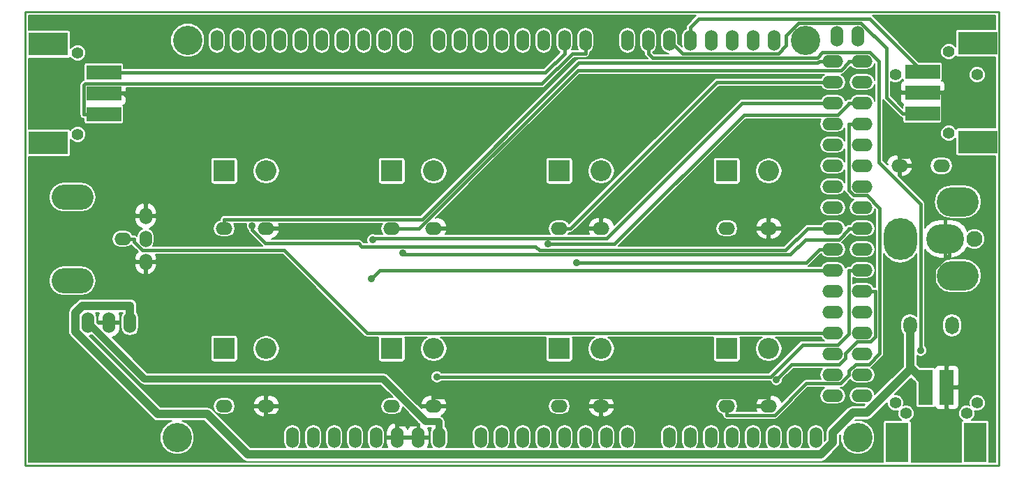
<source format=gtl>
G04 #@! TF.FileFunction,Copper,L1,Top,Signal*
%FSLAX46Y46*%
G04 Gerber Fmt 4.6, Leading zero omitted, Abs format (unit mm)*
G04 Created by KiCad (PCBNEW 0.201603210401+6634~43~ubuntu14.04.1-product) date Wed 06 Apr 2016 10:00:45 AM EDT*
%MOMM*%
G01*
G04 APERTURE LIST*
%ADD10C,0.100000*%
%ADD11C,0.228600*%
%ADD12O,1.524000X2.540000*%
%ADD13C,1.930400*%
%ADD14O,4.572000X3.556000*%
%ADD15O,4.064000X5.080000*%
%ADD16O,5.080000X3.556000*%
%ADD17O,5.080000X3.048000*%
%ADD18O,2.032000X1.524000*%
%ADD19O,1.524000X2.032000*%
%ADD20C,3.556000*%
%ADD21O,2.540000X1.524000*%
%ADD22O,1.651000X2.159000*%
%ADD23R,4.191000X1.778000*%
%ADD24C,1.397000*%
%ADD25R,4.826000X2.794000*%
%ADD26R,1.778000X4.191000*%
%ADD27R,2.794000X4.826000*%
%ADD28R,2.540000X2.540000*%
%ADD29O,2.540000X2.540000*%
%ADD30C,0.889000*%
%ADD31C,1.016000*%
%ADD32C,0.406400*%
%ADD33C,0.812800*%
%ADD34C,0.203200*%
G04 APERTURE END LIST*
D10*
D11*
X211455000Y-75311000D02*
X93345000Y-75311000D01*
X211455000Y-130429000D02*
X211455000Y-75311000D01*
X93345000Y-130429000D02*
X211455000Y-130429000D01*
X93345000Y-75311000D02*
X93345000Y-130429000D01*
D12*
X103505000Y-113030000D03*
X100965000Y-113030000D03*
X106045000Y-113030000D03*
D13*
X208457800Y-102870000D03*
D14*
X204952600Y-102870000D03*
D15*
X199466200Y-102870000D03*
D16*
X206451200Y-98374200D03*
X206451200Y-107365800D03*
D17*
X99060000Y-107950000D03*
X99060000Y-97790000D03*
D18*
X105156000Y-102870000D03*
D19*
X107950000Y-102870000D03*
X107950000Y-100076000D03*
X107950000Y-105664000D03*
D20*
X111760000Y-127000000D03*
X113030000Y-78740000D03*
X194310000Y-127000000D03*
X187960000Y-78740000D03*
D12*
X125730000Y-127000000D03*
X128270000Y-127000000D03*
X130810000Y-127000000D03*
X133350000Y-127000000D03*
X135890000Y-127000000D03*
X138430000Y-127000000D03*
X140970000Y-127000000D03*
X143510000Y-127000000D03*
X148590000Y-127000000D03*
X151130000Y-127000000D03*
X153670000Y-127000000D03*
X156210000Y-127000000D03*
X158750000Y-127000000D03*
X161290000Y-127000000D03*
X163830000Y-127000000D03*
X166370000Y-127000000D03*
X171450000Y-127000000D03*
X173990000Y-127000000D03*
X176530000Y-127000000D03*
X179070000Y-127000000D03*
X181610000Y-127000000D03*
X184150000Y-127000000D03*
X186690000Y-127000000D03*
X189230000Y-127000000D03*
X116586000Y-78740000D03*
X119126000Y-78740000D03*
X121666000Y-78740000D03*
X124206000Y-78740000D03*
X126746000Y-78740000D03*
X129286000Y-78740000D03*
X131826000Y-78740000D03*
X134366000Y-78740000D03*
X136906000Y-78740000D03*
X139446000Y-78740000D03*
X143510000Y-78740000D03*
X161290000Y-78740000D03*
X158750000Y-78740000D03*
X156210000Y-78740000D03*
X153670000Y-78740000D03*
X151130000Y-78740000D03*
X148590000Y-78740000D03*
X146050000Y-78740000D03*
X166370000Y-78740000D03*
X168910000Y-78740000D03*
X171450000Y-78740000D03*
X173990000Y-78740000D03*
X176530000Y-78740000D03*
X179070000Y-78740000D03*
X181610000Y-78740000D03*
X184150000Y-78740000D03*
X191770000Y-78232000D03*
X194310000Y-78232000D03*
D21*
X191262000Y-81280000D03*
X194818000Y-81280000D03*
X191262000Y-83820000D03*
X194818000Y-83820000D03*
X191262000Y-86360000D03*
X194818000Y-86360000D03*
X191262000Y-88900000D03*
X194818000Y-88900000D03*
X191262000Y-91440000D03*
X194818000Y-91440000D03*
X191262000Y-93980000D03*
X194818000Y-93980000D03*
X191262000Y-96520000D03*
X194818000Y-96520000D03*
X191262000Y-99060000D03*
X194818000Y-99060000D03*
X191262000Y-101600000D03*
X194818000Y-101600000D03*
X191262000Y-104140000D03*
X194818000Y-104140000D03*
X191262000Y-106680000D03*
X194818000Y-106680000D03*
X191262000Y-109220000D03*
X194818000Y-109220000D03*
X191262000Y-111760000D03*
X194818000Y-111760000D03*
X191262000Y-114300000D03*
X194818000Y-114300000D03*
X191262000Y-116840000D03*
X194818000Y-116840000D03*
X191262000Y-119380000D03*
X194818000Y-119380000D03*
X191262000Y-121920000D03*
X194818000Y-121920000D03*
D22*
X200660000Y-113385600D03*
X205740000Y-113385600D03*
D23*
X102870000Y-87757000D03*
X102870000Y-85217000D03*
X102870000Y-82677000D03*
D24*
X99695000Y-90170000D03*
X99695000Y-80264000D03*
D25*
X96139000Y-91211400D03*
X96139000Y-79222600D03*
D24*
X208788000Y-82931000D03*
X198882000Y-82931000D03*
D23*
X202184000Y-82550000D03*
X202184000Y-85090000D03*
X202184000Y-87630000D03*
D24*
X205359000Y-80137000D03*
X205359000Y-90043000D03*
D25*
X208915000Y-79095600D03*
X208915000Y-91084400D03*
D24*
X198882000Y-122809000D03*
X208788000Y-122809000D03*
D26*
X205105000Y-120904000D03*
X202565000Y-120904000D03*
D24*
X207518000Y-124079000D03*
X200152000Y-124079000D03*
D27*
X208559400Y-127635000D03*
X199110600Y-127635000D03*
D18*
X178435000Y-123190000D03*
X183515000Y-123190000D03*
X158115000Y-123190000D03*
X163195000Y-123190000D03*
X137795000Y-123190000D03*
X142875000Y-123190000D03*
X117475000Y-123190000D03*
X122555000Y-123190000D03*
X178435000Y-101600000D03*
X183515000Y-101600000D03*
X158115000Y-101600000D03*
X163195000Y-101600000D03*
X137795000Y-101600000D03*
X142875000Y-101600000D03*
X117475000Y-101600000D03*
X122555000Y-101600000D03*
X204470000Y-93980000D03*
X199390000Y-93980000D03*
D28*
X178435000Y-116205000D03*
D29*
X183515000Y-116205000D03*
D28*
X158115000Y-116205000D03*
D29*
X163195000Y-116205000D03*
D28*
X137795000Y-116205000D03*
D29*
X142875000Y-116205000D03*
D28*
X117475000Y-116205000D03*
D29*
X122555000Y-116205000D03*
D28*
X178435000Y-94615000D03*
D29*
X183515000Y-94615000D03*
D28*
X158115000Y-94615000D03*
D29*
X163195000Y-94615000D03*
D28*
X137795000Y-94615000D03*
D29*
X142875000Y-94615000D03*
D28*
X117475000Y-94615000D03*
D29*
X122555000Y-94615000D03*
D30*
X201982500Y-116420500D03*
X135503200Y-102992300D03*
X156704300Y-103517800D03*
X120878600Y-101272500D03*
X139115900Y-104538200D03*
X160169100Y-105737000D03*
X135279700Y-107739100D03*
X143250500Y-119626100D03*
X184450600Y-119963600D03*
D31*
X202565000Y-120904000D02*
X202565000Y-120373700D01*
X200660000Y-113385600D02*
X200660000Y-115227400D01*
X106045000Y-113030000D02*
X106045000Y-110997700D01*
X200943200Y-118751900D02*
X202565000Y-120373700D01*
X200660000Y-118751900D02*
X200943200Y-118751900D01*
X200660000Y-115227400D02*
X200660000Y-118751900D01*
X100261700Y-110997700D02*
X106045000Y-110997700D01*
X99430200Y-111829200D02*
X100261700Y-110997700D01*
X99430200Y-114171400D02*
X99430200Y-111829200D01*
X109405900Y-124147100D02*
X99430200Y-114171400D01*
X115384100Y-124147100D02*
X109405900Y-124147100D01*
X120324000Y-129087000D02*
X115384100Y-124147100D01*
X189843300Y-129087000D02*
X120324000Y-129087000D01*
X191299000Y-127631300D02*
X189843300Y-129087000D01*
X191299000Y-126394800D02*
X191299000Y-127631300D01*
X193697800Y-123996000D02*
X191299000Y-126394800D01*
X195415900Y-123996000D02*
X193697800Y-123996000D01*
X200660000Y-118751900D02*
X195415900Y-123996000D01*
D32*
X137312400Y-124282200D02*
X138430000Y-125399800D01*
X122555000Y-124282200D02*
X137312400Y-124282200D01*
X138430000Y-127000000D02*
X138430000Y-125399800D01*
X122555000Y-123190000D02*
X122555000Y-124282200D01*
X140970000Y-125399800D02*
X138430000Y-125399800D01*
X140970000Y-127000000D02*
X140970000Y-125399800D01*
X107950000Y-87871300D02*
X105295700Y-85217000D01*
X107950000Y-100330000D02*
X107950000Y-87871300D01*
X102870000Y-85217000D02*
X105295700Y-85217000D01*
X204609700Y-88623800D02*
X204609700Y-85090000D01*
X200345700Y-92887800D02*
X204609700Y-88623800D01*
X199390000Y-92887800D02*
X200345700Y-92887800D01*
X199390000Y-93980000D02*
X199390000Y-92887800D01*
X202184000Y-85090000D02*
X204609700Y-85090000D01*
X205105000Y-116116100D02*
X205105000Y-120904000D01*
X203590800Y-114601900D02*
X205105000Y-116116100D01*
X203590800Y-106497300D02*
X203590800Y-114601900D01*
X205109900Y-104978200D02*
X203590800Y-106497300D01*
X205460600Y-104978200D02*
X205109900Y-104978200D01*
X205460600Y-102870000D02*
X205460600Y-104978200D01*
X183515000Y-122097800D02*
X163195000Y-122097800D01*
X183515000Y-123190000D02*
X183515000Y-122097800D01*
X163195000Y-123190000D02*
X163195000Y-122097800D01*
X142875000Y-122097800D02*
X163195000Y-122097800D01*
X142875000Y-123190000D02*
X142875000Y-122097800D01*
D33*
X107833900Y-119898900D02*
X100965000Y-113030000D01*
X136770000Y-119898900D02*
X107833900Y-119898900D01*
X141940400Y-125069300D02*
X136770000Y-119898900D01*
X143510000Y-125069300D02*
X141940400Y-125069300D01*
X143510000Y-127000000D02*
X143510000Y-125069300D01*
D32*
X105410000Y-102870000D02*
X106502200Y-102870000D01*
X134765400Y-114300000D02*
X191770000Y-114300000D01*
X124732400Y-104267000D02*
X134765400Y-114300000D01*
X107559700Y-104267000D02*
X124732400Y-104267000D01*
X106502200Y-103209500D02*
X107559700Y-104267000D01*
X106502200Y-102870000D02*
X106502200Y-103209500D01*
X159689800Y-80340200D02*
X161290000Y-80340200D01*
X156007200Y-84022800D02*
X159689800Y-80340200D01*
X100608900Y-84022800D02*
X156007200Y-84022800D01*
X100444300Y-84187400D02*
X100608900Y-84022800D01*
X100444300Y-87757000D02*
X100444300Y-84187400D01*
X102870000Y-87757000D02*
X100444300Y-87757000D01*
X161290000Y-78740000D02*
X161290000Y-80340200D01*
X156413200Y-82677000D02*
X158750000Y-80340200D01*
X102870000Y-82677000D02*
X156413200Y-82677000D01*
X158750000Y-78740000D02*
X158750000Y-80340200D01*
X168910000Y-78740000D02*
X168910000Y-80340200D01*
X169405000Y-80835200D02*
X168910000Y-80340200D01*
X189387700Y-80835200D02*
X169405000Y-80835200D01*
X190011900Y-80211000D02*
X189387700Y-80835200D01*
X195770400Y-80211000D02*
X190011900Y-80211000D01*
X196876500Y-81317100D02*
X195770400Y-80211000D01*
X196876500Y-93557500D02*
X196876500Y-81317100D01*
X201982500Y-98663500D02*
X196876500Y-93557500D01*
X201982500Y-116420500D02*
X201982500Y-98663500D01*
X173036800Y-80326800D02*
X171450000Y-78740000D01*
X184637600Y-80326800D02*
X173036800Y-80326800D01*
X185590600Y-79373800D02*
X184637600Y-80326800D01*
X185590600Y-78163400D02*
X185590600Y-79373800D01*
X187143400Y-76610600D02*
X185590600Y-78163400D01*
X194707500Y-76610600D02*
X187143400Y-76610600D01*
X197823300Y-79726400D02*
X194707500Y-76610600D01*
X197823300Y-85695000D02*
X197823300Y-79726400D01*
X199758300Y-87630000D02*
X197823300Y-85695000D01*
X202184000Y-87630000D02*
X199758300Y-87630000D01*
X173990000Y-78740000D02*
X173990000Y-77139800D01*
X175027500Y-76102300D02*
X173990000Y-77139800D01*
X195736300Y-76102300D02*
X175027500Y-76102300D01*
X202184000Y-82550000D02*
X195736300Y-76102300D01*
X191770000Y-81280000D02*
X189661800Y-81280000D01*
X117475000Y-101600000D02*
X117475000Y-100507800D01*
X189451200Y-81490600D02*
X189661800Y-81280000D01*
X160499000Y-81490600D02*
X189451200Y-81490600D01*
X141481800Y-100507800D02*
X160499000Y-81490600D01*
X117475000Y-100507800D02*
X141481800Y-100507800D01*
X194310000Y-81280000D02*
X193217800Y-81280000D01*
X141111800Y-101600000D02*
X139141200Y-101600000D01*
X160339600Y-82372200D02*
X141111800Y-101600000D01*
X192262200Y-82372200D02*
X160339600Y-82372200D01*
X193217800Y-81416600D02*
X192262200Y-82372200D01*
X193217800Y-81280000D02*
X193217800Y-81416600D01*
X137795000Y-101600000D02*
X139141200Y-101600000D01*
X177241200Y-83820000D02*
X191770000Y-83820000D01*
X159461200Y-101600000D02*
X177241200Y-83820000D01*
X158115000Y-101600000D02*
X159461200Y-101600000D01*
X135733700Y-102761800D02*
X135503200Y-102992300D01*
X163875900Y-102761800D02*
X135733700Y-102761800D01*
X180277700Y-86360000D02*
X163875900Y-102761800D01*
X191770000Y-86360000D02*
X180277700Y-86360000D01*
X193217800Y-86473200D02*
X193217800Y-86360000D01*
X191881200Y-87809800D02*
X193217800Y-86473200D01*
X180486200Y-87809800D02*
X191881200Y-87809800D01*
X164778200Y-103517800D02*
X180486200Y-87809800D01*
X156704300Y-103517800D02*
X164778200Y-103517800D01*
X194310000Y-86360000D02*
X193217800Y-86360000D01*
X193217800Y-96944100D02*
X193217800Y-88900000D01*
X193860900Y-97587200D02*
X193217800Y-96944100D01*
X195428200Y-97587200D02*
X193860900Y-97587200D01*
X196976500Y-99135500D02*
X195428200Y-97587200D01*
X196976500Y-116776200D02*
X196976500Y-99135500D01*
X195642700Y-118110000D02*
X196976500Y-116776200D01*
X194062700Y-118110000D02*
X195642700Y-118110000D01*
X193242800Y-118929900D02*
X194062700Y-118110000D01*
X193242800Y-119438500D02*
X193242800Y-118929900D01*
X192234100Y-120447200D02*
X193242800Y-119438500D01*
X188046900Y-120447200D02*
X192234100Y-120447200D01*
X184211900Y-124282200D02*
X188046900Y-120447200D01*
X178435000Y-124282200D02*
X184211900Y-124282200D01*
X178435000Y-123190000D02*
X178435000Y-124282200D01*
X194310000Y-88900000D02*
X193217800Y-88900000D01*
X191770000Y-101600000D02*
X189661800Y-101600000D01*
X188224200Y-101600000D02*
X189661800Y-101600000D01*
X185550300Y-104273900D02*
X188224200Y-101600000D01*
X155725300Y-104273900D02*
X185550300Y-104273900D01*
X155229900Y-103778500D02*
X155725300Y-104273900D01*
X134143200Y-103778500D02*
X155229900Y-103778500D01*
X133768100Y-103403400D02*
X134143200Y-103778500D01*
X122476700Y-103403400D02*
X133768100Y-103403400D01*
X120878600Y-101805300D02*
X122476700Y-103403400D01*
X120878600Y-101272500D02*
X120878600Y-101805300D01*
X194310000Y-101600000D02*
X193217800Y-101600000D01*
X193217800Y-101736500D02*
X193217800Y-101600000D01*
X192011100Y-102943200D02*
X193217800Y-101736500D01*
X187959200Y-102943200D02*
X192011100Y-102943200D01*
X186120200Y-104782200D02*
X187959200Y-102943200D01*
X139359900Y-104782200D02*
X186120200Y-104782200D01*
X139115900Y-104538200D02*
X139359900Y-104782200D01*
X188064800Y-105737000D02*
X160169100Y-105737000D01*
X189661800Y-104140000D02*
X188064800Y-105737000D01*
X191770000Y-104140000D02*
X189661800Y-104140000D01*
X136338800Y-106680000D02*
X135279700Y-107739100D01*
X191770000Y-106680000D02*
X136338800Y-106680000D01*
X183727900Y-119626100D02*
X143250500Y-119626100D01*
X187604200Y-115749800D02*
X183727900Y-119626100D01*
X191844700Y-115749800D02*
X187604200Y-115749800D01*
X193217800Y-114376700D02*
X191844700Y-115749800D01*
X193217800Y-106680000D02*
X193217800Y-114376700D01*
X194310000Y-106680000D02*
X193217800Y-106680000D01*
X194310000Y-109220000D02*
X196418200Y-109220000D01*
X186304200Y-118110000D02*
X184450600Y-119963600D01*
X192077500Y-118110000D02*
X186304200Y-118110000D01*
X192837200Y-117350300D02*
X192077500Y-118110000D01*
X192837200Y-116759300D02*
X192837200Y-117350300D01*
X194229300Y-115367200D02*
X192837200Y-116759300D01*
X195817200Y-115367200D02*
X194229300Y-115367200D01*
X196418200Y-114766200D02*
X195817200Y-115367200D01*
X196418200Y-109220000D02*
X196418200Y-114766200D01*
D34*
G36*
X174668290Y-75743089D02*
X173630790Y-76780590D01*
X173520669Y-76945397D01*
X173482000Y-77139800D01*
X173482000Y-77282206D01*
X173235658Y-77446806D01*
X173004405Y-77792901D01*
X172923200Y-78201148D01*
X172923200Y-79278852D01*
X172976815Y-79548395D01*
X172516800Y-79088380D01*
X172516800Y-78201148D01*
X172435595Y-77792901D01*
X172204342Y-77446806D01*
X171858247Y-77215553D01*
X171450000Y-77134348D01*
X171041753Y-77215553D01*
X170695658Y-77446806D01*
X170464405Y-77792901D01*
X170383200Y-78201148D01*
X170383200Y-79278852D01*
X170464405Y-79687099D01*
X170695658Y-80033194D01*
X171041753Y-80264447D01*
X171357235Y-80327200D01*
X169615420Y-80327200D01*
X169458772Y-80170552D01*
X169664342Y-80033194D01*
X169895595Y-79687099D01*
X169976800Y-79278852D01*
X169976800Y-78201148D01*
X169895595Y-77792901D01*
X169664342Y-77446806D01*
X169318247Y-77215553D01*
X168910000Y-77134348D01*
X168501753Y-77215553D01*
X168155658Y-77446806D01*
X167924405Y-77792901D01*
X167843200Y-78201148D01*
X167843200Y-79278852D01*
X167924405Y-79687099D01*
X168155658Y-80033194D01*
X168402000Y-80197794D01*
X168402000Y-80340200D01*
X168440669Y-80534603D01*
X168550790Y-80699410D01*
X168833980Y-80982600D01*
X160499000Y-80982600D01*
X160304596Y-81021269D01*
X160139790Y-81131390D01*
X141271380Y-99999800D01*
X117475000Y-99999800D01*
X117280597Y-100038469D01*
X117115790Y-100148590D01*
X117005669Y-100313397D01*
X116967000Y-100507800D01*
X116967000Y-100578576D01*
X116786877Y-100614405D01*
X116440782Y-100845658D01*
X116209529Y-101191753D01*
X116128324Y-101600000D01*
X116209529Y-102008247D01*
X116440782Y-102354342D01*
X116786877Y-102585595D01*
X117195124Y-102666800D01*
X117754876Y-102666800D01*
X118163123Y-102585595D01*
X118509218Y-102354342D01*
X118740471Y-102008247D01*
X118821676Y-101600000D01*
X118740471Y-101191753D01*
X118622903Y-101015800D01*
X120173860Y-101015800D01*
X120129430Y-101122801D01*
X120129170Y-101420891D01*
X120243004Y-101696390D01*
X120375297Y-101828915D01*
X120409269Y-101999703D01*
X120519390Y-102164510D01*
X122113880Y-103759000D01*
X108801373Y-103759000D01*
X108935595Y-103558123D01*
X109016800Y-103149876D01*
X109016800Y-102590124D01*
X108935595Y-102181877D01*
X108704342Y-101835782D01*
X108397204Y-101630559D01*
X108841708Y-101384480D01*
X109177363Y-100962970D01*
X109326163Y-100445096D01*
X109174825Y-100228400D01*
X108102400Y-100228400D01*
X108102400Y-100248400D01*
X107797600Y-100248400D01*
X107797600Y-100228400D01*
X106725175Y-100228400D01*
X106573837Y-100445096D01*
X106722637Y-100962970D01*
X107058292Y-101384480D01*
X107502796Y-101630559D01*
X107195658Y-101835782D01*
X106964405Y-102181877D01*
X106890362Y-102554119D01*
X106861410Y-102510790D01*
X106696603Y-102400669D01*
X106502200Y-102362000D01*
X106354818Y-102362000D01*
X106190218Y-102115658D01*
X105844123Y-101884405D01*
X105435876Y-101803200D01*
X104876124Y-101803200D01*
X104467877Y-101884405D01*
X104121782Y-102115658D01*
X103890529Y-102461753D01*
X103809324Y-102870000D01*
X103890529Y-103278247D01*
X104121782Y-103624342D01*
X104467877Y-103855595D01*
X104876124Y-103936800D01*
X105435876Y-103936800D01*
X105844123Y-103855595D01*
X106190218Y-103624342D01*
X106193584Y-103619304D01*
X107001331Y-104427051D01*
X106722637Y-104777030D01*
X106573837Y-105294904D01*
X106725175Y-105511600D01*
X107797600Y-105511600D01*
X107797600Y-105491600D01*
X108102400Y-105491600D01*
X108102400Y-105511600D01*
X109174825Y-105511600D01*
X109326163Y-105294904D01*
X109177363Y-104777030D01*
X109175746Y-104775000D01*
X124521980Y-104775000D01*
X134406190Y-114659210D01*
X134570997Y-114769331D01*
X134765400Y-114808000D01*
X136187696Y-114808000D01*
X136162434Y-114935000D01*
X136162434Y-117475000D01*
X136190033Y-117613748D01*
X136268627Y-117731373D01*
X136386252Y-117809967D01*
X136525000Y-117837566D01*
X139065000Y-117837566D01*
X139203748Y-117809967D01*
X139321373Y-117731373D01*
X139399967Y-117613748D01*
X139427566Y-117475000D01*
X139427566Y-114935000D01*
X139402304Y-114808000D01*
X142064130Y-114808000D01*
X141693680Y-115055527D01*
X141341294Y-115582910D01*
X141217553Y-116205000D01*
X141341294Y-116827090D01*
X141693680Y-117354473D01*
X142221063Y-117706859D01*
X142843153Y-117830600D01*
X142906847Y-117830600D01*
X143528937Y-117706859D01*
X144056320Y-117354473D01*
X144408706Y-116827090D01*
X144532447Y-116205000D01*
X144408706Y-115582910D01*
X144056320Y-115055527D01*
X143685870Y-114808000D01*
X156507696Y-114808000D01*
X156482434Y-114935000D01*
X156482434Y-117475000D01*
X156510033Y-117613748D01*
X156588627Y-117731373D01*
X156706252Y-117809967D01*
X156845000Y-117837566D01*
X159385000Y-117837566D01*
X159523748Y-117809967D01*
X159641373Y-117731373D01*
X159719967Y-117613748D01*
X159747566Y-117475000D01*
X159747566Y-114935000D01*
X159722304Y-114808000D01*
X162384130Y-114808000D01*
X162013680Y-115055527D01*
X161661294Y-115582910D01*
X161537553Y-116205000D01*
X161661294Y-116827090D01*
X162013680Y-117354473D01*
X162541063Y-117706859D01*
X163163153Y-117830600D01*
X163226847Y-117830600D01*
X163848937Y-117706859D01*
X164376320Y-117354473D01*
X164728706Y-116827090D01*
X164852447Y-116205000D01*
X164728706Y-115582910D01*
X164376320Y-115055527D01*
X164005870Y-114808000D01*
X176827696Y-114808000D01*
X176802434Y-114935000D01*
X176802434Y-117475000D01*
X176830033Y-117613748D01*
X176908627Y-117731373D01*
X177026252Y-117809967D01*
X177165000Y-117837566D01*
X179705000Y-117837566D01*
X179843748Y-117809967D01*
X179961373Y-117731373D01*
X180039967Y-117613748D01*
X180067566Y-117475000D01*
X180067566Y-114935000D01*
X180042304Y-114808000D01*
X182704130Y-114808000D01*
X182333680Y-115055527D01*
X181981294Y-115582910D01*
X181857553Y-116205000D01*
X181981294Y-116827090D01*
X182333680Y-117354473D01*
X182861063Y-117706859D01*
X183483153Y-117830600D01*
X183546847Y-117830600D01*
X184168937Y-117706859D01*
X184696320Y-117354473D01*
X185048706Y-116827090D01*
X185172447Y-116205000D01*
X185048706Y-115582910D01*
X184696320Y-115055527D01*
X184325870Y-114808000D01*
X189804206Y-114808000D01*
X189968806Y-115054342D01*
X190249357Y-115241800D01*
X187604200Y-115241800D01*
X187409797Y-115280469D01*
X187244990Y-115390590D01*
X183517480Y-119118100D01*
X143802133Y-119118100D01*
X143675499Y-118991244D01*
X143400199Y-118876930D01*
X143102109Y-118876670D01*
X142826610Y-118990504D01*
X142615644Y-119201101D01*
X142501330Y-119476401D01*
X142501070Y-119774491D01*
X142614904Y-120049990D01*
X142825501Y-120260956D01*
X143100801Y-120375270D01*
X143398891Y-120375530D01*
X143674390Y-120261696D01*
X143802210Y-120134100D01*
X183710305Y-120134100D01*
X183815004Y-120387490D01*
X184025601Y-120598456D01*
X184300901Y-120712770D01*
X184598991Y-120713030D01*
X184874490Y-120599196D01*
X185085456Y-120388599D01*
X185199770Y-120113299D01*
X185199928Y-119932692D01*
X186514620Y-118618000D01*
X189980267Y-118618000D01*
X189968806Y-118625658D01*
X189737553Y-118971753D01*
X189656348Y-119380000D01*
X189737553Y-119788247D01*
X189838416Y-119939200D01*
X188046900Y-119939200D01*
X187852497Y-119977869D01*
X187687690Y-120087990D01*
X185056491Y-122719189D01*
X184823480Y-122298292D01*
X184401970Y-121962637D01*
X183884096Y-121813837D01*
X183667400Y-121965175D01*
X183667400Y-123037600D01*
X183687400Y-123037600D01*
X183687400Y-123342400D01*
X183667400Y-123342400D01*
X183667400Y-123362400D01*
X183362600Y-123362400D01*
X183362600Y-123342400D01*
X182051363Y-123342400D01*
X181938516Y-123553761D01*
X181945546Y-123610299D01*
X182036282Y-123774200D01*
X179582903Y-123774200D01*
X179700471Y-123598247D01*
X179781676Y-123190000D01*
X179709320Y-122826239D01*
X181938516Y-122826239D01*
X182051363Y-123037600D01*
X183362600Y-123037600D01*
X183362600Y-121965175D01*
X183145904Y-121813837D01*
X182628030Y-121962637D01*
X182206520Y-122298292D01*
X181945546Y-122769701D01*
X181938516Y-122826239D01*
X179709320Y-122826239D01*
X179700471Y-122781753D01*
X179469218Y-122435658D01*
X179123123Y-122204405D01*
X178714876Y-122123200D01*
X178155124Y-122123200D01*
X177746877Y-122204405D01*
X177400782Y-122435658D01*
X177169529Y-122781753D01*
X177088324Y-123190000D01*
X177169529Y-123598247D01*
X177400782Y-123944342D01*
X177746877Y-124175595D01*
X177927000Y-124211424D01*
X177927000Y-124282200D01*
X177965669Y-124476603D01*
X178075790Y-124641410D01*
X178240597Y-124751531D01*
X178435000Y-124790200D01*
X184211900Y-124790200D01*
X184406303Y-124751531D01*
X184571110Y-124641410D01*
X188257320Y-120955200D01*
X190283779Y-120955200D01*
X189968806Y-121165658D01*
X189737553Y-121511753D01*
X189656348Y-121920000D01*
X189737553Y-122328247D01*
X189968806Y-122674342D01*
X190314901Y-122905595D01*
X190723148Y-122986800D01*
X191800852Y-122986800D01*
X192209099Y-122905595D01*
X192555194Y-122674342D01*
X192786447Y-122328247D01*
X192867652Y-121920000D01*
X192786447Y-121511753D01*
X192555194Y-121165658D01*
X192238817Y-120954262D01*
X192428503Y-120916531D01*
X192593310Y-120806410D01*
X193420894Y-119978826D01*
X193524806Y-120134342D01*
X193870901Y-120365595D01*
X194279148Y-120446800D01*
X195356852Y-120446800D01*
X195765099Y-120365595D01*
X196111194Y-120134342D01*
X196342447Y-119788247D01*
X196423652Y-119380000D01*
X196342447Y-118971753D01*
X196111194Y-118625658D01*
X195939482Y-118510924D01*
X196001910Y-118469210D01*
X197335710Y-117135410D01*
X197445831Y-116970603D01*
X197484500Y-116776200D01*
X197484500Y-104683894D01*
X197777912Y-105123016D01*
X198552505Y-105640583D01*
X199466200Y-105822328D01*
X200379895Y-105640583D01*
X201154488Y-105123016D01*
X201474500Y-104644085D01*
X201474500Y-112254514D01*
X201111987Y-112012291D01*
X200660000Y-111922385D01*
X200208013Y-112012291D01*
X199824836Y-112268321D01*
X199568806Y-112651498D01*
X199478900Y-113103485D01*
X199478900Y-113667715D01*
X199568806Y-114119702D01*
X199796400Y-114460321D01*
X199796400Y-118394185D01*
X196398257Y-121792329D01*
X196342447Y-121511753D01*
X196111194Y-121165658D01*
X195765099Y-120934405D01*
X195356852Y-120853200D01*
X194279148Y-120853200D01*
X193870901Y-120934405D01*
X193524806Y-121165658D01*
X193293553Y-121511753D01*
X193212348Y-121920000D01*
X193293553Y-122328247D01*
X193524806Y-122674342D01*
X193870901Y-122905595D01*
X194279148Y-122986800D01*
X195203786Y-122986800D01*
X195058186Y-123132400D01*
X193697800Y-123132400D01*
X193367315Y-123198138D01*
X193274347Y-123260257D01*
X193087142Y-123385343D01*
X190688343Y-125784143D01*
X190501138Y-126064315D01*
X190435400Y-126394800D01*
X190435400Y-127273585D01*
X190296800Y-127412185D01*
X190296800Y-126461148D01*
X190215595Y-126052901D01*
X189984342Y-125706806D01*
X189638247Y-125475553D01*
X189230000Y-125394348D01*
X188821753Y-125475553D01*
X188475658Y-125706806D01*
X188244405Y-126052901D01*
X188163200Y-126461148D01*
X188163200Y-127538852D01*
X188244405Y-127947099D01*
X188429023Y-128223400D01*
X187490977Y-128223400D01*
X187675595Y-127947099D01*
X187756800Y-127538852D01*
X187756800Y-126461148D01*
X187675595Y-126052901D01*
X187444342Y-125706806D01*
X187098247Y-125475553D01*
X186690000Y-125394348D01*
X186281753Y-125475553D01*
X185935658Y-125706806D01*
X185704405Y-126052901D01*
X185623200Y-126461148D01*
X185623200Y-127538852D01*
X185704405Y-127947099D01*
X185889023Y-128223400D01*
X184950977Y-128223400D01*
X185135595Y-127947099D01*
X185216800Y-127538852D01*
X185216800Y-126461148D01*
X185135595Y-126052901D01*
X184904342Y-125706806D01*
X184558247Y-125475553D01*
X184150000Y-125394348D01*
X183741753Y-125475553D01*
X183395658Y-125706806D01*
X183164405Y-126052901D01*
X183083200Y-126461148D01*
X183083200Y-127538852D01*
X183164405Y-127947099D01*
X183349023Y-128223400D01*
X182410977Y-128223400D01*
X182595595Y-127947099D01*
X182676800Y-127538852D01*
X182676800Y-126461148D01*
X182595595Y-126052901D01*
X182364342Y-125706806D01*
X182018247Y-125475553D01*
X181610000Y-125394348D01*
X181201753Y-125475553D01*
X180855658Y-125706806D01*
X180624405Y-126052901D01*
X180543200Y-126461148D01*
X180543200Y-127538852D01*
X180624405Y-127947099D01*
X180809023Y-128223400D01*
X179870977Y-128223400D01*
X180055595Y-127947099D01*
X180136800Y-127538852D01*
X180136800Y-126461148D01*
X180055595Y-126052901D01*
X179824342Y-125706806D01*
X179478247Y-125475553D01*
X179070000Y-125394348D01*
X178661753Y-125475553D01*
X178315658Y-125706806D01*
X178084405Y-126052901D01*
X178003200Y-126461148D01*
X178003200Y-127538852D01*
X178084405Y-127947099D01*
X178269023Y-128223400D01*
X177330977Y-128223400D01*
X177515595Y-127947099D01*
X177596800Y-127538852D01*
X177596800Y-126461148D01*
X177515595Y-126052901D01*
X177284342Y-125706806D01*
X176938247Y-125475553D01*
X176530000Y-125394348D01*
X176121753Y-125475553D01*
X175775658Y-125706806D01*
X175544405Y-126052901D01*
X175463200Y-126461148D01*
X175463200Y-127538852D01*
X175544405Y-127947099D01*
X175729023Y-128223400D01*
X174790977Y-128223400D01*
X174975595Y-127947099D01*
X175056800Y-127538852D01*
X175056800Y-126461148D01*
X174975595Y-126052901D01*
X174744342Y-125706806D01*
X174398247Y-125475553D01*
X173990000Y-125394348D01*
X173581753Y-125475553D01*
X173235658Y-125706806D01*
X173004405Y-126052901D01*
X172923200Y-126461148D01*
X172923200Y-127538852D01*
X173004405Y-127947099D01*
X173189023Y-128223400D01*
X172250977Y-128223400D01*
X172435595Y-127947099D01*
X172516800Y-127538852D01*
X172516800Y-126461148D01*
X172435595Y-126052901D01*
X172204342Y-125706806D01*
X171858247Y-125475553D01*
X171450000Y-125394348D01*
X171041753Y-125475553D01*
X170695658Y-125706806D01*
X170464405Y-126052901D01*
X170383200Y-126461148D01*
X170383200Y-127538852D01*
X170464405Y-127947099D01*
X170649023Y-128223400D01*
X167170977Y-128223400D01*
X167355595Y-127947099D01*
X167436800Y-127538852D01*
X167436800Y-126461148D01*
X167355595Y-126052901D01*
X167124342Y-125706806D01*
X166778247Y-125475553D01*
X166370000Y-125394348D01*
X165961753Y-125475553D01*
X165615658Y-125706806D01*
X165384405Y-126052901D01*
X165303200Y-126461148D01*
X165303200Y-127538852D01*
X165384405Y-127947099D01*
X165569023Y-128223400D01*
X164630977Y-128223400D01*
X164815595Y-127947099D01*
X164896800Y-127538852D01*
X164896800Y-126461148D01*
X164815595Y-126052901D01*
X164584342Y-125706806D01*
X164238247Y-125475553D01*
X163830000Y-125394348D01*
X163421753Y-125475553D01*
X163075658Y-125706806D01*
X162844405Y-126052901D01*
X162763200Y-126461148D01*
X162763200Y-127538852D01*
X162844405Y-127947099D01*
X163029023Y-128223400D01*
X162090977Y-128223400D01*
X162275595Y-127947099D01*
X162356800Y-127538852D01*
X162356800Y-126461148D01*
X162275595Y-126052901D01*
X162044342Y-125706806D01*
X161698247Y-125475553D01*
X161290000Y-125394348D01*
X160881753Y-125475553D01*
X160535658Y-125706806D01*
X160304405Y-126052901D01*
X160223200Y-126461148D01*
X160223200Y-127538852D01*
X160304405Y-127947099D01*
X160489023Y-128223400D01*
X159550977Y-128223400D01*
X159735595Y-127947099D01*
X159816800Y-127538852D01*
X159816800Y-126461148D01*
X159735595Y-126052901D01*
X159504342Y-125706806D01*
X159158247Y-125475553D01*
X158750000Y-125394348D01*
X158341753Y-125475553D01*
X157995658Y-125706806D01*
X157764405Y-126052901D01*
X157683200Y-126461148D01*
X157683200Y-127538852D01*
X157764405Y-127947099D01*
X157949023Y-128223400D01*
X157010977Y-128223400D01*
X157195595Y-127947099D01*
X157276800Y-127538852D01*
X157276800Y-126461148D01*
X157195595Y-126052901D01*
X156964342Y-125706806D01*
X156618247Y-125475553D01*
X156210000Y-125394348D01*
X155801753Y-125475553D01*
X155455658Y-125706806D01*
X155224405Y-126052901D01*
X155143200Y-126461148D01*
X155143200Y-127538852D01*
X155224405Y-127947099D01*
X155409023Y-128223400D01*
X154470977Y-128223400D01*
X154655595Y-127947099D01*
X154736800Y-127538852D01*
X154736800Y-126461148D01*
X154655595Y-126052901D01*
X154424342Y-125706806D01*
X154078247Y-125475553D01*
X153670000Y-125394348D01*
X153261753Y-125475553D01*
X152915658Y-125706806D01*
X152684405Y-126052901D01*
X152603200Y-126461148D01*
X152603200Y-127538852D01*
X152684405Y-127947099D01*
X152869023Y-128223400D01*
X151930977Y-128223400D01*
X152115595Y-127947099D01*
X152196800Y-127538852D01*
X152196800Y-126461148D01*
X152115595Y-126052901D01*
X151884342Y-125706806D01*
X151538247Y-125475553D01*
X151130000Y-125394348D01*
X150721753Y-125475553D01*
X150375658Y-125706806D01*
X150144405Y-126052901D01*
X150063200Y-126461148D01*
X150063200Y-127538852D01*
X150144405Y-127947099D01*
X150329023Y-128223400D01*
X149390977Y-128223400D01*
X149575595Y-127947099D01*
X149656800Y-127538852D01*
X149656800Y-126461148D01*
X149575595Y-126052901D01*
X149344342Y-125706806D01*
X148998247Y-125475553D01*
X148590000Y-125394348D01*
X148181753Y-125475553D01*
X147835658Y-125706806D01*
X147604405Y-126052901D01*
X147523200Y-126461148D01*
X147523200Y-127538852D01*
X147604405Y-127947099D01*
X147789023Y-128223400D01*
X144371564Y-128223400D01*
X144542528Y-127967534D01*
X144627600Y-127539847D01*
X144627600Y-126460153D01*
X144542528Y-126032466D01*
X144300263Y-125669890D01*
X144272000Y-125651005D01*
X144272000Y-125069300D01*
X144213996Y-124777695D01*
X144048815Y-124530485D01*
X143815601Y-124374656D01*
X144183480Y-124081708D01*
X144444454Y-123610299D01*
X144451484Y-123553761D01*
X144338637Y-123342400D01*
X143027400Y-123342400D01*
X143027400Y-123362400D01*
X142722600Y-123362400D01*
X142722600Y-123342400D01*
X141411363Y-123342400D01*
X141369514Y-123420783D01*
X141138731Y-123190000D01*
X156768324Y-123190000D01*
X156849529Y-123598247D01*
X157080782Y-123944342D01*
X157426877Y-124175595D01*
X157835124Y-124256800D01*
X158394876Y-124256800D01*
X158803123Y-124175595D01*
X159149218Y-123944342D01*
X159380471Y-123598247D01*
X159389319Y-123553761D01*
X161618516Y-123553761D01*
X161625546Y-123610299D01*
X161886520Y-124081708D01*
X162308030Y-124417363D01*
X162825904Y-124566163D01*
X163042600Y-124414825D01*
X163042600Y-123342400D01*
X163347400Y-123342400D01*
X163347400Y-124414825D01*
X163564096Y-124566163D01*
X164081970Y-124417363D01*
X164503480Y-124081708D01*
X164764454Y-123610299D01*
X164771484Y-123553761D01*
X164658637Y-123342400D01*
X163347400Y-123342400D01*
X163042600Y-123342400D01*
X161731363Y-123342400D01*
X161618516Y-123553761D01*
X159389319Y-123553761D01*
X159461676Y-123190000D01*
X159389320Y-122826239D01*
X161618516Y-122826239D01*
X161731363Y-123037600D01*
X163042600Y-123037600D01*
X163042600Y-121965175D01*
X163347400Y-121965175D01*
X163347400Y-123037600D01*
X164658637Y-123037600D01*
X164771484Y-122826239D01*
X164764454Y-122769701D01*
X164503480Y-122298292D01*
X164081970Y-121962637D01*
X163564096Y-121813837D01*
X163347400Y-121965175D01*
X163042600Y-121965175D01*
X162825904Y-121813837D01*
X162308030Y-121962637D01*
X161886520Y-122298292D01*
X161625546Y-122769701D01*
X161618516Y-122826239D01*
X159389320Y-122826239D01*
X159380471Y-122781753D01*
X159149218Y-122435658D01*
X158803123Y-122204405D01*
X158394876Y-122123200D01*
X157835124Y-122123200D01*
X157426877Y-122204405D01*
X157080782Y-122435658D01*
X156849529Y-122781753D01*
X156768324Y-123190000D01*
X141138731Y-123190000D01*
X140774970Y-122826239D01*
X141298516Y-122826239D01*
X141411363Y-123037600D01*
X142722600Y-123037600D01*
X142722600Y-121965175D01*
X143027400Y-121965175D01*
X143027400Y-123037600D01*
X144338637Y-123037600D01*
X144451484Y-122826239D01*
X144444454Y-122769701D01*
X144183480Y-122298292D01*
X143761970Y-121962637D01*
X143244096Y-121813837D01*
X143027400Y-121965175D01*
X142722600Y-121965175D01*
X142505904Y-121813837D01*
X141988030Y-121962637D01*
X141566520Y-122298292D01*
X141305546Y-122769701D01*
X141298516Y-122826239D01*
X140774970Y-122826239D01*
X137308815Y-119360085D01*
X137261910Y-119328744D01*
X137061605Y-119194904D01*
X136770000Y-119136900D01*
X108149531Y-119136900D01*
X103947631Y-114935000D01*
X115842434Y-114935000D01*
X115842434Y-117475000D01*
X115870033Y-117613748D01*
X115948627Y-117731373D01*
X116066252Y-117809967D01*
X116205000Y-117837566D01*
X118745000Y-117837566D01*
X118883748Y-117809967D01*
X119001373Y-117731373D01*
X119079967Y-117613748D01*
X119107566Y-117475000D01*
X119107566Y-116205000D01*
X120897553Y-116205000D01*
X121021294Y-116827090D01*
X121373680Y-117354473D01*
X121901063Y-117706859D01*
X122523153Y-117830600D01*
X122586847Y-117830600D01*
X123208937Y-117706859D01*
X123736320Y-117354473D01*
X124088706Y-116827090D01*
X124212447Y-116205000D01*
X124088706Y-115582910D01*
X123736320Y-115055527D01*
X123208937Y-114703141D01*
X122586847Y-114579400D01*
X122523153Y-114579400D01*
X121901063Y-114703141D01*
X121373680Y-115055527D01*
X121021294Y-115582910D01*
X120897553Y-116205000D01*
X119107566Y-116205000D01*
X119107566Y-114935000D01*
X119079967Y-114796252D01*
X119001373Y-114678627D01*
X118883748Y-114600033D01*
X118745000Y-114572434D01*
X116205000Y-114572434D01*
X116066252Y-114600033D01*
X115948627Y-114678627D01*
X115870033Y-114796252D01*
X115842434Y-114935000D01*
X103947631Y-114935000D01*
X103871680Y-114859050D01*
X104367104Y-114615631D01*
X104713872Y-114203688D01*
X104876600Y-113690400D01*
X104876600Y-113182400D01*
X103657400Y-113182400D01*
X103657400Y-113202400D01*
X103352600Y-113202400D01*
X103352600Y-113182400D01*
X102195030Y-113182400D01*
X102082600Y-113069970D01*
X102082600Y-112490153D01*
X101997528Y-112062466D01*
X101863113Y-111861300D01*
X102294547Y-111861300D01*
X102133400Y-112369600D01*
X102133400Y-112877600D01*
X103352600Y-112877600D01*
X103352600Y-112857600D01*
X103657400Y-112857600D01*
X103657400Y-112877600D01*
X104876600Y-112877600D01*
X104876600Y-112369600D01*
X104715453Y-111861300D01*
X105146887Y-111861300D01*
X105012472Y-112062466D01*
X104927400Y-112490153D01*
X104927400Y-113569847D01*
X105012472Y-113997534D01*
X105254737Y-114360110D01*
X105617313Y-114602375D01*
X106045000Y-114687447D01*
X106472687Y-114602375D01*
X106835263Y-114360110D01*
X107077528Y-113997534D01*
X107162600Y-113569847D01*
X107162600Y-112490153D01*
X107077528Y-112062466D01*
X106908600Y-111809647D01*
X106908600Y-110997700D01*
X106842862Y-110667215D01*
X106655657Y-110387043D01*
X106375485Y-110199838D01*
X106045000Y-110134100D01*
X100261700Y-110134100D01*
X99931215Y-110199838D01*
X99651043Y-110387042D01*
X98819543Y-111218543D01*
X98632338Y-111498715D01*
X98566600Y-111829200D01*
X98566600Y-114171400D01*
X98604137Y-114360110D01*
X98632338Y-114501885D01*
X98819543Y-114782057D01*
X108795242Y-124757757D01*
X109075414Y-124944962D01*
X109130245Y-124955869D01*
X109405900Y-125010700D01*
X111120364Y-125010700D01*
X110581730Y-125233259D01*
X109995318Y-125818648D01*
X109677563Y-126583888D01*
X109676840Y-127412477D01*
X109993259Y-128178270D01*
X110578648Y-128764682D01*
X111343888Y-129082437D01*
X112172477Y-129083160D01*
X112938270Y-128766741D01*
X113524682Y-128181352D01*
X113842437Y-127416112D01*
X113843160Y-126587523D01*
X113526741Y-125821730D01*
X112941352Y-125235318D01*
X112400411Y-125010700D01*
X115026386Y-125010700D01*
X119713343Y-129697658D01*
X119993515Y-129884862D01*
X120324000Y-129950600D01*
X189843300Y-129950600D01*
X190173785Y-129884862D01*
X190453957Y-129697657D01*
X191909658Y-128241957D01*
X192096862Y-127961785D01*
X192162600Y-127631300D01*
X192162600Y-126752514D01*
X192227472Y-126687642D01*
X192226840Y-127412477D01*
X192543259Y-128178270D01*
X193128648Y-128764682D01*
X193893888Y-129082437D01*
X194722477Y-129083160D01*
X195488270Y-128766741D01*
X196074682Y-128181352D01*
X196392437Y-127416112D01*
X196393160Y-126587523D01*
X196076741Y-125821730D01*
X195491352Y-125235318D01*
X194726112Y-124917563D01*
X193998187Y-124916928D01*
X194055515Y-124859600D01*
X195415900Y-124859600D01*
X195746385Y-124793862D01*
X196026557Y-124606657D01*
X197878747Y-122754468D01*
X197878526Y-123007693D01*
X198030948Y-123376581D01*
X198312934Y-123659061D01*
X198681556Y-123812126D01*
X199080693Y-123812474D01*
X199196117Y-123764781D01*
X199148874Y-123878556D01*
X199148526Y-124277693D01*
X199300948Y-124646581D01*
X199565133Y-124911229D01*
X197713600Y-124911229D01*
X197594673Y-124934885D01*
X197493852Y-125002252D01*
X197426485Y-125103073D01*
X197402829Y-125222000D01*
X197402829Y-130009900D01*
X93764100Y-130009900D01*
X93764100Y-107950000D01*
X96159467Y-107950000D01*
X96298676Y-108649851D01*
X96695110Y-109243157D01*
X97288416Y-109639591D01*
X97988267Y-109778800D01*
X100131733Y-109778800D01*
X100831584Y-109639591D01*
X101424890Y-109243157D01*
X101821324Y-108649851D01*
X101960533Y-107950000D01*
X101821324Y-107250149D01*
X101424890Y-106656843D01*
X100831584Y-106260409D01*
X100131733Y-106121200D01*
X97988267Y-106121200D01*
X97288416Y-106260409D01*
X96695110Y-106656843D01*
X96298676Y-107250149D01*
X96159467Y-107950000D01*
X93764100Y-107950000D01*
X93764100Y-106033096D01*
X106573837Y-106033096D01*
X106722637Y-106550970D01*
X107058292Y-106972480D01*
X107529701Y-107233454D01*
X107586239Y-107240484D01*
X107797600Y-107127637D01*
X107797600Y-105816400D01*
X108102400Y-105816400D01*
X108102400Y-107127637D01*
X108313761Y-107240484D01*
X108370299Y-107233454D01*
X108841708Y-106972480D01*
X109177363Y-106550970D01*
X109326163Y-106033096D01*
X109174825Y-105816400D01*
X108102400Y-105816400D01*
X107797600Y-105816400D01*
X106725175Y-105816400D01*
X106573837Y-106033096D01*
X93764100Y-106033096D01*
X93764100Y-99706904D01*
X106573837Y-99706904D01*
X106725175Y-99923600D01*
X107797600Y-99923600D01*
X107797600Y-98612363D01*
X108102400Y-98612363D01*
X108102400Y-99923600D01*
X109174825Y-99923600D01*
X109326163Y-99706904D01*
X109177363Y-99189030D01*
X108841708Y-98767520D01*
X108370299Y-98506546D01*
X108313761Y-98499516D01*
X108102400Y-98612363D01*
X107797600Y-98612363D01*
X107586239Y-98499516D01*
X107529701Y-98506546D01*
X107058292Y-98767520D01*
X106722637Y-99189030D01*
X106573837Y-99706904D01*
X93764100Y-99706904D01*
X93764100Y-97790000D01*
X96159467Y-97790000D01*
X96298676Y-98489851D01*
X96695110Y-99083157D01*
X97288416Y-99479591D01*
X97988267Y-99618800D01*
X100131733Y-99618800D01*
X100831584Y-99479591D01*
X101424890Y-99083157D01*
X101821324Y-98489851D01*
X101960533Y-97790000D01*
X101821324Y-97090149D01*
X101424890Y-96496843D01*
X100831584Y-96100409D01*
X100131733Y-95961200D01*
X97988267Y-95961200D01*
X97288416Y-96100409D01*
X96695110Y-96496843D01*
X96298676Y-97090149D01*
X96159467Y-97790000D01*
X93764100Y-97790000D01*
X93764100Y-93345000D01*
X115842434Y-93345000D01*
X115842434Y-95885000D01*
X115870033Y-96023748D01*
X115948627Y-96141373D01*
X116066252Y-96219967D01*
X116205000Y-96247566D01*
X118745000Y-96247566D01*
X118883748Y-96219967D01*
X119001373Y-96141373D01*
X119079967Y-96023748D01*
X119107566Y-95885000D01*
X119107566Y-94615000D01*
X120897553Y-94615000D01*
X121021294Y-95237090D01*
X121373680Y-95764473D01*
X121901063Y-96116859D01*
X122523153Y-96240600D01*
X122586847Y-96240600D01*
X123208937Y-96116859D01*
X123736320Y-95764473D01*
X124088706Y-95237090D01*
X124212447Y-94615000D01*
X124088706Y-93992910D01*
X123736320Y-93465527D01*
X123555939Y-93345000D01*
X136162434Y-93345000D01*
X136162434Y-95885000D01*
X136190033Y-96023748D01*
X136268627Y-96141373D01*
X136386252Y-96219967D01*
X136525000Y-96247566D01*
X139065000Y-96247566D01*
X139203748Y-96219967D01*
X139321373Y-96141373D01*
X139399967Y-96023748D01*
X139427566Y-95885000D01*
X139427566Y-94615000D01*
X141217553Y-94615000D01*
X141341294Y-95237090D01*
X141693680Y-95764473D01*
X142221063Y-96116859D01*
X142843153Y-96240600D01*
X142906847Y-96240600D01*
X143528937Y-96116859D01*
X144056320Y-95764473D01*
X144408706Y-95237090D01*
X144532447Y-94615000D01*
X144408706Y-93992910D01*
X144056320Y-93465527D01*
X143528937Y-93113141D01*
X142906847Y-92989400D01*
X142843153Y-92989400D01*
X142221063Y-93113141D01*
X141693680Y-93465527D01*
X141341294Y-93992910D01*
X141217553Y-94615000D01*
X139427566Y-94615000D01*
X139427566Y-93345000D01*
X139399967Y-93206252D01*
X139321373Y-93088627D01*
X139203748Y-93010033D01*
X139065000Y-92982434D01*
X136525000Y-92982434D01*
X136386252Y-93010033D01*
X136268627Y-93088627D01*
X136190033Y-93206252D01*
X136162434Y-93345000D01*
X123555939Y-93345000D01*
X123208937Y-93113141D01*
X122586847Y-92989400D01*
X122523153Y-92989400D01*
X121901063Y-93113141D01*
X121373680Y-93465527D01*
X121021294Y-93992910D01*
X120897553Y-94615000D01*
X119107566Y-94615000D01*
X119107566Y-93345000D01*
X119079967Y-93206252D01*
X119001373Y-93088627D01*
X118883748Y-93010033D01*
X118745000Y-92982434D01*
X116205000Y-92982434D01*
X116066252Y-93010033D01*
X115948627Y-93088627D01*
X115870033Y-93206252D01*
X115842434Y-93345000D01*
X93764100Y-93345000D01*
X93764100Y-92919171D01*
X98552000Y-92919171D01*
X98670927Y-92895515D01*
X98771748Y-92828148D01*
X98839115Y-92727327D01*
X98862771Y-92608400D01*
X98862771Y-90756437D01*
X99125934Y-91020061D01*
X99494556Y-91173126D01*
X99893693Y-91173474D01*
X100262581Y-91021052D01*
X100545061Y-90739066D01*
X100698126Y-90370444D01*
X100698474Y-89971307D01*
X100546052Y-89602419D01*
X100264066Y-89319939D01*
X99895444Y-89166874D01*
X99496307Y-89166526D01*
X99127419Y-89318948D01*
X98844939Y-89600934D01*
X98818496Y-89664615D01*
X98771748Y-89594652D01*
X98670927Y-89527285D01*
X98552000Y-89503629D01*
X93764100Y-89503629D01*
X93764100Y-84187400D01*
X99936300Y-84187400D01*
X99936300Y-87757000D01*
X99974969Y-87951403D01*
X100085090Y-88116210D01*
X100249897Y-88226331D01*
X100444300Y-88265000D01*
X100463729Y-88265000D01*
X100463729Y-88646000D01*
X100487385Y-88764927D01*
X100554752Y-88865748D01*
X100655573Y-88933115D01*
X100774500Y-88956771D01*
X104965500Y-88956771D01*
X105084427Y-88933115D01*
X105185248Y-88865748D01*
X105252615Y-88764927D01*
X105276271Y-88646000D01*
X105276271Y-86868000D01*
X105252615Y-86749073D01*
X105199144Y-86669048D01*
X105310811Y-86622794D01*
X105482294Y-86451311D01*
X105575100Y-86227257D01*
X105575100Y-85521800D01*
X105422700Y-85369400D01*
X103022400Y-85369400D01*
X103022400Y-85389400D01*
X102717600Y-85389400D01*
X102717600Y-85369400D01*
X102697600Y-85369400D01*
X102697600Y-85064600D01*
X102717600Y-85064600D01*
X102717600Y-85044600D01*
X103022400Y-85044600D01*
X103022400Y-85064600D01*
X105422700Y-85064600D01*
X105575100Y-84912200D01*
X105575100Y-84530800D01*
X156007200Y-84530800D01*
X156201603Y-84492131D01*
X156366410Y-84382010D01*
X159900220Y-80848200D01*
X161290000Y-80848200D01*
X161484403Y-80809531D01*
X161649210Y-80699410D01*
X161759331Y-80534603D01*
X161798000Y-80340200D01*
X161798000Y-80197794D01*
X162044342Y-80033194D01*
X162275595Y-79687099D01*
X162356800Y-79278852D01*
X162356800Y-78201148D01*
X165303200Y-78201148D01*
X165303200Y-79278852D01*
X165384405Y-79687099D01*
X165615658Y-80033194D01*
X165961753Y-80264447D01*
X166370000Y-80345652D01*
X166778247Y-80264447D01*
X167124342Y-80033194D01*
X167355595Y-79687099D01*
X167436800Y-79278852D01*
X167436800Y-78201148D01*
X167355595Y-77792901D01*
X167124342Y-77446806D01*
X166778247Y-77215553D01*
X166370000Y-77134348D01*
X165961753Y-77215553D01*
X165615658Y-77446806D01*
X165384405Y-77792901D01*
X165303200Y-78201148D01*
X162356800Y-78201148D01*
X162275595Y-77792901D01*
X162044342Y-77446806D01*
X161698247Y-77215553D01*
X161290000Y-77134348D01*
X160881753Y-77215553D01*
X160535658Y-77446806D01*
X160304405Y-77792901D01*
X160223200Y-78201148D01*
X160223200Y-79278852D01*
X160304405Y-79687099D01*
X160401358Y-79832200D01*
X159689800Y-79832200D01*
X159630800Y-79843936D01*
X159735595Y-79687099D01*
X159816800Y-79278852D01*
X159816800Y-78201148D01*
X159735595Y-77792901D01*
X159504342Y-77446806D01*
X159158247Y-77215553D01*
X158750000Y-77134348D01*
X158341753Y-77215553D01*
X157995658Y-77446806D01*
X157764405Y-77792901D01*
X157683200Y-78201148D01*
X157683200Y-79278852D01*
X157764405Y-79687099D01*
X157995658Y-80033194D01*
X158201228Y-80170552D01*
X156202780Y-82169000D01*
X105276271Y-82169000D01*
X105276271Y-81788000D01*
X105252615Y-81669073D01*
X105185248Y-81568252D01*
X105084427Y-81500885D01*
X104965500Y-81477229D01*
X100774500Y-81477229D01*
X100655573Y-81500885D01*
X100554752Y-81568252D01*
X100487385Y-81669073D01*
X100463729Y-81788000D01*
X100463729Y-83543676D01*
X100414497Y-83553469D01*
X100249690Y-83663589D01*
X100085090Y-83828190D01*
X99974969Y-83992997D01*
X99936300Y-84187400D01*
X93764100Y-84187400D01*
X93764100Y-80930371D01*
X98552000Y-80930371D01*
X98670927Y-80906715D01*
X98771748Y-80839348D01*
X98818343Y-80769614D01*
X98843948Y-80831581D01*
X99125934Y-81114061D01*
X99494556Y-81267126D01*
X99893693Y-81267474D01*
X100262581Y-81115052D01*
X100545061Y-80833066D01*
X100698126Y-80464444D01*
X100698474Y-80065307D01*
X100546052Y-79696419D01*
X100264066Y-79413939D01*
X99895444Y-79260874D01*
X99496307Y-79260526D01*
X99127419Y-79412948D01*
X98862771Y-79677133D01*
X98862771Y-79152477D01*
X110946840Y-79152477D01*
X111263259Y-79918270D01*
X111848648Y-80504682D01*
X112613888Y-80822437D01*
X113442477Y-80823160D01*
X114208270Y-80506741D01*
X114794682Y-79921352D01*
X115112437Y-79156112D01*
X115113160Y-78327523D01*
X115060943Y-78201148D01*
X115519200Y-78201148D01*
X115519200Y-79278852D01*
X115600405Y-79687099D01*
X115831658Y-80033194D01*
X116177753Y-80264447D01*
X116586000Y-80345652D01*
X116994247Y-80264447D01*
X117340342Y-80033194D01*
X117571595Y-79687099D01*
X117652800Y-79278852D01*
X117652800Y-78201148D01*
X118059200Y-78201148D01*
X118059200Y-79278852D01*
X118140405Y-79687099D01*
X118371658Y-80033194D01*
X118717753Y-80264447D01*
X119126000Y-80345652D01*
X119534247Y-80264447D01*
X119880342Y-80033194D01*
X120111595Y-79687099D01*
X120192800Y-79278852D01*
X120192800Y-78201148D01*
X120599200Y-78201148D01*
X120599200Y-79278852D01*
X120680405Y-79687099D01*
X120911658Y-80033194D01*
X121257753Y-80264447D01*
X121666000Y-80345652D01*
X122074247Y-80264447D01*
X122420342Y-80033194D01*
X122651595Y-79687099D01*
X122732800Y-79278852D01*
X122732800Y-78201148D01*
X123139200Y-78201148D01*
X123139200Y-79278852D01*
X123220405Y-79687099D01*
X123451658Y-80033194D01*
X123797753Y-80264447D01*
X124206000Y-80345652D01*
X124614247Y-80264447D01*
X124960342Y-80033194D01*
X125191595Y-79687099D01*
X125272800Y-79278852D01*
X125272800Y-78201148D01*
X125679200Y-78201148D01*
X125679200Y-79278852D01*
X125760405Y-79687099D01*
X125991658Y-80033194D01*
X126337753Y-80264447D01*
X126746000Y-80345652D01*
X127154247Y-80264447D01*
X127500342Y-80033194D01*
X127731595Y-79687099D01*
X127812800Y-79278852D01*
X127812800Y-78201148D01*
X128219200Y-78201148D01*
X128219200Y-79278852D01*
X128300405Y-79687099D01*
X128531658Y-80033194D01*
X128877753Y-80264447D01*
X129286000Y-80345652D01*
X129694247Y-80264447D01*
X130040342Y-80033194D01*
X130271595Y-79687099D01*
X130352800Y-79278852D01*
X130352800Y-78201148D01*
X130759200Y-78201148D01*
X130759200Y-79278852D01*
X130840405Y-79687099D01*
X131071658Y-80033194D01*
X131417753Y-80264447D01*
X131826000Y-80345652D01*
X132234247Y-80264447D01*
X132580342Y-80033194D01*
X132811595Y-79687099D01*
X132892800Y-79278852D01*
X132892800Y-78201148D01*
X133299200Y-78201148D01*
X133299200Y-79278852D01*
X133380405Y-79687099D01*
X133611658Y-80033194D01*
X133957753Y-80264447D01*
X134366000Y-80345652D01*
X134774247Y-80264447D01*
X135120342Y-80033194D01*
X135351595Y-79687099D01*
X135432800Y-79278852D01*
X135432800Y-78201148D01*
X135839200Y-78201148D01*
X135839200Y-79278852D01*
X135920405Y-79687099D01*
X136151658Y-80033194D01*
X136497753Y-80264447D01*
X136906000Y-80345652D01*
X137314247Y-80264447D01*
X137660342Y-80033194D01*
X137891595Y-79687099D01*
X137972800Y-79278852D01*
X137972800Y-78201148D01*
X138379200Y-78201148D01*
X138379200Y-79278852D01*
X138460405Y-79687099D01*
X138691658Y-80033194D01*
X139037753Y-80264447D01*
X139446000Y-80345652D01*
X139854247Y-80264447D01*
X140200342Y-80033194D01*
X140431595Y-79687099D01*
X140512800Y-79278852D01*
X140512800Y-78201148D01*
X142443200Y-78201148D01*
X142443200Y-79278852D01*
X142524405Y-79687099D01*
X142755658Y-80033194D01*
X143101753Y-80264447D01*
X143510000Y-80345652D01*
X143918247Y-80264447D01*
X144264342Y-80033194D01*
X144495595Y-79687099D01*
X144576800Y-79278852D01*
X144576800Y-78201148D01*
X144983200Y-78201148D01*
X144983200Y-79278852D01*
X145064405Y-79687099D01*
X145295658Y-80033194D01*
X145641753Y-80264447D01*
X146050000Y-80345652D01*
X146458247Y-80264447D01*
X146804342Y-80033194D01*
X147035595Y-79687099D01*
X147116800Y-79278852D01*
X147116800Y-78201148D01*
X147523200Y-78201148D01*
X147523200Y-79278852D01*
X147604405Y-79687099D01*
X147835658Y-80033194D01*
X148181753Y-80264447D01*
X148590000Y-80345652D01*
X148998247Y-80264447D01*
X149344342Y-80033194D01*
X149575595Y-79687099D01*
X149656800Y-79278852D01*
X149656800Y-78201148D01*
X150063200Y-78201148D01*
X150063200Y-79278852D01*
X150144405Y-79687099D01*
X150375658Y-80033194D01*
X150721753Y-80264447D01*
X151130000Y-80345652D01*
X151538247Y-80264447D01*
X151884342Y-80033194D01*
X152115595Y-79687099D01*
X152196800Y-79278852D01*
X152196800Y-78201148D01*
X152603200Y-78201148D01*
X152603200Y-79278852D01*
X152684405Y-79687099D01*
X152915658Y-80033194D01*
X153261753Y-80264447D01*
X153670000Y-80345652D01*
X154078247Y-80264447D01*
X154424342Y-80033194D01*
X154655595Y-79687099D01*
X154736800Y-79278852D01*
X154736800Y-78201148D01*
X155143200Y-78201148D01*
X155143200Y-79278852D01*
X155224405Y-79687099D01*
X155455658Y-80033194D01*
X155801753Y-80264447D01*
X156210000Y-80345652D01*
X156618247Y-80264447D01*
X156964342Y-80033194D01*
X157195595Y-79687099D01*
X157276800Y-79278852D01*
X157276800Y-78201148D01*
X157195595Y-77792901D01*
X156964342Y-77446806D01*
X156618247Y-77215553D01*
X156210000Y-77134348D01*
X155801753Y-77215553D01*
X155455658Y-77446806D01*
X155224405Y-77792901D01*
X155143200Y-78201148D01*
X154736800Y-78201148D01*
X154655595Y-77792901D01*
X154424342Y-77446806D01*
X154078247Y-77215553D01*
X153670000Y-77134348D01*
X153261753Y-77215553D01*
X152915658Y-77446806D01*
X152684405Y-77792901D01*
X152603200Y-78201148D01*
X152196800Y-78201148D01*
X152115595Y-77792901D01*
X151884342Y-77446806D01*
X151538247Y-77215553D01*
X151130000Y-77134348D01*
X150721753Y-77215553D01*
X150375658Y-77446806D01*
X150144405Y-77792901D01*
X150063200Y-78201148D01*
X149656800Y-78201148D01*
X149575595Y-77792901D01*
X149344342Y-77446806D01*
X148998247Y-77215553D01*
X148590000Y-77134348D01*
X148181753Y-77215553D01*
X147835658Y-77446806D01*
X147604405Y-77792901D01*
X147523200Y-78201148D01*
X147116800Y-78201148D01*
X147035595Y-77792901D01*
X146804342Y-77446806D01*
X146458247Y-77215553D01*
X146050000Y-77134348D01*
X145641753Y-77215553D01*
X145295658Y-77446806D01*
X145064405Y-77792901D01*
X144983200Y-78201148D01*
X144576800Y-78201148D01*
X144495595Y-77792901D01*
X144264342Y-77446806D01*
X143918247Y-77215553D01*
X143510000Y-77134348D01*
X143101753Y-77215553D01*
X142755658Y-77446806D01*
X142524405Y-77792901D01*
X142443200Y-78201148D01*
X140512800Y-78201148D01*
X140431595Y-77792901D01*
X140200342Y-77446806D01*
X139854247Y-77215553D01*
X139446000Y-77134348D01*
X139037753Y-77215553D01*
X138691658Y-77446806D01*
X138460405Y-77792901D01*
X138379200Y-78201148D01*
X137972800Y-78201148D01*
X137891595Y-77792901D01*
X137660342Y-77446806D01*
X137314247Y-77215553D01*
X136906000Y-77134348D01*
X136497753Y-77215553D01*
X136151658Y-77446806D01*
X135920405Y-77792901D01*
X135839200Y-78201148D01*
X135432800Y-78201148D01*
X135351595Y-77792901D01*
X135120342Y-77446806D01*
X134774247Y-77215553D01*
X134366000Y-77134348D01*
X133957753Y-77215553D01*
X133611658Y-77446806D01*
X133380405Y-77792901D01*
X133299200Y-78201148D01*
X132892800Y-78201148D01*
X132811595Y-77792901D01*
X132580342Y-77446806D01*
X132234247Y-77215553D01*
X131826000Y-77134348D01*
X131417753Y-77215553D01*
X131071658Y-77446806D01*
X130840405Y-77792901D01*
X130759200Y-78201148D01*
X130352800Y-78201148D01*
X130271595Y-77792901D01*
X130040342Y-77446806D01*
X129694247Y-77215553D01*
X129286000Y-77134348D01*
X128877753Y-77215553D01*
X128531658Y-77446806D01*
X128300405Y-77792901D01*
X128219200Y-78201148D01*
X127812800Y-78201148D01*
X127731595Y-77792901D01*
X127500342Y-77446806D01*
X127154247Y-77215553D01*
X126746000Y-77134348D01*
X126337753Y-77215553D01*
X125991658Y-77446806D01*
X125760405Y-77792901D01*
X125679200Y-78201148D01*
X125272800Y-78201148D01*
X125191595Y-77792901D01*
X124960342Y-77446806D01*
X124614247Y-77215553D01*
X124206000Y-77134348D01*
X123797753Y-77215553D01*
X123451658Y-77446806D01*
X123220405Y-77792901D01*
X123139200Y-78201148D01*
X122732800Y-78201148D01*
X122651595Y-77792901D01*
X122420342Y-77446806D01*
X122074247Y-77215553D01*
X121666000Y-77134348D01*
X121257753Y-77215553D01*
X120911658Y-77446806D01*
X120680405Y-77792901D01*
X120599200Y-78201148D01*
X120192800Y-78201148D01*
X120111595Y-77792901D01*
X119880342Y-77446806D01*
X119534247Y-77215553D01*
X119126000Y-77134348D01*
X118717753Y-77215553D01*
X118371658Y-77446806D01*
X118140405Y-77792901D01*
X118059200Y-78201148D01*
X117652800Y-78201148D01*
X117571595Y-77792901D01*
X117340342Y-77446806D01*
X116994247Y-77215553D01*
X116586000Y-77134348D01*
X116177753Y-77215553D01*
X115831658Y-77446806D01*
X115600405Y-77792901D01*
X115519200Y-78201148D01*
X115060943Y-78201148D01*
X114796741Y-77561730D01*
X114211352Y-76975318D01*
X113446112Y-76657563D01*
X112617523Y-76656840D01*
X111851730Y-76973259D01*
X111265318Y-77558648D01*
X110947563Y-78323888D01*
X110946840Y-79152477D01*
X98862771Y-79152477D01*
X98862771Y-77825600D01*
X98839115Y-77706673D01*
X98771748Y-77605852D01*
X98670927Y-77538485D01*
X98552000Y-77514829D01*
X93764100Y-77514829D01*
X93764100Y-75730100D01*
X174687730Y-75730100D01*
X174668290Y-75743089D01*
X174668290Y-75743089D01*
G37*
X174668290Y-75743089D02*
X173630790Y-76780590D01*
X173520669Y-76945397D01*
X173482000Y-77139800D01*
X173482000Y-77282206D01*
X173235658Y-77446806D01*
X173004405Y-77792901D01*
X172923200Y-78201148D01*
X172923200Y-79278852D01*
X172976815Y-79548395D01*
X172516800Y-79088380D01*
X172516800Y-78201148D01*
X172435595Y-77792901D01*
X172204342Y-77446806D01*
X171858247Y-77215553D01*
X171450000Y-77134348D01*
X171041753Y-77215553D01*
X170695658Y-77446806D01*
X170464405Y-77792901D01*
X170383200Y-78201148D01*
X170383200Y-79278852D01*
X170464405Y-79687099D01*
X170695658Y-80033194D01*
X171041753Y-80264447D01*
X171357235Y-80327200D01*
X169615420Y-80327200D01*
X169458772Y-80170552D01*
X169664342Y-80033194D01*
X169895595Y-79687099D01*
X169976800Y-79278852D01*
X169976800Y-78201148D01*
X169895595Y-77792901D01*
X169664342Y-77446806D01*
X169318247Y-77215553D01*
X168910000Y-77134348D01*
X168501753Y-77215553D01*
X168155658Y-77446806D01*
X167924405Y-77792901D01*
X167843200Y-78201148D01*
X167843200Y-79278852D01*
X167924405Y-79687099D01*
X168155658Y-80033194D01*
X168402000Y-80197794D01*
X168402000Y-80340200D01*
X168440669Y-80534603D01*
X168550790Y-80699410D01*
X168833980Y-80982600D01*
X160499000Y-80982600D01*
X160304596Y-81021269D01*
X160139790Y-81131390D01*
X141271380Y-99999800D01*
X117475000Y-99999800D01*
X117280597Y-100038469D01*
X117115790Y-100148590D01*
X117005669Y-100313397D01*
X116967000Y-100507800D01*
X116967000Y-100578576D01*
X116786877Y-100614405D01*
X116440782Y-100845658D01*
X116209529Y-101191753D01*
X116128324Y-101600000D01*
X116209529Y-102008247D01*
X116440782Y-102354342D01*
X116786877Y-102585595D01*
X117195124Y-102666800D01*
X117754876Y-102666800D01*
X118163123Y-102585595D01*
X118509218Y-102354342D01*
X118740471Y-102008247D01*
X118821676Y-101600000D01*
X118740471Y-101191753D01*
X118622903Y-101015800D01*
X120173860Y-101015800D01*
X120129430Y-101122801D01*
X120129170Y-101420891D01*
X120243004Y-101696390D01*
X120375297Y-101828915D01*
X120409269Y-101999703D01*
X120519390Y-102164510D01*
X122113880Y-103759000D01*
X108801373Y-103759000D01*
X108935595Y-103558123D01*
X109016800Y-103149876D01*
X109016800Y-102590124D01*
X108935595Y-102181877D01*
X108704342Y-101835782D01*
X108397204Y-101630559D01*
X108841708Y-101384480D01*
X109177363Y-100962970D01*
X109326163Y-100445096D01*
X109174825Y-100228400D01*
X108102400Y-100228400D01*
X108102400Y-100248400D01*
X107797600Y-100248400D01*
X107797600Y-100228400D01*
X106725175Y-100228400D01*
X106573837Y-100445096D01*
X106722637Y-100962970D01*
X107058292Y-101384480D01*
X107502796Y-101630559D01*
X107195658Y-101835782D01*
X106964405Y-102181877D01*
X106890362Y-102554119D01*
X106861410Y-102510790D01*
X106696603Y-102400669D01*
X106502200Y-102362000D01*
X106354818Y-102362000D01*
X106190218Y-102115658D01*
X105844123Y-101884405D01*
X105435876Y-101803200D01*
X104876124Y-101803200D01*
X104467877Y-101884405D01*
X104121782Y-102115658D01*
X103890529Y-102461753D01*
X103809324Y-102870000D01*
X103890529Y-103278247D01*
X104121782Y-103624342D01*
X104467877Y-103855595D01*
X104876124Y-103936800D01*
X105435876Y-103936800D01*
X105844123Y-103855595D01*
X106190218Y-103624342D01*
X106193584Y-103619304D01*
X107001331Y-104427051D01*
X106722637Y-104777030D01*
X106573837Y-105294904D01*
X106725175Y-105511600D01*
X107797600Y-105511600D01*
X107797600Y-105491600D01*
X108102400Y-105491600D01*
X108102400Y-105511600D01*
X109174825Y-105511600D01*
X109326163Y-105294904D01*
X109177363Y-104777030D01*
X109175746Y-104775000D01*
X124521980Y-104775000D01*
X134406190Y-114659210D01*
X134570997Y-114769331D01*
X134765400Y-114808000D01*
X136187696Y-114808000D01*
X136162434Y-114935000D01*
X136162434Y-117475000D01*
X136190033Y-117613748D01*
X136268627Y-117731373D01*
X136386252Y-117809967D01*
X136525000Y-117837566D01*
X139065000Y-117837566D01*
X139203748Y-117809967D01*
X139321373Y-117731373D01*
X139399967Y-117613748D01*
X139427566Y-117475000D01*
X139427566Y-114935000D01*
X139402304Y-114808000D01*
X142064130Y-114808000D01*
X141693680Y-115055527D01*
X141341294Y-115582910D01*
X141217553Y-116205000D01*
X141341294Y-116827090D01*
X141693680Y-117354473D01*
X142221063Y-117706859D01*
X142843153Y-117830600D01*
X142906847Y-117830600D01*
X143528937Y-117706859D01*
X144056320Y-117354473D01*
X144408706Y-116827090D01*
X144532447Y-116205000D01*
X144408706Y-115582910D01*
X144056320Y-115055527D01*
X143685870Y-114808000D01*
X156507696Y-114808000D01*
X156482434Y-114935000D01*
X156482434Y-117475000D01*
X156510033Y-117613748D01*
X156588627Y-117731373D01*
X156706252Y-117809967D01*
X156845000Y-117837566D01*
X159385000Y-117837566D01*
X159523748Y-117809967D01*
X159641373Y-117731373D01*
X159719967Y-117613748D01*
X159747566Y-117475000D01*
X159747566Y-114935000D01*
X159722304Y-114808000D01*
X162384130Y-114808000D01*
X162013680Y-115055527D01*
X161661294Y-115582910D01*
X161537553Y-116205000D01*
X161661294Y-116827090D01*
X162013680Y-117354473D01*
X162541063Y-117706859D01*
X163163153Y-117830600D01*
X163226847Y-117830600D01*
X163848937Y-117706859D01*
X164376320Y-117354473D01*
X164728706Y-116827090D01*
X164852447Y-116205000D01*
X164728706Y-115582910D01*
X164376320Y-115055527D01*
X164005870Y-114808000D01*
X176827696Y-114808000D01*
X176802434Y-114935000D01*
X176802434Y-117475000D01*
X176830033Y-117613748D01*
X176908627Y-117731373D01*
X177026252Y-117809967D01*
X177165000Y-117837566D01*
X179705000Y-117837566D01*
X179843748Y-117809967D01*
X179961373Y-117731373D01*
X180039967Y-117613748D01*
X180067566Y-117475000D01*
X180067566Y-114935000D01*
X180042304Y-114808000D01*
X182704130Y-114808000D01*
X182333680Y-115055527D01*
X181981294Y-115582910D01*
X181857553Y-116205000D01*
X181981294Y-116827090D01*
X182333680Y-117354473D01*
X182861063Y-117706859D01*
X183483153Y-117830600D01*
X183546847Y-117830600D01*
X184168937Y-117706859D01*
X184696320Y-117354473D01*
X185048706Y-116827090D01*
X185172447Y-116205000D01*
X185048706Y-115582910D01*
X184696320Y-115055527D01*
X184325870Y-114808000D01*
X189804206Y-114808000D01*
X189968806Y-115054342D01*
X190249357Y-115241800D01*
X187604200Y-115241800D01*
X187409797Y-115280469D01*
X187244990Y-115390590D01*
X183517480Y-119118100D01*
X143802133Y-119118100D01*
X143675499Y-118991244D01*
X143400199Y-118876930D01*
X143102109Y-118876670D01*
X142826610Y-118990504D01*
X142615644Y-119201101D01*
X142501330Y-119476401D01*
X142501070Y-119774491D01*
X142614904Y-120049990D01*
X142825501Y-120260956D01*
X143100801Y-120375270D01*
X143398891Y-120375530D01*
X143674390Y-120261696D01*
X143802210Y-120134100D01*
X183710305Y-120134100D01*
X183815004Y-120387490D01*
X184025601Y-120598456D01*
X184300901Y-120712770D01*
X184598991Y-120713030D01*
X184874490Y-120599196D01*
X185085456Y-120388599D01*
X185199770Y-120113299D01*
X185199928Y-119932692D01*
X186514620Y-118618000D01*
X189980267Y-118618000D01*
X189968806Y-118625658D01*
X189737553Y-118971753D01*
X189656348Y-119380000D01*
X189737553Y-119788247D01*
X189838416Y-119939200D01*
X188046900Y-119939200D01*
X187852497Y-119977869D01*
X187687690Y-120087990D01*
X185056491Y-122719189D01*
X184823480Y-122298292D01*
X184401970Y-121962637D01*
X183884096Y-121813837D01*
X183667400Y-121965175D01*
X183667400Y-123037600D01*
X183687400Y-123037600D01*
X183687400Y-123342400D01*
X183667400Y-123342400D01*
X183667400Y-123362400D01*
X183362600Y-123362400D01*
X183362600Y-123342400D01*
X182051363Y-123342400D01*
X181938516Y-123553761D01*
X181945546Y-123610299D01*
X182036282Y-123774200D01*
X179582903Y-123774200D01*
X179700471Y-123598247D01*
X179781676Y-123190000D01*
X179709320Y-122826239D01*
X181938516Y-122826239D01*
X182051363Y-123037600D01*
X183362600Y-123037600D01*
X183362600Y-121965175D01*
X183145904Y-121813837D01*
X182628030Y-121962637D01*
X182206520Y-122298292D01*
X181945546Y-122769701D01*
X181938516Y-122826239D01*
X179709320Y-122826239D01*
X179700471Y-122781753D01*
X179469218Y-122435658D01*
X179123123Y-122204405D01*
X178714876Y-122123200D01*
X178155124Y-122123200D01*
X177746877Y-122204405D01*
X177400782Y-122435658D01*
X177169529Y-122781753D01*
X177088324Y-123190000D01*
X177169529Y-123598247D01*
X177400782Y-123944342D01*
X177746877Y-124175595D01*
X177927000Y-124211424D01*
X177927000Y-124282200D01*
X177965669Y-124476603D01*
X178075790Y-124641410D01*
X178240597Y-124751531D01*
X178435000Y-124790200D01*
X184211900Y-124790200D01*
X184406303Y-124751531D01*
X184571110Y-124641410D01*
X188257320Y-120955200D01*
X190283779Y-120955200D01*
X189968806Y-121165658D01*
X189737553Y-121511753D01*
X189656348Y-121920000D01*
X189737553Y-122328247D01*
X189968806Y-122674342D01*
X190314901Y-122905595D01*
X190723148Y-122986800D01*
X191800852Y-122986800D01*
X192209099Y-122905595D01*
X192555194Y-122674342D01*
X192786447Y-122328247D01*
X192867652Y-121920000D01*
X192786447Y-121511753D01*
X192555194Y-121165658D01*
X192238817Y-120954262D01*
X192428503Y-120916531D01*
X192593310Y-120806410D01*
X193420894Y-119978826D01*
X193524806Y-120134342D01*
X193870901Y-120365595D01*
X194279148Y-120446800D01*
X195356852Y-120446800D01*
X195765099Y-120365595D01*
X196111194Y-120134342D01*
X196342447Y-119788247D01*
X196423652Y-119380000D01*
X196342447Y-118971753D01*
X196111194Y-118625658D01*
X195939482Y-118510924D01*
X196001910Y-118469210D01*
X197335710Y-117135410D01*
X197445831Y-116970603D01*
X197484500Y-116776200D01*
X197484500Y-104683894D01*
X197777912Y-105123016D01*
X198552505Y-105640583D01*
X199466200Y-105822328D01*
X200379895Y-105640583D01*
X201154488Y-105123016D01*
X201474500Y-104644085D01*
X201474500Y-112254514D01*
X201111987Y-112012291D01*
X200660000Y-111922385D01*
X200208013Y-112012291D01*
X199824836Y-112268321D01*
X199568806Y-112651498D01*
X199478900Y-113103485D01*
X199478900Y-113667715D01*
X199568806Y-114119702D01*
X199796400Y-114460321D01*
X199796400Y-118394185D01*
X196398257Y-121792329D01*
X196342447Y-121511753D01*
X196111194Y-121165658D01*
X195765099Y-120934405D01*
X195356852Y-120853200D01*
X194279148Y-120853200D01*
X193870901Y-120934405D01*
X193524806Y-121165658D01*
X193293553Y-121511753D01*
X193212348Y-121920000D01*
X193293553Y-122328247D01*
X193524806Y-122674342D01*
X193870901Y-122905595D01*
X194279148Y-122986800D01*
X195203786Y-122986800D01*
X195058186Y-123132400D01*
X193697800Y-123132400D01*
X193367315Y-123198138D01*
X193274347Y-123260257D01*
X193087142Y-123385343D01*
X190688343Y-125784143D01*
X190501138Y-126064315D01*
X190435400Y-126394800D01*
X190435400Y-127273585D01*
X190296800Y-127412185D01*
X190296800Y-126461148D01*
X190215595Y-126052901D01*
X189984342Y-125706806D01*
X189638247Y-125475553D01*
X189230000Y-125394348D01*
X188821753Y-125475553D01*
X188475658Y-125706806D01*
X188244405Y-126052901D01*
X188163200Y-126461148D01*
X188163200Y-127538852D01*
X188244405Y-127947099D01*
X188429023Y-128223400D01*
X187490977Y-128223400D01*
X187675595Y-127947099D01*
X187756800Y-127538852D01*
X187756800Y-126461148D01*
X187675595Y-126052901D01*
X187444342Y-125706806D01*
X187098247Y-125475553D01*
X186690000Y-125394348D01*
X186281753Y-125475553D01*
X185935658Y-125706806D01*
X185704405Y-126052901D01*
X185623200Y-126461148D01*
X185623200Y-127538852D01*
X185704405Y-127947099D01*
X185889023Y-128223400D01*
X184950977Y-128223400D01*
X185135595Y-127947099D01*
X185216800Y-127538852D01*
X185216800Y-126461148D01*
X185135595Y-126052901D01*
X184904342Y-125706806D01*
X184558247Y-125475553D01*
X184150000Y-125394348D01*
X183741753Y-125475553D01*
X183395658Y-125706806D01*
X183164405Y-126052901D01*
X183083200Y-126461148D01*
X183083200Y-127538852D01*
X183164405Y-127947099D01*
X183349023Y-128223400D01*
X182410977Y-128223400D01*
X182595595Y-127947099D01*
X182676800Y-127538852D01*
X182676800Y-126461148D01*
X182595595Y-126052901D01*
X182364342Y-125706806D01*
X182018247Y-125475553D01*
X181610000Y-125394348D01*
X181201753Y-125475553D01*
X180855658Y-125706806D01*
X180624405Y-126052901D01*
X180543200Y-126461148D01*
X180543200Y-127538852D01*
X180624405Y-127947099D01*
X180809023Y-128223400D01*
X179870977Y-128223400D01*
X180055595Y-127947099D01*
X180136800Y-127538852D01*
X180136800Y-126461148D01*
X180055595Y-126052901D01*
X179824342Y-125706806D01*
X179478247Y-125475553D01*
X179070000Y-125394348D01*
X178661753Y-125475553D01*
X178315658Y-125706806D01*
X178084405Y-126052901D01*
X178003200Y-126461148D01*
X178003200Y-127538852D01*
X178084405Y-127947099D01*
X178269023Y-128223400D01*
X177330977Y-128223400D01*
X177515595Y-127947099D01*
X177596800Y-127538852D01*
X177596800Y-126461148D01*
X177515595Y-126052901D01*
X177284342Y-125706806D01*
X176938247Y-125475553D01*
X176530000Y-125394348D01*
X176121753Y-125475553D01*
X175775658Y-125706806D01*
X175544405Y-126052901D01*
X175463200Y-126461148D01*
X175463200Y-127538852D01*
X175544405Y-127947099D01*
X175729023Y-128223400D01*
X174790977Y-128223400D01*
X174975595Y-127947099D01*
X175056800Y-127538852D01*
X175056800Y-126461148D01*
X174975595Y-126052901D01*
X174744342Y-125706806D01*
X174398247Y-125475553D01*
X173990000Y-125394348D01*
X173581753Y-125475553D01*
X173235658Y-125706806D01*
X173004405Y-126052901D01*
X172923200Y-126461148D01*
X172923200Y-127538852D01*
X173004405Y-127947099D01*
X173189023Y-128223400D01*
X172250977Y-128223400D01*
X172435595Y-127947099D01*
X172516800Y-127538852D01*
X172516800Y-126461148D01*
X172435595Y-126052901D01*
X172204342Y-125706806D01*
X171858247Y-125475553D01*
X171450000Y-125394348D01*
X171041753Y-125475553D01*
X170695658Y-125706806D01*
X170464405Y-126052901D01*
X170383200Y-126461148D01*
X170383200Y-127538852D01*
X170464405Y-127947099D01*
X170649023Y-128223400D01*
X167170977Y-128223400D01*
X167355595Y-127947099D01*
X167436800Y-127538852D01*
X167436800Y-126461148D01*
X167355595Y-126052901D01*
X167124342Y-125706806D01*
X166778247Y-125475553D01*
X166370000Y-125394348D01*
X165961753Y-125475553D01*
X165615658Y-125706806D01*
X165384405Y-126052901D01*
X165303200Y-126461148D01*
X165303200Y-127538852D01*
X165384405Y-127947099D01*
X165569023Y-128223400D01*
X164630977Y-128223400D01*
X164815595Y-127947099D01*
X164896800Y-127538852D01*
X164896800Y-126461148D01*
X164815595Y-126052901D01*
X164584342Y-125706806D01*
X164238247Y-125475553D01*
X163830000Y-125394348D01*
X163421753Y-125475553D01*
X163075658Y-125706806D01*
X162844405Y-126052901D01*
X162763200Y-126461148D01*
X162763200Y-127538852D01*
X162844405Y-127947099D01*
X163029023Y-128223400D01*
X162090977Y-128223400D01*
X162275595Y-127947099D01*
X162356800Y-127538852D01*
X162356800Y-126461148D01*
X162275595Y-126052901D01*
X162044342Y-125706806D01*
X161698247Y-125475553D01*
X161290000Y-125394348D01*
X160881753Y-125475553D01*
X160535658Y-125706806D01*
X160304405Y-126052901D01*
X160223200Y-126461148D01*
X160223200Y-127538852D01*
X160304405Y-127947099D01*
X160489023Y-128223400D01*
X159550977Y-128223400D01*
X159735595Y-127947099D01*
X159816800Y-127538852D01*
X159816800Y-126461148D01*
X159735595Y-126052901D01*
X159504342Y-125706806D01*
X159158247Y-125475553D01*
X158750000Y-125394348D01*
X158341753Y-125475553D01*
X157995658Y-125706806D01*
X157764405Y-126052901D01*
X157683200Y-126461148D01*
X157683200Y-127538852D01*
X157764405Y-127947099D01*
X157949023Y-128223400D01*
X157010977Y-128223400D01*
X157195595Y-127947099D01*
X157276800Y-127538852D01*
X157276800Y-126461148D01*
X157195595Y-126052901D01*
X156964342Y-125706806D01*
X156618247Y-125475553D01*
X156210000Y-125394348D01*
X155801753Y-125475553D01*
X155455658Y-125706806D01*
X155224405Y-126052901D01*
X155143200Y-126461148D01*
X155143200Y-127538852D01*
X155224405Y-127947099D01*
X155409023Y-128223400D01*
X154470977Y-128223400D01*
X154655595Y-127947099D01*
X154736800Y-127538852D01*
X154736800Y-126461148D01*
X154655595Y-126052901D01*
X154424342Y-125706806D01*
X154078247Y-125475553D01*
X153670000Y-125394348D01*
X153261753Y-125475553D01*
X152915658Y-125706806D01*
X152684405Y-126052901D01*
X152603200Y-126461148D01*
X152603200Y-127538852D01*
X152684405Y-127947099D01*
X152869023Y-128223400D01*
X151930977Y-128223400D01*
X152115595Y-127947099D01*
X152196800Y-127538852D01*
X152196800Y-126461148D01*
X152115595Y-126052901D01*
X151884342Y-125706806D01*
X151538247Y-125475553D01*
X151130000Y-125394348D01*
X150721753Y-125475553D01*
X150375658Y-125706806D01*
X150144405Y-126052901D01*
X150063200Y-126461148D01*
X150063200Y-127538852D01*
X150144405Y-127947099D01*
X150329023Y-128223400D01*
X149390977Y-128223400D01*
X149575595Y-127947099D01*
X149656800Y-127538852D01*
X149656800Y-126461148D01*
X149575595Y-126052901D01*
X149344342Y-125706806D01*
X148998247Y-125475553D01*
X148590000Y-125394348D01*
X148181753Y-125475553D01*
X147835658Y-125706806D01*
X147604405Y-126052901D01*
X147523200Y-126461148D01*
X147523200Y-127538852D01*
X147604405Y-127947099D01*
X147789023Y-128223400D01*
X144371564Y-128223400D01*
X144542528Y-127967534D01*
X144627600Y-127539847D01*
X144627600Y-126460153D01*
X144542528Y-126032466D01*
X144300263Y-125669890D01*
X144272000Y-125651005D01*
X144272000Y-125069300D01*
X144213996Y-124777695D01*
X144048815Y-124530485D01*
X143815601Y-124374656D01*
X144183480Y-124081708D01*
X144444454Y-123610299D01*
X144451484Y-123553761D01*
X144338637Y-123342400D01*
X143027400Y-123342400D01*
X143027400Y-123362400D01*
X142722600Y-123362400D01*
X142722600Y-123342400D01*
X141411363Y-123342400D01*
X141369514Y-123420783D01*
X141138731Y-123190000D01*
X156768324Y-123190000D01*
X156849529Y-123598247D01*
X157080782Y-123944342D01*
X157426877Y-124175595D01*
X157835124Y-124256800D01*
X158394876Y-124256800D01*
X158803123Y-124175595D01*
X159149218Y-123944342D01*
X159380471Y-123598247D01*
X159389319Y-123553761D01*
X161618516Y-123553761D01*
X161625546Y-123610299D01*
X161886520Y-124081708D01*
X162308030Y-124417363D01*
X162825904Y-124566163D01*
X163042600Y-124414825D01*
X163042600Y-123342400D01*
X163347400Y-123342400D01*
X163347400Y-124414825D01*
X163564096Y-124566163D01*
X164081970Y-124417363D01*
X164503480Y-124081708D01*
X164764454Y-123610299D01*
X164771484Y-123553761D01*
X164658637Y-123342400D01*
X163347400Y-123342400D01*
X163042600Y-123342400D01*
X161731363Y-123342400D01*
X161618516Y-123553761D01*
X159389319Y-123553761D01*
X159461676Y-123190000D01*
X159389320Y-122826239D01*
X161618516Y-122826239D01*
X161731363Y-123037600D01*
X163042600Y-123037600D01*
X163042600Y-121965175D01*
X163347400Y-121965175D01*
X163347400Y-123037600D01*
X164658637Y-123037600D01*
X164771484Y-122826239D01*
X164764454Y-122769701D01*
X164503480Y-122298292D01*
X164081970Y-121962637D01*
X163564096Y-121813837D01*
X163347400Y-121965175D01*
X163042600Y-121965175D01*
X162825904Y-121813837D01*
X162308030Y-121962637D01*
X161886520Y-122298292D01*
X161625546Y-122769701D01*
X161618516Y-122826239D01*
X159389320Y-122826239D01*
X159380471Y-122781753D01*
X159149218Y-122435658D01*
X158803123Y-122204405D01*
X158394876Y-122123200D01*
X157835124Y-122123200D01*
X157426877Y-122204405D01*
X157080782Y-122435658D01*
X156849529Y-122781753D01*
X156768324Y-123190000D01*
X141138731Y-123190000D01*
X140774970Y-122826239D01*
X141298516Y-122826239D01*
X141411363Y-123037600D01*
X142722600Y-123037600D01*
X142722600Y-121965175D01*
X143027400Y-121965175D01*
X143027400Y-123037600D01*
X144338637Y-123037600D01*
X144451484Y-122826239D01*
X144444454Y-122769701D01*
X144183480Y-122298292D01*
X143761970Y-121962637D01*
X143244096Y-121813837D01*
X143027400Y-121965175D01*
X142722600Y-121965175D01*
X142505904Y-121813837D01*
X141988030Y-121962637D01*
X141566520Y-122298292D01*
X141305546Y-122769701D01*
X141298516Y-122826239D01*
X140774970Y-122826239D01*
X137308815Y-119360085D01*
X137261910Y-119328744D01*
X137061605Y-119194904D01*
X136770000Y-119136900D01*
X108149531Y-119136900D01*
X103947631Y-114935000D01*
X115842434Y-114935000D01*
X115842434Y-117475000D01*
X115870033Y-117613748D01*
X115948627Y-117731373D01*
X116066252Y-117809967D01*
X116205000Y-117837566D01*
X118745000Y-117837566D01*
X118883748Y-117809967D01*
X119001373Y-117731373D01*
X119079967Y-117613748D01*
X119107566Y-117475000D01*
X119107566Y-116205000D01*
X120897553Y-116205000D01*
X121021294Y-116827090D01*
X121373680Y-117354473D01*
X121901063Y-117706859D01*
X122523153Y-117830600D01*
X122586847Y-117830600D01*
X123208937Y-117706859D01*
X123736320Y-117354473D01*
X124088706Y-116827090D01*
X124212447Y-116205000D01*
X124088706Y-115582910D01*
X123736320Y-115055527D01*
X123208937Y-114703141D01*
X122586847Y-114579400D01*
X122523153Y-114579400D01*
X121901063Y-114703141D01*
X121373680Y-115055527D01*
X121021294Y-115582910D01*
X120897553Y-116205000D01*
X119107566Y-116205000D01*
X119107566Y-114935000D01*
X119079967Y-114796252D01*
X119001373Y-114678627D01*
X118883748Y-114600033D01*
X118745000Y-114572434D01*
X116205000Y-114572434D01*
X116066252Y-114600033D01*
X115948627Y-114678627D01*
X115870033Y-114796252D01*
X115842434Y-114935000D01*
X103947631Y-114935000D01*
X103871680Y-114859050D01*
X104367104Y-114615631D01*
X104713872Y-114203688D01*
X104876600Y-113690400D01*
X104876600Y-113182400D01*
X103657400Y-113182400D01*
X103657400Y-113202400D01*
X103352600Y-113202400D01*
X103352600Y-113182400D01*
X102195030Y-113182400D01*
X102082600Y-113069970D01*
X102082600Y-112490153D01*
X101997528Y-112062466D01*
X101863113Y-111861300D01*
X102294547Y-111861300D01*
X102133400Y-112369600D01*
X102133400Y-112877600D01*
X103352600Y-112877600D01*
X103352600Y-112857600D01*
X103657400Y-112857600D01*
X103657400Y-112877600D01*
X104876600Y-112877600D01*
X104876600Y-112369600D01*
X104715453Y-111861300D01*
X105146887Y-111861300D01*
X105012472Y-112062466D01*
X104927400Y-112490153D01*
X104927400Y-113569847D01*
X105012472Y-113997534D01*
X105254737Y-114360110D01*
X105617313Y-114602375D01*
X106045000Y-114687447D01*
X106472687Y-114602375D01*
X106835263Y-114360110D01*
X107077528Y-113997534D01*
X107162600Y-113569847D01*
X107162600Y-112490153D01*
X107077528Y-112062466D01*
X106908600Y-111809647D01*
X106908600Y-110997700D01*
X106842862Y-110667215D01*
X106655657Y-110387043D01*
X106375485Y-110199838D01*
X106045000Y-110134100D01*
X100261700Y-110134100D01*
X99931215Y-110199838D01*
X99651043Y-110387042D01*
X98819543Y-111218543D01*
X98632338Y-111498715D01*
X98566600Y-111829200D01*
X98566600Y-114171400D01*
X98604137Y-114360110D01*
X98632338Y-114501885D01*
X98819543Y-114782057D01*
X108795242Y-124757757D01*
X109075414Y-124944962D01*
X109130245Y-124955869D01*
X109405900Y-125010700D01*
X111120364Y-125010700D01*
X110581730Y-125233259D01*
X109995318Y-125818648D01*
X109677563Y-126583888D01*
X109676840Y-127412477D01*
X109993259Y-128178270D01*
X110578648Y-128764682D01*
X111343888Y-129082437D01*
X112172477Y-129083160D01*
X112938270Y-128766741D01*
X113524682Y-128181352D01*
X113842437Y-127416112D01*
X113843160Y-126587523D01*
X113526741Y-125821730D01*
X112941352Y-125235318D01*
X112400411Y-125010700D01*
X115026386Y-125010700D01*
X119713343Y-129697658D01*
X119993515Y-129884862D01*
X120324000Y-129950600D01*
X189843300Y-129950600D01*
X190173785Y-129884862D01*
X190453957Y-129697657D01*
X191909658Y-128241957D01*
X192096862Y-127961785D01*
X192162600Y-127631300D01*
X192162600Y-126752514D01*
X192227472Y-126687642D01*
X192226840Y-127412477D01*
X192543259Y-128178270D01*
X193128648Y-128764682D01*
X193893888Y-129082437D01*
X194722477Y-129083160D01*
X195488270Y-128766741D01*
X196074682Y-128181352D01*
X196392437Y-127416112D01*
X196393160Y-126587523D01*
X196076741Y-125821730D01*
X195491352Y-125235318D01*
X194726112Y-124917563D01*
X193998187Y-124916928D01*
X194055515Y-124859600D01*
X195415900Y-124859600D01*
X195746385Y-124793862D01*
X196026557Y-124606657D01*
X197878747Y-122754468D01*
X197878526Y-123007693D01*
X198030948Y-123376581D01*
X198312934Y-123659061D01*
X198681556Y-123812126D01*
X199080693Y-123812474D01*
X199196117Y-123764781D01*
X199148874Y-123878556D01*
X199148526Y-124277693D01*
X199300948Y-124646581D01*
X199565133Y-124911229D01*
X197713600Y-124911229D01*
X197594673Y-124934885D01*
X197493852Y-125002252D01*
X197426485Y-125103073D01*
X197402829Y-125222000D01*
X197402829Y-130009900D01*
X93764100Y-130009900D01*
X93764100Y-107950000D01*
X96159467Y-107950000D01*
X96298676Y-108649851D01*
X96695110Y-109243157D01*
X97288416Y-109639591D01*
X97988267Y-109778800D01*
X100131733Y-109778800D01*
X100831584Y-109639591D01*
X101424890Y-109243157D01*
X101821324Y-108649851D01*
X101960533Y-107950000D01*
X101821324Y-107250149D01*
X101424890Y-106656843D01*
X100831584Y-106260409D01*
X100131733Y-106121200D01*
X97988267Y-106121200D01*
X97288416Y-106260409D01*
X96695110Y-106656843D01*
X96298676Y-107250149D01*
X96159467Y-107950000D01*
X93764100Y-107950000D01*
X93764100Y-106033096D01*
X106573837Y-106033096D01*
X106722637Y-106550970D01*
X107058292Y-106972480D01*
X107529701Y-107233454D01*
X107586239Y-107240484D01*
X107797600Y-107127637D01*
X107797600Y-105816400D01*
X108102400Y-105816400D01*
X108102400Y-107127637D01*
X108313761Y-107240484D01*
X108370299Y-107233454D01*
X108841708Y-106972480D01*
X109177363Y-106550970D01*
X109326163Y-106033096D01*
X109174825Y-105816400D01*
X108102400Y-105816400D01*
X107797600Y-105816400D01*
X106725175Y-105816400D01*
X106573837Y-106033096D01*
X93764100Y-106033096D01*
X93764100Y-99706904D01*
X106573837Y-99706904D01*
X106725175Y-99923600D01*
X107797600Y-99923600D01*
X107797600Y-98612363D01*
X108102400Y-98612363D01*
X108102400Y-99923600D01*
X109174825Y-99923600D01*
X109326163Y-99706904D01*
X109177363Y-99189030D01*
X108841708Y-98767520D01*
X108370299Y-98506546D01*
X108313761Y-98499516D01*
X108102400Y-98612363D01*
X107797600Y-98612363D01*
X107586239Y-98499516D01*
X107529701Y-98506546D01*
X107058292Y-98767520D01*
X106722637Y-99189030D01*
X106573837Y-99706904D01*
X93764100Y-99706904D01*
X93764100Y-97790000D01*
X96159467Y-97790000D01*
X96298676Y-98489851D01*
X96695110Y-99083157D01*
X97288416Y-99479591D01*
X97988267Y-99618800D01*
X100131733Y-99618800D01*
X100831584Y-99479591D01*
X101424890Y-99083157D01*
X101821324Y-98489851D01*
X101960533Y-97790000D01*
X101821324Y-97090149D01*
X101424890Y-96496843D01*
X100831584Y-96100409D01*
X100131733Y-95961200D01*
X97988267Y-95961200D01*
X97288416Y-96100409D01*
X96695110Y-96496843D01*
X96298676Y-97090149D01*
X96159467Y-97790000D01*
X93764100Y-97790000D01*
X93764100Y-93345000D01*
X115842434Y-93345000D01*
X115842434Y-95885000D01*
X115870033Y-96023748D01*
X115948627Y-96141373D01*
X116066252Y-96219967D01*
X116205000Y-96247566D01*
X118745000Y-96247566D01*
X118883748Y-96219967D01*
X119001373Y-96141373D01*
X119079967Y-96023748D01*
X119107566Y-95885000D01*
X119107566Y-94615000D01*
X120897553Y-94615000D01*
X121021294Y-95237090D01*
X121373680Y-95764473D01*
X121901063Y-96116859D01*
X122523153Y-96240600D01*
X122586847Y-96240600D01*
X123208937Y-96116859D01*
X123736320Y-95764473D01*
X124088706Y-95237090D01*
X124212447Y-94615000D01*
X124088706Y-93992910D01*
X123736320Y-93465527D01*
X123555939Y-93345000D01*
X136162434Y-93345000D01*
X136162434Y-95885000D01*
X136190033Y-96023748D01*
X136268627Y-96141373D01*
X136386252Y-96219967D01*
X136525000Y-96247566D01*
X139065000Y-96247566D01*
X139203748Y-96219967D01*
X139321373Y-96141373D01*
X139399967Y-96023748D01*
X139427566Y-95885000D01*
X139427566Y-94615000D01*
X141217553Y-94615000D01*
X141341294Y-95237090D01*
X141693680Y-95764473D01*
X142221063Y-96116859D01*
X142843153Y-96240600D01*
X142906847Y-96240600D01*
X143528937Y-96116859D01*
X144056320Y-95764473D01*
X144408706Y-95237090D01*
X144532447Y-94615000D01*
X144408706Y-93992910D01*
X144056320Y-93465527D01*
X143528937Y-93113141D01*
X142906847Y-92989400D01*
X142843153Y-92989400D01*
X142221063Y-93113141D01*
X141693680Y-93465527D01*
X141341294Y-93992910D01*
X141217553Y-94615000D01*
X139427566Y-94615000D01*
X139427566Y-93345000D01*
X139399967Y-93206252D01*
X139321373Y-93088627D01*
X139203748Y-93010033D01*
X139065000Y-92982434D01*
X136525000Y-92982434D01*
X136386252Y-93010033D01*
X136268627Y-93088627D01*
X136190033Y-93206252D01*
X136162434Y-93345000D01*
X123555939Y-93345000D01*
X123208937Y-93113141D01*
X122586847Y-92989400D01*
X122523153Y-92989400D01*
X121901063Y-93113141D01*
X121373680Y-93465527D01*
X121021294Y-93992910D01*
X120897553Y-94615000D01*
X119107566Y-94615000D01*
X119107566Y-93345000D01*
X119079967Y-93206252D01*
X119001373Y-93088627D01*
X118883748Y-93010033D01*
X118745000Y-92982434D01*
X116205000Y-92982434D01*
X116066252Y-93010033D01*
X115948627Y-93088627D01*
X115870033Y-93206252D01*
X115842434Y-93345000D01*
X93764100Y-93345000D01*
X93764100Y-92919171D01*
X98552000Y-92919171D01*
X98670927Y-92895515D01*
X98771748Y-92828148D01*
X98839115Y-92727327D01*
X98862771Y-92608400D01*
X98862771Y-90756437D01*
X99125934Y-91020061D01*
X99494556Y-91173126D01*
X99893693Y-91173474D01*
X100262581Y-91021052D01*
X100545061Y-90739066D01*
X100698126Y-90370444D01*
X100698474Y-89971307D01*
X100546052Y-89602419D01*
X100264066Y-89319939D01*
X99895444Y-89166874D01*
X99496307Y-89166526D01*
X99127419Y-89318948D01*
X98844939Y-89600934D01*
X98818496Y-89664615D01*
X98771748Y-89594652D01*
X98670927Y-89527285D01*
X98552000Y-89503629D01*
X93764100Y-89503629D01*
X93764100Y-84187400D01*
X99936300Y-84187400D01*
X99936300Y-87757000D01*
X99974969Y-87951403D01*
X100085090Y-88116210D01*
X100249897Y-88226331D01*
X100444300Y-88265000D01*
X100463729Y-88265000D01*
X100463729Y-88646000D01*
X100487385Y-88764927D01*
X100554752Y-88865748D01*
X100655573Y-88933115D01*
X100774500Y-88956771D01*
X104965500Y-88956771D01*
X105084427Y-88933115D01*
X105185248Y-88865748D01*
X105252615Y-88764927D01*
X105276271Y-88646000D01*
X105276271Y-86868000D01*
X105252615Y-86749073D01*
X105199144Y-86669048D01*
X105310811Y-86622794D01*
X105482294Y-86451311D01*
X105575100Y-86227257D01*
X105575100Y-85521800D01*
X105422700Y-85369400D01*
X103022400Y-85369400D01*
X103022400Y-85389400D01*
X102717600Y-85389400D01*
X102717600Y-85369400D01*
X102697600Y-85369400D01*
X102697600Y-85064600D01*
X102717600Y-85064600D01*
X102717600Y-85044600D01*
X103022400Y-85044600D01*
X103022400Y-85064600D01*
X105422700Y-85064600D01*
X105575100Y-84912200D01*
X105575100Y-84530800D01*
X156007200Y-84530800D01*
X156201603Y-84492131D01*
X156366410Y-84382010D01*
X159900220Y-80848200D01*
X161290000Y-80848200D01*
X161484403Y-80809531D01*
X161649210Y-80699410D01*
X161759331Y-80534603D01*
X161798000Y-80340200D01*
X161798000Y-80197794D01*
X162044342Y-80033194D01*
X162275595Y-79687099D01*
X162356800Y-79278852D01*
X162356800Y-78201148D01*
X165303200Y-78201148D01*
X165303200Y-79278852D01*
X165384405Y-79687099D01*
X165615658Y-80033194D01*
X165961753Y-80264447D01*
X166370000Y-80345652D01*
X166778247Y-80264447D01*
X167124342Y-80033194D01*
X167355595Y-79687099D01*
X167436800Y-79278852D01*
X167436800Y-78201148D01*
X167355595Y-77792901D01*
X167124342Y-77446806D01*
X166778247Y-77215553D01*
X166370000Y-77134348D01*
X165961753Y-77215553D01*
X165615658Y-77446806D01*
X165384405Y-77792901D01*
X165303200Y-78201148D01*
X162356800Y-78201148D01*
X162275595Y-77792901D01*
X162044342Y-77446806D01*
X161698247Y-77215553D01*
X161290000Y-77134348D01*
X160881753Y-77215553D01*
X160535658Y-77446806D01*
X160304405Y-77792901D01*
X160223200Y-78201148D01*
X160223200Y-79278852D01*
X160304405Y-79687099D01*
X160401358Y-79832200D01*
X159689800Y-79832200D01*
X159630800Y-79843936D01*
X159735595Y-79687099D01*
X159816800Y-79278852D01*
X159816800Y-78201148D01*
X159735595Y-77792901D01*
X159504342Y-77446806D01*
X159158247Y-77215553D01*
X158750000Y-77134348D01*
X158341753Y-77215553D01*
X157995658Y-77446806D01*
X157764405Y-77792901D01*
X157683200Y-78201148D01*
X157683200Y-79278852D01*
X157764405Y-79687099D01*
X157995658Y-80033194D01*
X158201228Y-80170552D01*
X156202780Y-82169000D01*
X105276271Y-82169000D01*
X105276271Y-81788000D01*
X105252615Y-81669073D01*
X105185248Y-81568252D01*
X105084427Y-81500885D01*
X104965500Y-81477229D01*
X100774500Y-81477229D01*
X100655573Y-81500885D01*
X100554752Y-81568252D01*
X100487385Y-81669073D01*
X100463729Y-81788000D01*
X100463729Y-83543676D01*
X100414497Y-83553469D01*
X100249690Y-83663589D01*
X100085090Y-83828190D01*
X99974969Y-83992997D01*
X99936300Y-84187400D01*
X93764100Y-84187400D01*
X93764100Y-80930371D01*
X98552000Y-80930371D01*
X98670927Y-80906715D01*
X98771748Y-80839348D01*
X98818343Y-80769614D01*
X98843948Y-80831581D01*
X99125934Y-81114061D01*
X99494556Y-81267126D01*
X99893693Y-81267474D01*
X100262581Y-81115052D01*
X100545061Y-80833066D01*
X100698126Y-80464444D01*
X100698474Y-80065307D01*
X100546052Y-79696419D01*
X100264066Y-79413939D01*
X99895444Y-79260874D01*
X99496307Y-79260526D01*
X99127419Y-79412948D01*
X98862771Y-79677133D01*
X98862771Y-79152477D01*
X110946840Y-79152477D01*
X111263259Y-79918270D01*
X111848648Y-80504682D01*
X112613888Y-80822437D01*
X113442477Y-80823160D01*
X114208270Y-80506741D01*
X114794682Y-79921352D01*
X115112437Y-79156112D01*
X115113160Y-78327523D01*
X115060943Y-78201148D01*
X115519200Y-78201148D01*
X115519200Y-79278852D01*
X115600405Y-79687099D01*
X115831658Y-80033194D01*
X116177753Y-80264447D01*
X116586000Y-80345652D01*
X116994247Y-80264447D01*
X117340342Y-80033194D01*
X117571595Y-79687099D01*
X117652800Y-79278852D01*
X117652800Y-78201148D01*
X118059200Y-78201148D01*
X118059200Y-79278852D01*
X118140405Y-79687099D01*
X118371658Y-80033194D01*
X118717753Y-80264447D01*
X119126000Y-80345652D01*
X119534247Y-80264447D01*
X119880342Y-80033194D01*
X120111595Y-79687099D01*
X120192800Y-79278852D01*
X120192800Y-78201148D01*
X120599200Y-78201148D01*
X120599200Y-79278852D01*
X120680405Y-79687099D01*
X120911658Y-80033194D01*
X121257753Y-80264447D01*
X121666000Y-80345652D01*
X122074247Y-80264447D01*
X122420342Y-80033194D01*
X122651595Y-79687099D01*
X122732800Y-79278852D01*
X122732800Y-78201148D01*
X123139200Y-78201148D01*
X123139200Y-79278852D01*
X123220405Y-79687099D01*
X123451658Y-80033194D01*
X123797753Y-80264447D01*
X124206000Y-80345652D01*
X124614247Y-80264447D01*
X124960342Y-80033194D01*
X125191595Y-79687099D01*
X125272800Y-79278852D01*
X125272800Y-78201148D01*
X125679200Y-78201148D01*
X125679200Y-79278852D01*
X125760405Y-79687099D01*
X125991658Y-80033194D01*
X126337753Y-80264447D01*
X126746000Y-80345652D01*
X127154247Y-80264447D01*
X127500342Y-80033194D01*
X127731595Y-79687099D01*
X127812800Y-79278852D01*
X127812800Y-78201148D01*
X128219200Y-78201148D01*
X128219200Y-79278852D01*
X128300405Y-79687099D01*
X128531658Y-80033194D01*
X128877753Y-80264447D01*
X129286000Y-80345652D01*
X129694247Y-80264447D01*
X130040342Y-80033194D01*
X130271595Y-79687099D01*
X130352800Y-79278852D01*
X130352800Y-78201148D01*
X130759200Y-78201148D01*
X130759200Y-79278852D01*
X130840405Y-79687099D01*
X131071658Y-80033194D01*
X131417753Y-80264447D01*
X131826000Y-80345652D01*
X132234247Y-80264447D01*
X132580342Y-80033194D01*
X132811595Y-79687099D01*
X132892800Y-79278852D01*
X132892800Y-78201148D01*
X133299200Y-78201148D01*
X133299200Y-79278852D01*
X133380405Y-79687099D01*
X133611658Y-80033194D01*
X133957753Y-80264447D01*
X134366000Y-80345652D01*
X134774247Y-80264447D01*
X135120342Y-80033194D01*
X135351595Y-79687099D01*
X135432800Y-79278852D01*
X135432800Y-78201148D01*
X135839200Y-78201148D01*
X135839200Y-79278852D01*
X135920405Y-79687099D01*
X136151658Y-80033194D01*
X136497753Y-80264447D01*
X136906000Y-80345652D01*
X137314247Y-80264447D01*
X137660342Y-80033194D01*
X137891595Y-79687099D01*
X137972800Y-79278852D01*
X137972800Y-78201148D01*
X138379200Y-78201148D01*
X138379200Y-79278852D01*
X138460405Y-79687099D01*
X138691658Y-80033194D01*
X139037753Y-80264447D01*
X139446000Y-80345652D01*
X139854247Y-80264447D01*
X140200342Y-80033194D01*
X140431595Y-79687099D01*
X140512800Y-79278852D01*
X140512800Y-78201148D01*
X142443200Y-78201148D01*
X142443200Y-79278852D01*
X142524405Y-79687099D01*
X142755658Y-80033194D01*
X143101753Y-80264447D01*
X143510000Y-80345652D01*
X143918247Y-80264447D01*
X144264342Y-80033194D01*
X144495595Y-79687099D01*
X144576800Y-79278852D01*
X144576800Y-78201148D01*
X144983200Y-78201148D01*
X144983200Y-79278852D01*
X145064405Y-79687099D01*
X145295658Y-80033194D01*
X145641753Y-80264447D01*
X146050000Y-80345652D01*
X146458247Y-80264447D01*
X146804342Y-80033194D01*
X147035595Y-79687099D01*
X147116800Y-79278852D01*
X147116800Y-78201148D01*
X147523200Y-78201148D01*
X147523200Y-79278852D01*
X147604405Y-79687099D01*
X147835658Y-80033194D01*
X148181753Y-80264447D01*
X148590000Y-80345652D01*
X148998247Y-80264447D01*
X149344342Y-80033194D01*
X149575595Y-79687099D01*
X149656800Y-79278852D01*
X149656800Y-78201148D01*
X150063200Y-78201148D01*
X150063200Y-79278852D01*
X150144405Y-79687099D01*
X150375658Y-80033194D01*
X150721753Y-80264447D01*
X151130000Y-80345652D01*
X151538247Y-80264447D01*
X151884342Y-80033194D01*
X152115595Y-79687099D01*
X152196800Y-79278852D01*
X152196800Y-78201148D01*
X152603200Y-78201148D01*
X152603200Y-79278852D01*
X152684405Y-79687099D01*
X152915658Y-80033194D01*
X153261753Y-80264447D01*
X153670000Y-80345652D01*
X154078247Y-80264447D01*
X154424342Y-80033194D01*
X154655595Y-79687099D01*
X154736800Y-79278852D01*
X154736800Y-78201148D01*
X155143200Y-78201148D01*
X155143200Y-79278852D01*
X155224405Y-79687099D01*
X155455658Y-80033194D01*
X155801753Y-80264447D01*
X156210000Y-80345652D01*
X156618247Y-80264447D01*
X156964342Y-80033194D01*
X157195595Y-79687099D01*
X157276800Y-79278852D01*
X157276800Y-78201148D01*
X157195595Y-77792901D01*
X156964342Y-77446806D01*
X156618247Y-77215553D01*
X156210000Y-77134348D01*
X155801753Y-77215553D01*
X155455658Y-77446806D01*
X155224405Y-77792901D01*
X155143200Y-78201148D01*
X154736800Y-78201148D01*
X154655595Y-77792901D01*
X154424342Y-77446806D01*
X154078247Y-77215553D01*
X153670000Y-77134348D01*
X153261753Y-77215553D01*
X152915658Y-77446806D01*
X152684405Y-77792901D01*
X152603200Y-78201148D01*
X152196800Y-78201148D01*
X152115595Y-77792901D01*
X151884342Y-77446806D01*
X151538247Y-77215553D01*
X151130000Y-77134348D01*
X150721753Y-77215553D01*
X150375658Y-77446806D01*
X150144405Y-77792901D01*
X150063200Y-78201148D01*
X149656800Y-78201148D01*
X149575595Y-77792901D01*
X149344342Y-77446806D01*
X148998247Y-77215553D01*
X148590000Y-77134348D01*
X148181753Y-77215553D01*
X147835658Y-77446806D01*
X147604405Y-77792901D01*
X147523200Y-78201148D01*
X147116800Y-78201148D01*
X147035595Y-77792901D01*
X146804342Y-77446806D01*
X146458247Y-77215553D01*
X146050000Y-77134348D01*
X145641753Y-77215553D01*
X145295658Y-77446806D01*
X145064405Y-77792901D01*
X144983200Y-78201148D01*
X144576800Y-78201148D01*
X144495595Y-77792901D01*
X144264342Y-77446806D01*
X143918247Y-77215553D01*
X143510000Y-77134348D01*
X143101753Y-77215553D01*
X142755658Y-77446806D01*
X142524405Y-77792901D01*
X142443200Y-78201148D01*
X140512800Y-78201148D01*
X140431595Y-77792901D01*
X140200342Y-77446806D01*
X139854247Y-77215553D01*
X139446000Y-77134348D01*
X139037753Y-77215553D01*
X138691658Y-77446806D01*
X138460405Y-77792901D01*
X138379200Y-78201148D01*
X137972800Y-78201148D01*
X137891595Y-77792901D01*
X137660342Y-77446806D01*
X137314247Y-77215553D01*
X136906000Y-77134348D01*
X136497753Y-77215553D01*
X136151658Y-77446806D01*
X135920405Y-77792901D01*
X135839200Y-78201148D01*
X135432800Y-78201148D01*
X135351595Y-77792901D01*
X135120342Y-77446806D01*
X134774247Y-77215553D01*
X134366000Y-77134348D01*
X133957753Y-77215553D01*
X133611658Y-77446806D01*
X133380405Y-77792901D01*
X133299200Y-78201148D01*
X132892800Y-78201148D01*
X132811595Y-77792901D01*
X132580342Y-77446806D01*
X132234247Y-77215553D01*
X131826000Y-77134348D01*
X131417753Y-77215553D01*
X131071658Y-77446806D01*
X130840405Y-77792901D01*
X130759200Y-78201148D01*
X130352800Y-78201148D01*
X130271595Y-77792901D01*
X130040342Y-77446806D01*
X129694247Y-77215553D01*
X129286000Y-77134348D01*
X128877753Y-77215553D01*
X128531658Y-77446806D01*
X128300405Y-77792901D01*
X128219200Y-78201148D01*
X127812800Y-78201148D01*
X127731595Y-77792901D01*
X127500342Y-77446806D01*
X127154247Y-77215553D01*
X126746000Y-77134348D01*
X126337753Y-77215553D01*
X125991658Y-77446806D01*
X125760405Y-77792901D01*
X125679200Y-78201148D01*
X125272800Y-78201148D01*
X125191595Y-77792901D01*
X124960342Y-77446806D01*
X124614247Y-77215553D01*
X124206000Y-77134348D01*
X123797753Y-77215553D01*
X123451658Y-77446806D01*
X123220405Y-77792901D01*
X123139200Y-78201148D01*
X122732800Y-78201148D01*
X122651595Y-77792901D01*
X122420342Y-77446806D01*
X122074247Y-77215553D01*
X121666000Y-77134348D01*
X121257753Y-77215553D01*
X120911658Y-77446806D01*
X120680405Y-77792901D01*
X120599200Y-78201148D01*
X120192800Y-78201148D01*
X120111595Y-77792901D01*
X119880342Y-77446806D01*
X119534247Y-77215553D01*
X119126000Y-77134348D01*
X118717753Y-77215553D01*
X118371658Y-77446806D01*
X118140405Y-77792901D01*
X118059200Y-78201148D01*
X117652800Y-78201148D01*
X117571595Y-77792901D01*
X117340342Y-77446806D01*
X116994247Y-77215553D01*
X116586000Y-77134348D01*
X116177753Y-77215553D01*
X115831658Y-77446806D01*
X115600405Y-77792901D01*
X115519200Y-78201148D01*
X115060943Y-78201148D01*
X114796741Y-77561730D01*
X114211352Y-76975318D01*
X113446112Y-76657563D01*
X112617523Y-76656840D01*
X111851730Y-76973259D01*
X111265318Y-77558648D01*
X110947563Y-78323888D01*
X110946840Y-79152477D01*
X98862771Y-79152477D01*
X98862771Y-77825600D01*
X98839115Y-77706673D01*
X98771748Y-77605852D01*
X98670927Y-77538485D01*
X98552000Y-77514829D01*
X93764100Y-77514829D01*
X93764100Y-75730100D01*
X174687730Y-75730100D01*
X174668290Y-75743089D01*
G36*
X211035900Y-77387829D02*
X206502000Y-77387829D01*
X206383073Y-77411485D01*
X206282252Y-77478852D01*
X206214885Y-77579673D01*
X206191229Y-77698600D01*
X206191229Y-79550563D01*
X205928066Y-79286939D01*
X205559444Y-79133874D01*
X205160307Y-79133526D01*
X204791419Y-79285948D01*
X204508939Y-79567934D01*
X204355874Y-79936556D01*
X204355526Y-80335693D01*
X204507948Y-80704581D01*
X204789934Y-80987061D01*
X205158556Y-81140126D01*
X205557693Y-81140474D01*
X205926581Y-80988052D01*
X206209061Y-80706066D01*
X206235504Y-80642385D01*
X206282252Y-80712348D01*
X206383073Y-80779715D01*
X206502000Y-80803371D01*
X211035900Y-80803371D01*
X211035900Y-89376629D01*
X206502000Y-89376629D01*
X206383073Y-89400285D01*
X206282252Y-89467652D01*
X206235657Y-89537386D01*
X206210052Y-89475419D01*
X205928066Y-89192939D01*
X205559444Y-89039874D01*
X205160307Y-89039526D01*
X204791419Y-89191948D01*
X204508939Y-89473934D01*
X204355874Y-89842556D01*
X204355526Y-90241693D01*
X204507948Y-90610581D01*
X204789934Y-90893061D01*
X205158556Y-91046126D01*
X205557693Y-91046474D01*
X205926581Y-90894052D01*
X206191229Y-90629867D01*
X206191229Y-92481400D01*
X206214885Y-92600327D01*
X206282252Y-92701148D01*
X206383073Y-92768515D01*
X206502000Y-92792171D01*
X211035900Y-92792171D01*
X211035900Y-130009900D01*
X210267171Y-130009900D01*
X210267171Y-125222000D01*
X210243515Y-125103073D01*
X210176148Y-125002252D01*
X210075327Y-124934885D01*
X209956400Y-124911229D01*
X208104437Y-124911229D01*
X208368061Y-124648066D01*
X208521126Y-124279444D01*
X208521474Y-123880307D01*
X208473781Y-123764883D01*
X208587556Y-123812126D01*
X208986693Y-123812474D01*
X209355581Y-123660052D01*
X209638061Y-123378066D01*
X209791126Y-123009444D01*
X209791474Y-122610307D01*
X209639052Y-122241419D01*
X209357066Y-121958939D01*
X208988444Y-121805874D01*
X208589307Y-121805526D01*
X208220419Y-121957948D01*
X207937939Y-122239934D01*
X207784874Y-122608556D01*
X207784526Y-123007693D01*
X207832219Y-123123117D01*
X207718444Y-123075874D01*
X207319307Y-123075526D01*
X206950419Y-123227948D01*
X206667939Y-123509934D01*
X206514874Y-123878556D01*
X206514526Y-124277693D01*
X206666948Y-124646581D01*
X206948934Y-124929061D01*
X207012615Y-124955504D01*
X206942652Y-125002252D01*
X206875285Y-125103073D01*
X206851629Y-125222000D01*
X206851629Y-130009900D01*
X200818371Y-130009900D01*
X200818371Y-125222000D01*
X200794715Y-125103073D01*
X200727348Y-125002252D01*
X200657614Y-124955657D01*
X200719581Y-124930052D01*
X201002061Y-124648066D01*
X201155126Y-124279444D01*
X201155474Y-123880307D01*
X201003052Y-123511419D01*
X200721066Y-123228939D01*
X200352444Y-123075874D01*
X199953307Y-123075526D01*
X199837883Y-123123219D01*
X199885126Y-123009444D01*
X199885474Y-122610307D01*
X199733052Y-122241419D01*
X199451066Y-121958939D01*
X199082444Y-121805874D01*
X198827563Y-121805652D01*
X200801600Y-119831615D01*
X201313434Y-120343449D01*
X201313434Y-122999500D01*
X201341033Y-123138248D01*
X201419627Y-123255873D01*
X201537252Y-123334467D01*
X201676000Y-123362066D01*
X203454000Y-123362066D01*
X203592748Y-123334467D01*
X203672773Y-123280996D01*
X203699206Y-123344811D01*
X203870689Y-123516294D01*
X204094743Y-123609100D01*
X204800200Y-123609100D01*
X204952600Y-123456700D01*
X204952600Y-121056400D01*
X205257400Y-121056400D01*
X205257400Y-123456700D01*
X205409800Y-123609100D01*
X206115257Y-123609100D01*
X206339311Y-123516294D01*
X206510794Y-123344811D01*
X206603600Y-123120757D01*
X206603600Y-121208800D01*
X206451200Y-121056400D01*
X205257400Y-121056400D01*
X204952600Y-121056400D01*
X204932600Y-121056400D01*
X204932600Y-120751600D01*
X204952600Y-120751600D01*
X204952600Y-118351300D01*
X205257400Y-118351300D01*
X205257400Y-120751600D01*
X206451200Y-120751600D01*
X206603600Y-120599200D01*
X206603600Y-118687243D01*
X206510794Y-118463189D01*
X206339311Y-118291706D01*
X206115257Y-118198900D01*
X205409800Y-118198900D01*
X205257400Y-118351300D01*
X204952600Y-118351300D01*
X204800200Y-118198900D01*
X204094743Y-118198900D01*
X203870689Y-118291706D01*
X203699206Y-118463189D01*
X203672773Y-118527004D01*
X203592748Y-118473533D01*
X203454000Y-118445934D01*
X201858548Y-118445934D01*
X201553857Y-118141243D01*
X201523600Y-118121026D01*
X201523600Y-117021396D01*
X201557501Y-117055356D01*
X201832801Y-117169670D01*
X202130891Y-117169930D01*
X202406390Y-117056096D01*
X202617356Y-116845499D01*
X202731670Y-116570199D01*
X202731930Y-116272109D01*
X202618096Y-115996610D01*
X202490500Y-115868790D01*
X202490500Y-113103485D01*
X204558900Y-113103485D01*
X204558900Y-113667715D01*
X204648806Y-114119702D01*
X204904836Y-114502879D01*
X205288013Y-114758909D01*
X205740000Y-114848815D01*
X206191987Y-114758909D01*
X206575164Y-114502879D01*
X206831194Y-114119702D01*
X206921100Y-113667715D01*
X206921100Y-113103485D01*
X206831194Y-112651498D01*
X206575164Y-112268321D01*
X206191987Y-112012291D01*
X205740000Y-111922385D01*
X205288013Y-112012291D01*
X204904836Y-112268321D01*
X204648806Y-112651498D01*
X204558900Y-113103485D01*
X202490500Y-113103485D01*
X202490500Y-107365800D01*
X203550667Y-107365800D01*
X203709211Y-108162853D01*
X204160705Y-108838562D01*
X204836414Y-109290056D01*
X205633467Y-109448600D01*
X207268933Y-109448600D01*
X208065986Y-109290056D01*
X208741695Y-108838562D01*
X209193189Y-108162853D01*
X209351733Y-107365800D01*
X209193189Y-106568747D01*
X208741695Y-105893038D01*
X208065986Y-105441544D01*
X207268933Y-105283000D01*
X205633467Y-105283000D01*
X204836414Y-105441544D01*
X204160705Y-105893038D01*
X203709211Y-106568747D01*
X203550667Y-107365800D01*
X202490500Y-107365800D01*
X202490500Y-104177852D01*
X202648549Y-104450525D01*
X203390106Y-105017534D01*
X204292200Y-105257600D01*
X204800200Y-105257600D01*
X204800200Y-103022400D01*
X204780200Y-103022400D01*
X204780200Y-102717600D01*
X204800200Y-102717600D01*
X204800200Y-100482400D01*
X205105000Y-100482400D01*
X205105000Y-102717600D01*
X205125000Y-102717600D01*
X205125000Y-103022400D01*
X205105000Y-103022400D01*
X205105000Y-105257600D01*
X205613000Y-105257600D01*
X206515094Y-105017534D01*
X207256651Y-104450525D01*
X207618277Y-103826632D01*
X207737463Y-103946026D01*
X208204073Y-104139779D01*
X208709310Y-104140220D01*
X209176258Y-103947282D01*
X209533826Y-103590337D01*
X209727579Y-103123727D01*
X209728020Y-102618490D01*
X209535082Y-102151542D01*
X209178137Y-101793974D01*
X208711527Y-101600221D01*
X208206290Y-101599780D01*
X207739342Y-101792718D01*
X207618352Y-101913498D01*
X207256651Y-101289475D01*
X206515094Y-100722466D01*
X205613000Y-100482400D01*
X205105000Y-100482400D01*
X204800200Y-100482400D01*
X204292200Y-100482400D01*
X203390106Y-100722466D01*
X202648549Y-101289475D01*
X202490500Y-101562148D01*
X202490500Y-98663500D01*
X202451831Y-98469097D01*
X202388423Y-98374200D01*
X203550667Y-98374200D01*
X203709211Y-99171253D01*
X204160705Y-99846962D01*
X204836414Y-100298456D01*
X205633467Y-100457000D01*
X207268933Y-100457000D01*
X208065986Y-100298456D01*
X208741695Y-99846962D01*
X209193189Y-99171253D01*
X209351733Y-98374200D01*
X209193189Y-97577147D01*
X208741695Y-96901438D01*
X208065986Y-96449944D01*
X207268933Y-96291400D01*
X205633467Y-96291400D01*
X204836414Y-96449944D01*
X204160705Y-96901438D01*
X203709211Y-97577147D01*
X203550667Y-98374200D01*
X202388423Y-98374200D01*
X202341710Y-98304289D01*
X199237600Y-95200180D01*
X199237600Y-94132400D01*
X199542400Y-94132400D01*
X199542400Y-95204825D01*
X199759096Y-95356163D01*
X200276970Y-95207363D01*
X200698480Y-94871708D01*
X200959454Y-94400299D01*
X200966484Y-94343761D01*
X200853637Y-94132400D01*
X199542400Y-94132400D01*
X199237600Y-94132400D01*
X199217600Y-94132400D01*
X199217600Y-93980000D01*
X203071529Y-93980000D01*
X203156601Y-94407687D01*
X203398866Y-94770263D01*
X203761442Y-95012528D01*
X204189129Y-95097600D01*
X204750871Y-95097600D01*
X205178558Y-95012528D01*
X205541134Y-94770263D01*
X205783399Y-94407687D01*
X205868471Y-93980000D01*
X205783399Y-93552313D01*
X205541134Y-93189737D01*
X205178558Y-92947472D01*
X204750871Y-92862400D01*
X204189129Y-92862400D01*
X203761442Y-92947472D01*
X203398866Y-93189737D01*
X203156601Y-93552313D01*
X203071529Y-93980000D01*
X199217600Y-93980000D01*
X199217600Y-93827600D01*
X199237600Y-93827600D01*
X199237600Y-92755175D01*
X199542400Y-92755175D01*
X199542400Y-93827600D01*
X200853637Y-93827600D01*
X200966484Y-93616239D01*
X200959454Y-93559701D01*
X200698480Y-93088292D01*
X200276970Y-92752637D01*
X199759096Y-92603837D01*
X199542400Y-92755175D01*
X199237600Y-92755175D01*
X199020904Y-92603837D01*
X198503030Y-92752637D01*
X198081520Y-93088292D01*
X197820546Y-93559701D01*
X197813516Y-93616239D01*
X197926362Y-93827598D01*
X197865018Y-93827598D01*
X197384500Y-93347080D01*
X197384500Y-85935096D01*
X197464090Y-86054210D01*
X199399090Y-87989210D01*
X199563896Y-88099331D01*
X199596150Y-88105746D01*
X199758300Y-88138000D01*
X199777729Y-88138000D01*
X199777729Y-88519000D01*
X199801385Y-88637927D01*
X199868752Y-88738748D01*
X199969573Y-88806115D01*
X200088500Y-88829771D01*
X204279500Y-88829771D01*
X204398427Y-88806115D01*
X204499248Y-88738748D01*
X204566615Y-88637927D01*
X204590271Y-88519000D01*
X204590271Y-86741000D01*
X204566615Y-86622073D01*
X204513144Y-86542048D01*
X204624811Y-86495794D01*
X204796294Y-86324311D01*
X204889100Y-86100257D01*
X204889100Y-85394800D01*
X204736700Y-85242400D01*
X202336400Y-85242400D01*
X202336400Y-85262400D01*
X202031600Y-85262400D01*
X202031600Y-85242400D01*
X199631300Y-85242400D01*
X199478900Y-85394800D01*
X199478900Y-86100257D01*
X199571706Y-86324311D01*
X199743189Y-86495794D01*
X199854856Y-86542048D01*
X199801385Y-86622073D01*
X199777729Y-86741000D01*
X199777729Y-86931009D01*
X198331300Y-85484580D01*
X198331300Y-83788687D01*
X198681556Y-83934126D01*
X199080693Y-83934474D01*
X199449581Y-83782052D01*
X199732061Y-83500066D01*
X199777729Y-83390085D01*
X199777729Y-83439000D01*
X199801385Y-83557927D01*
X199854856Y-83637952D01*
X199743189Y-83684206D01*
X199571706Y-83855689D01*
X199478900Y-84079743D01*
X199478900Y-84785200D01*
X199631300Y-84937600D01*
X202031600Y-84937600D01*
X202031600Y-84917600D01*
X202336400Y-84917600D01*
X202336400Y-84937600D01*
X204736700Y-84937600D01*
X204889100Y-84785200D01*
X204889100Y-84079743D01*
X204796294Y-83855689D01*
X204624811Y-83684206D01*
X204513144Y-83637952D01*
X204566615Y-83557927D01*
X204590271Y-83439000D01*
X204590271Y-83129693D01*
X207784526Y-83129693D01*
X207936948Y-83498581D01*
X208218934Y-83781061D01*
X208587556Y-83934126D01*
X208986693Y-83934474D01*
X209355581Y-83782052D01*
X209638061Y-83500066D01*
X209791126Y-83131444D01*
X209791474Y-82732307D01*
X209639052Y-82363419D01*
X209357066Y-82080939D01*
X208988444Y-81927874D01*
X208589307Y-81927526D01*
X208220419Y-82079948D01*
X207937939Y-82361934D01*
X207784874Y-82730556D01*
X207784526Y-83129693D01*
X204590271Y-83129693D01*
X204590271Y-81661000D01*
X204566615Y-81542073D01*
X204499248Y-81441252D01*
X204398427Y-81373885D01*
X204279500Y-81350229D01*
X201702649Y-81350229D01*
X196095510Y-75743090D01*
X196076069Y-75730100D01*
X211035900Y-75730100D01*
X211035900Y-77387829D01*
X211035900Y-77387829D01*
G37*
X211035900Y-77387829D02*
X206502000Y-77387829D01*
X206383073Y-77411485D01*
X206282252Y-77478852D01*
X206214885Y-77579673D01*
X206191229Y-77698600D01*
X206191229Y-79550563D01*
X205928066Y-79286939D01*
X205559444Y-79133874D01*
X205160307Y-79133526D01*
X204791419Y-79285948D01*
X204508939Y-79567934D01*
X204355874Y-79936556D01*
X204355526Y-80335693D01*
X204507948Y-80704581D01*
X204789934Y-80987061D01*
X205158556Y-81140126D01*
X205557693Y-81140474D01*
X205926581Y-80988052D01*
X206209061Y-80706066D01*
X206235504Y-80642385D01*
X206282252Y-80712348D01*
X206383073Y-80779715D01*
X206502000Y-80803371D01*
X211035900Y-80803371D01*
X211035900Y-89376629D01*
X206502000Y-89376629D01*
X206383073Y-89400285D01*
X206282252Y-89467652D01*
X206235657Y-89537386D01*
X206210052Y-89475419D01*
X205928066Y-89192939D01*
X205559444Y-89039874D01*
X205160307Y-89039526D01*
X204791419Y-89191948D01*
X204508939Y-89473934D01*
X204355874Y-89842556D01*
X204355526Y-90241693D01*
X204507948Y-90610581D01*
X204789934Y-90893061D01*
X205158556Y-91046126D01*
X205557693Y-91046474D01*
X205926581Y-90894052D01*
X206191229Y-90629867D01*
X206191229Y-92481400D01*
X206214885Y-92600327D01*
X206282252Y-92701148D01*
X206383073Y-92768515D01*
X206502000Y-92792171D01*
X211035900Y-92792171D01*
X211035900Y-130009900D01*
X210267171Y-130009900D01*
X210267171Y-125222000D01*
X210243515Y-125103073D01*
X210176148Y-125002252D01*
X210075327Y-124934885D01*
X209956400Y-124911229D01*
X208104437Y-124911229D01*
X208368061Y-124648066D01*
X208521126Y-124279444D01*
X208521474Y-123880307D01*
X208473781Y-123764883D01*
X208587556Y-123812126D01*
X208986693Y-123812474D01*
X209355581Y-123660052D01*
X209638061Y-123378066D01*
X209791126Y-123009444D01*
X209791474Y-122610307D01*
X209639052Y-122241419D01*
X209357066Y-121958939D01*
X208988444Y-121805874D01*
X208589307Y-121805526D01*
X208220419Y-121957948D01*
X207937939Y-122239934D01*
X207784874Y-122608556D01*
X207784526Y-123007693D01*
X207832219Y-123123117D01*
X207718444Y-123075874D01*
X207319307Y-123075526D01*
X206950419Y-123227948D01*
X206667939Y-123509934D01*
X206514874Y-123878556D01*
X206514526Y-124277693D01*
X206666948Y-124646581D01*
X206948934Y-124929061D01*
X207012615Y-124955504D01*
X206942652Y-125002252D01*
X206875285Y-125103073D01*
X206851629Y-125222000D01*
X206851629Y-130009900D01*
X200818371Y-130009900D01*
X200818371Y-125222000D01*
X200794715Y-125103073D01*
X200727348Y-125002252D01*
X200657614Y-124955657D01*
X200719581Y-124930052D01*
X201002061Y-124648066D01*
X201155126Y-124279444D01*
X201155474Y-123880307D01*
X201003052Y-123511419D01*
X200721066Y-123228939D01*
X200352444Y-123075874D01*
X199953307Y-123075526D01*
X199837883Y-123123219D01*
X199885126Y-123009444D01*
X199885474Y-122610307D01*
X199733052Y-122241419D01*
X199451066Y-121958939D01*
X199082444Y-121805874D01*
X198827563Y-121805652D01*
X200801600Y-119831615D01*
X201313434Y-120343449D01*
X201313434Y-122999500D01*
X201341033Y-123138248D01*
X201419627Y-123255873D01*
X201537252Y-123334467D01*
X201676000Y-123362066D01*
X203454000Y-123362066D01*
X203592748Y-123334467D01*
X203672773Y-123280996D01*
X203699206Y-123344811D01*
X203870689Y-123516294D01*
X204094743Y-123609100D01*
X204800200Y-123609100D01*
X204952600Y-123456700D01*
X204952600Y-121056400D01*
X205257400Y-121056400D01*
X205257400Y-123456700D01*
X205409800Y-123609100D01*
X206115257Y-123609100D01*
X206339311Y-123516294D01*
X206510794Y-123344811D01*
X206603600Y-123120757D01*
X206603600Y-121208800D01*
X206451200Y-121056400D01*
X205257400Y-121056400D01*
X204952600Y-121056400D01*
X204932600Y-121056400D01*
X204932600Y-120751600D01*
X204952600Y-120751600D01*
X204952600Y-118351300D01*
X205257400Y-118351300D01*
X205257400Y-120751600D01*
X206451200Y-120751600D01*
X206603600Y-120599200D01*
X206603600Y-118687243D01*
X206510794Y-118463189D01*
X206339311Y-118291706D01*
X206115257Y-118198900D01*
X205409800Y-118198900D01*
X205257400Y-118351300D01*
X204952600Y-118351300D01*
X204800200Y-118198900D01*
X204094743Y-118198900D01*
X203870689Y-118291706D01*
X203699206Y-118463189D01*
X203672773Y-118527004D01*
X203592748Y-118473533D01*
X203454000Y-118445934D01*
X201858548Y-118445934D01*
X201553857Y-118141243D01*
X201523600Y-118121026D01*
X201523600Y-117021396D01*
X201557501Y-117055356D01*
X201832801Y-117169670D01*
X202130891Y-117169930D01*
X202406390Y-117056096D01*
X202617356Y-116845499D01*
X202731670Y-116570199D01*
X202731930Y-116272109D01*
X202618096Y-115996610D01*
X202490500Y-115868790D01*
X202490500Y-113103485D01*
X204558900Y-113103485D01*
X204558900Y-113667715D01*
X204648806Y-114119702D01*
X204904836Y-114502879D01*
X205288013Y-114758909D01*
X205740000Y-114848815D01*
X206191987Y-114758909D01*
X206575164Y-114502879D01*
X206831194Y-114119702D01*
X206921100Y-113667715D01*
X206921100Y-113103485D01*
X206831194Y-112651498D01*
X206575164Y-112268321D01*
X206191987Y-112012291D01*
X205740000Y-111922385D01*
X205288013Y-112012291D01*
X204904836Y-112268321D01*
X204648806Y-112651498D01*
X204558900Y-113103485D01*
X202490500Y-113103485D01*
X202490500Y-107365800D01*
X203550667Y-107365800D01*
X203709211Y-108162853D01*
X204160705Y-108838562D01*
X204836414Y-109290056D01*
X205633467Y-109448600D01*
X207268933Y-109448600D01*
X208065986Y-109290056D01*
X208741695Y-108838562D01*
X209193189Y-108162853D01*
X209351733Y-107365800D01*
X209193189Y-106568747D01*
X208741695Y-105893038D01*
X208065986Y-105441544D01*
X207268933Y-105283000D01*
X205633467Y-105283000D01*
X204836414Y-105441544D01*
X204160705Y-105893038D01*
X203709211Y-106568747D01*
X203550667Y-107365800D01*
X202490500Y-107365800D01*
X202490500Y-104177852D01*
X202648549Y-104450525D01*
X203390106Y-105017534D01*
X204292200Y-105257600D01*
X204800200Y-105257600D01*
X204800200Y-103022400D01*
X204780200Y-103022400D01*
X204780200Y-102717600D01*
X204800200Y-102717600D01*
X204800200Y-100482400D01*
X205105000Y-100482400D01*
X205105000Y-102717600D01*
X205125000Y-102717600D01*
X205125000Y-103022400D01*
X205105000Y-103022400D01*
X205105000Y-105257600D01*
X205613000Y-105257600D01*
X206515094Y-105017534D01*
X207256651Y-104450525D01*
X207618277Y-103826632D01*
X207737463Y-103946026D01*
X208204073Y-104139779D01*
X208709310Y-104140220D01*
X209176258Y-103947282D01*
X209533826Y-103590337D01*
X209727579Y-103123727D01*
X209728020Y-102618490D01*
X209535082Y-102151542D01*
X209178137Y-101793974D01*
X208711527Y-101600221D01*
X208206290Y-101599780D01*
X207739342Y-101792718D01*
X207618352Y-101913498D01*
X207256651Y-101289475D01*
X206515094Y-100722466D01*
X205613000Y-100482400D01*
X205105000Y-100482400D01*
X204800200Y-100482400D01*
X204292200Y-100482400D01*
X203390106Y-100722466D01*
X202648549Y-101289475D01*
X202490500Y-101562148D01*
X202490500Y-98663500D01*
X202451831Y-98469097D01*
X202388423Y-98374200D01*
X203550667Y-98374200D01*
X203709211Y-99171253D01*
X204160705Y-99846962D01*
X204836414Y-100298456D01*
X205633467Y-100457000D01*
X207268933Y-100457000D01*
X208065986Y-100298456D01*
X208741695Y-99846962D01*
X209193189Y-99171253D01*
X209351733Y-98374200D01*
X209193189Y-97577147D01*
X208741695Y-96901438D01*
X208065986Y-96449944D01*
X207268933Y-96291400D01*
X205633467Y-96291400D01*
X204836414Y-96449944D01*
X204160705Y-96901438D01*
X203709211Y-97577147D01*
X203550667Y-98374200D01*
X202388423Y-98374200D01*
X202341710Y-98304289D01*
X199237600Y-95200180D01*
X199237600Y-94132400D01*
X199542400Y-94132400D01*
X199542400Y-95204825D01*
X199759096Y-95356163D01*
X200276970Y-95207363D01*
X200698480Y-94871708D01*
X200959454Y-94400299D01*
X200966484Y-94343761D01*
X200853637Y-94132400D01*
X199542400Y-94132400D01*
X199237600Y-94132400D01*
X199217600Y-94132400D01*
X199217600Y-93980000D01*
X203071529Y-93980000D01*
X203156601Y-94407687D01*
X203398866Y-94770263D01*
X203761442Y-95012528D01*
X204189129Y-95097600D01*
X204750871Y-95097600D01*
X205178558Y-95012528D01*
X205541134Y-94770263D01*
X205783399Y-94407687D01*
X205868471Y-93980000D01*
X205783399Y-93552313D01*
X205541134Y-93189737D01*
X205178558Y-92947472D01*
X204750871Y-92862400D01*
X204189129Y-92862400D01*
X203761442Y-92947472D01*
X203398866Y-93189737D01*
X203156601Y-93552313D01*
X203071529Y-93980000D01*
X199217600Y-93980000D01*
X199217600Y-93827600D01*
X199237600Y-93827600D01*
X199237600Y-92755175D01*
X199542400Y-92755175D01*
X199542400Y-93827600D01*
X200853637Y-93827600D01*
X200966484Y-93616239D01*
X200959454Y-93559701D01*
X200698480Y-93088292D01*
X200276970Y-92752637D01*
X199759096Y-92603837D01*
X199542400Y-92755175D01*
X199237600Y-92755175D01*
X199020904Y-92603837D01*
X198503030Y-92752637D01*
X198081520Y-93088292D01*
X197820546Y-93559701D01*
X197813516Y-93616239D01*
X197926362Y-93827598D01*
X197865018Y-93827598D01*
X197384500Y-93347080D01*
X197384500Y-85935096D01*
X197464090Y-86054210D01*
X199399090Y-87989210D01*
X199563896Y-88099331D01*
X199596150Y-88105746D01*
X199758300Y-88138000D01*
X199777729Y-88138000D01*
X199777729Y-88519000D01*
X199801385Y-88637927D01*
X199868752Y-88738748D01*
X199969573Y-88806115D01*
X200088500Y-88829771D01*
X204279500Y-88829771D01*
X204398427Y-88806115D01*
X204499248Y-88738748D01*
X204566615Y-88637927D01*
X204590271Y-88519000D01*
X204590271Y-86741000D01*
X204566615Y-86622073D01*
X204513144Y-86542048D01*
X204624811Y-86495794D01*
X204796294Y-86324311D01*
X204889100Y-86100257D01*
X204889100Y-85394800D01*
X204736700Y-85242400D01*
X202336400Y-85242400D01*
X202336400Y-85262400D01*
X202031600Y-85262400D01*
X202031600Y-85242400D01*
X199631300Y-85242400D01*
X199478900Y-85394800D01*
X199478900Y-86100257D01*
X199571706Y-86324311D01*
X199743189Y-86495794D01*
X199854856Y-86542048D01*
X199801385Y-86622073D01*
X199777729Y-86741000D01*
X199777729Y-86931009D01*
X198331300Y-85484580D01*
X198331300Y-83788687D01*
X198681556Y-83934126D01*
X199080693Y-83934474D01*
X199449581Y-83782052D01*
X199732061Y-83500066D01*
X199777729Y-83390085D01*
X199777729Y-83439000D01*
X199801385Y-83557927D01*
X199854856Y-83637952D01*
X199743189Y-83684206D01*
X199571706Y-83855689D01*
X199478900Y-84079743D01*
X199478900Y-84785200D01*
X199631300Y-84937600D01*
X202031600Y-84937600D01*
X202031600Y-84917600D01*
X202336400Y-84917600D01*
X202336400Y-84937600D01*
X204736700Y-84937600D01*
X204889100Y-84785200D01*
X204889100Y-84079743D01*
X204796294Y-83855689D01*
X204624811Y-83684206D01*
X204513144Y-83637952D01*
X204566615Y-83557927D01*
X204590271Y-83439000D01*
X204590271Y-83129693D01*
X207784526Y-83129693D01*
X207936948Y-83498581D01*
X208218934Y-83781061D01*
X208587556Y-83934126D01*
X208986693Y-83934474D01*
X209355581Y-83782052D01*
X209638061Y-83500066D01*
X209791126Y-83131444D01*
X209791474Y-82732307D01*
X209639052Y-82363419D01*
X209357066Y-82080939D01*
X208988444Y-81927874D01*
X208589307Y-81927526D01*
X208220419Y-82079948D01*
X207937939Y-82361934D01*
X207784874Y-82730556D01*
X207784526Y-83129693D01*
X204590271Y-83129693D01*
X204590271Y-81661000D01*
X204566615Y-81542073D01*
X204499248Y-81441252D01*
X204398427Y-81373885D01*
X204279500Y-81350229D01*
X201702649Y-81350229D01*
X196095510Y-75743090D01*
X196076069Y-75730100D01*
X211035900Y-75730100D01*
X211035900Y-77387829D01*
G36*
X107295085Y-120437716D02*
X107542296Y-120602897D01*
X107833900Y-120660900D01*
X136454370Y-120660900D01*
X137916670Y-122123200D01*
X137515124Y-122123200D01*
X137106877Y-122204405D01*
X136760782Y-122435658D01*
X136529529Y-122781753D01*
X136448324Y-123190000D01*
X136529529Y-123598247D01*
X136760782Y-123944342D01*
X137106877Y-124175595D01*
X137515124Y-124256800D01*
X138074876Y-124256800D01*
X138483123Y-124175595D01*
X138829218Y-123944342D01*
X139060471Y-123598247D01*
X139115428Y-123321959D01*
X140913869Y-125120400D01*
X140817598Y-125120400D01*
X140817598Y-125282362D01*
X140606239Y-125169516D01*
X140107896Y-125414369D01*
X139761128Y-125826312D01*
X139700000Y-126019126D01*
X139638872Y-125826312D01*
X139292104Y-125414369D01*
X138793761Y-125169516D01*
X138582400Y-125282363D01*
X138582400Y-126847600D01*
X140817600Y-126847600D01*
X140817600Y-126827600D01*
X141122400Y-126827600D01*
X141122400Y-126847600D01*
X142341600Y-126847600D01*
X142341600Y-126339600D01*
X142180453Y-125831300D01*
X142611887Y-125831300D01*
X142477472Y-126032466D01*
X142392400Y-126460153D01*
X142392400Y-127539847D01*
X142477472Y-127967534D01*
X142648436Y-128223400D01*
X142137025Y-128223400D01*
X142178872Y-128173688D01*
X142341600Y-127660400D01*
X142341600Y-127152400D01*
X141122400Y-127152400D01*
X141122400Y-127172400D01*
X140817600Y-127172400D01*
X140817600Y-127152400D01*
X138582400Y-127152400D01*
X138582400Y-127172400D01*
X138277600Y-127172400D01*
X138277600Y-127152400D01*
X137058400Y-127152400D01*
X137058400Y-127660400D01*
X137221128Y-128173688D01*
X137262975Y-128223400D01*
X136690977Y-128223400D01*
X136875595Y-127947099D01*
X136956800Y-127538852D01*
X136956800Y-126461148D01*
X136932623Y-126339600D01*
X137058400Y-126339600D01*
X137058400Y-126847600D01*
X138277600Y-126847600D01*
X138277600Y-125282363D01*
X138066239Y-125169516D01*
X137567896Y-125414369D01*
X137221128Y-125826312D01*
X137058400Y-126339600D01*
X136932623Y-126339600D01*
X136875595Y-126052901D01*
X136644342Y-125706806D01*
X136298247Y-125475553D01*
X135890000Y-125394348D01*
X135481753Y-125475553D01*
X135135658Y-125706806D01*
X134904405Y-126052901D01*
X134823200Y-126461148D01*
X134823200Y-127538852D01*
X134904405Y-127947099D01*
X135089023Y-128223400D01*
X134150977Y-128223400D01*
X134335595Y-127947099D01*
X134416800Y-127538852D01*
X134416800Y-126461148D01*
X134335595Y-126052901D01*
X134104342Y-125706806D01*
X133758247Y-125475553D01*
X133350000Y-125394348D01*
X132941753Y-125475553D01*
X132595658Y-125706806D01*
X132364405Y-126052901D01*
X132283200Y-126461148D01*
X132283200Y-127538852D01*
X132364405Y-127947099D01*
X132549023Y-128223400D01*
X131610977Y-128223400D01*
X131795595Y-127947099D01*
X131876800Y-127538852D01*
X131876800Y-126461148D01*
X131795595Y-126052901D01*
X131564342Y-125706806D01*
X131218247Y-125475553D01*
X130810000Y-125394348D01*
X130401753Y-125475553D01*
X130055658Y-125706806D01*
X129824405Y-126052901D01*
X129743200Y-126461148D01*
X129743200Y-127538852D01*
X129824405Y-127947099D01*
X130009023Y-128223400D01*
X129070977Y-128223400D01*
X129255595Y-127947099D01*
X129336800Y-127538852D01*
X129336800Y-126461148D01*
X129255595Y-126052901D01*
X129024342Y-125706806D01*
X128678247Y-125475553D01*
X128270000Y-125394348D01*
X127861753Y-125475553D01*
X127515658Y-125706806D01*
X127284405Y-126052901D01*
X127203200Y-126461148D01*
X127203200Y-127538852D01*
X127284405Y-127947099D01*
X127469023Y-128223400D01*
X126530977Y-128223400D01*
X126715595Y-127947099D01*
X126796800Y-127538852D01*
X126796800Y-126461148D01*
X126715595Y-126052901D01*
X126484342Y-125706806D01*
X126138247Y-125475553D01*
X125730000Y-125394348D01*
X125321753Y-125475553D01*
X124975658Y-125706806D01*
X124744405Y-126052901D01*
X124663200Y-126461148D01*
X124663200Y-127538852D01*
X124744405Y-127947099D01*
X124929023Y-128223400D01*
X120681715Y-128223400D01*
X115994757Y-123536443D01*
X115714585Y-123349238D01*
X115680208Y-123342400D01*
X115384100Y-123283500D01*
X109763615Y-123283500D01*
X109670115Y-123190000D01*
X116128324Y-123190000D01*
X116209529Y-123598247D01*
X116440782Y-123944342D01*
X116786877Y-124175595D01*
X117195124Y-124256800D01*
X117754876Y-124256800D01*
X118163123Y-124175595D01*
X118509218Y-123944342D01*
X118740471Y-123598247D01*
X118749319Y-123553761D01*
X120978516Y-123553761D01*
X120985546Y-123610299D01*
X121246520Y-124081708D01*
X121668030Y-124417363D01*
X122185904Y-124566163D01*
X122402600Y-124414825D01*
X122402600Y-123342400D01*
X122707400Y-123342400D01*
X122707400Y-124414825D01*
X122924096Y-124566163D01*
X123441970Y-124417363D01*
X123863480Y-124081708D01*
X124124454Y-123610299D01*
X124131484Y-123553761D01*
X124018637Y-123342400D01*
X122707400Y-123342400D01*
X122402600Y-123342400D01*
X121091363Y-123342400D01*
X120978516Y-123553761D01*
X118749319Y-123553761D01*
X118821676Y-123190000D01*
X118749320Y-122826239D01*
X120978516Y-122826239D01*
X121091363Y-123037600D01*
X122402600Y-123037600D01*
X122402600Y-121965175D01*
X122707400Y-121965175D01*
X122707400Y-123037600D01*
X124018637Y-123037600D01*
X124131484Y-122826239D01*
X124124454Y-122769701D01*
X123863480Y-122298292D01*
X123441970Y-121962637D01*
X122924096Y-121813837D01*
X122707400Y-121965175D01*
X122402600Y-121965175D01*
X122185904Y-121813837D01*
X121668030Y-121962637D01*
X121246520Y-122298292D01*
X120985546Y-122769701D01*
X120978516Y-122826239D01*
X118749320Y-122826239D01*
X118740471Y-122781753D01*
X118509218Y-122435658D01*
X118163123Y-122204405D01*
X117754876Y-122123200D01*
X117195124Y-122123200D01*
X116786877Y-122204405D01*
X116440782Y-122435658D01*
X116209529Y-122781753D01*
X116128324Y-123190000D01*
X109670115Y-123190000D01*
X101133954Y-114653840D01*
X101392687Y-114602375D01*
X101432885Y-114575515D01*
X107295085Y-120437716D01*
X107295085Y-120437716D01*
G37*
X107295085Y-120437716D02*
X107542296Y-120602897D01*
X107833900Y-120660900D01*
X136454370Y-120660900D01*
X137916670Y-122123200D01*
X137515124Y-122123200D01*
X137106877Y-122204405D01*
X136760782Y-122435658D01*
X136529529Y-122781753D01*
X136448324Y-123190000D01*
X136529529Y-123598247D01*
X136760782Y-123944342D01*
X137106877Y-124175595D01*
X137515124Y-124256800D01*
X138074876Y-124256800D01*
X138483123Y-124175595D01*
X138829218Y-123944342D01*
X139060471Y-123598247D01*
X139115428Y-123321959D01*
X140913869Y-125120400D01*
X140817598Y-125120400D01*
X140817598Y-125282362D01*
X140606239Y-125169516D01*
X140107896Y-125414369D01*
X139761128Y-125826312D01*
X139700000Y-126019126D01*
X139638872Y-125826312D01*
X139292104Y-125414369D01*
X138793761Y-125169516D01*
X138582400Y-125282363D01*
X138582400Y-126847600D01*
X140817600Y-126847600D01*
X140817600Y-126827600D01*
X141122400Y-126827600D01*
X141122400Y-126847600D01*
X142341600Y-126847600D01*
X142341600Y-126339600D01*
X142180453Y-125831300D01*
X142611887Y-125831300D01*
X142477472Y-126032466D01*
X142392400Y-126460153D01*
X142392400Y-127539847D01*
X142477472Y-127967534D01*
X142648436Y-128223400D01*
X142137025Y-128223400D01*
X142178872Y-128173688D01*
X142341600Y-127660400D01*
X142341600Y-127152400D01*
X141122400Y-127152400D01*
X141122400Y-127172400D01*
X140817600Y-127172400D01*
X140817600Y-127152400D01*
X138582400Y-127152400D01*
X138582400Y-127172400D01*
X138277600Y-127172400D01*
X138277600Y-127152400D01*
X137058400Y-127152400D01*
X137058400Y-127660400D01*
X137221128Y-128173688D01*
X137262975Y-128223400D01*
X136690977Y-128223400D01*
X136875595Y-127947099D01*
X136956800Y-127538852D01*
X136956800Y-126461148D01*
X136932623Y-126339600D01*
X137058400Y-126339600D01*
X137058400Y-126847600D01*
X138277600Y-126847600D01*
X138277600Y-125282363D01*
X138066239Y-125169516D01*
X137567896Y-125414369D01*
X137221128Y-125826312D01*
X137058400Y-126339600D01*
X136932623Y-126339600D01*
X136875595Y-126052901D01*
X136644342Y-125706806D01*
X136298247Y-125475553D01*
X135890000Y-125394348D01*
X135481753Y-125475553D01*
X135135658Y-125706806D01*
X134904405Y-126052901D01*
X134823200Y-126461148D01*
X134823200Y-127538852D01*
X134904405Y-127947099D01*
X135089023Y-128223400D01*
X134150977Y-128223400D01*
X134335595Y-127947099D01*
X134416800Y-127538852D01*
X134416800Y-126461148D01*
X134335595Y-126052901D01*
X134104342Y-125706806D01*
X133758247Y-125475553D01*
X133350000Y-125394348D01*
X132941753Y-125475553D01*
X132595658Y-125706806D01*
X132364405Y-126052901D01*
X132283200Y-126461148D01*
X132283200Y-127538852D01*
X132364405Y-127947099D01*
X132549023Y-128223400D01*
X131610977Y-128223400D01*
X131795595Y-127947099D01*
X131876800Y-127538852D01*
X131876800Y-126461148D01*
X131795595Y-126052901D01*
X131564342Y-125706806D01*
X131218247Y-125475553D01*
X130810000Y-125394348D01*
X130401753Y-125475553D01*
X130055658Y-125706806D01*
X129824405Y-126052901D01*
X129743200Y-126461148D01*
X129743200Y-127538852D01*
X129824405Y-127947099D01*
X130009023Y-128223400D01*
X129070977Y-128223400D01*
X129255595Y-127947099D01*
X129336800Y-127538852D01*
X129336800Y-126461148D01*
X129255595Y-126052901D01*
X129024342Y-125706806D01*
X128678247Y-125475553D01*
X128270000Y-125394348D01*
X127861753Y-125475553D01*
X127515658Y-125706806D01*
X127284405Y-126052901D01*
X127203200Y-126461148D01*
X127203200Y-127538852D01*
X127284405Y-127947099D01*
X127469023Y-128223400D01*
X126530977Y-128223400D01*
X126715595Y-127947099D01*
X126796800Y-127538852D01*
X126796800Y-126461148D01*
X126715595Y-126052901D01*
X126484342Y-125706806D01*
X126138247Y-125475553D01*
X125730000Y-125394348D01*
X125321753Y-125475553D01*
X124975658Y-125706806D01*
X124744405Y-126052901D01*
X124663200Y-126461148D01*
X124663200Y-127538852D01*
X124744405Y-127947099D01*
X124929023Y-128223400D01*
X120681715Y-128223400D01*
X115994757Y-123536443D01*
X115714585Y-123349238D01*
X115680208Y-123342400D01*
X115384100Y-123283500D01*
X109763615Y-123283500D01*
X109670115Y-123190000D01*
X116128324Y-123190000D01*
X116209529Y-123598247D01*
X116440782Y-123944342D01*
X116786877Y-124175595D01*
X117195124Y-124256800D01*
X117754876Y-124256800D01*
X118163123Y-124175595D01*
X118509218Y-123944342D01*
X118740471Y-123598247D01*
X118749319Y-123553761D01*
X120978516Y-123553761D01*
X120985546Y-123610299D01*
X121246520Y-124081708D01*
X121668030Y-124417363D01*
X122185904Y-124566163D01*
X122402600Y-124414825D01*
X122402600Y-123342400D01*
X122707400Y-123342400D01*
X122707400Y-124414825D01*
X122924096Y-124566163D01*
X123441970Y-124417363D01*
X123863480Y-124081708D01*
X124124454Y-123610299D01*
X124131484Y-123553761D01*
X124018637Y-123342400D01*
X122707400Y-123342400D01*
X122402600Y-123342400D01*
X121091363Y-123342400D01*
X120978516Y-123553761D01*
X118749319Y-123553761D01*
X118821676Y-123190000D01*
X118749320Y-122826239D01*
X120978516Y-122826239D01*
X121091363Y-123037600D01*
X122402600Y-123037600D01*
X122402600Y-121965175D01*
X122707400Y-121965175D01*
X122707400Y-123037600D01*
X124018637Y-123037600D01*
X124131484Y-122826239D01*
X124124454Y-122769701D01*
X123863480Y-122298292D01*
X123441970Y-121962637D01*
X122924096Y-121813837D01*
X122707400Y-121965175D01*
X122402600Y-121965175D01*
X122185904Y-121813837D01*
X121668030Y-121962637D01*
X121246520Y-122298292D01*
X120985546Y-122769701D01*
X120978516Y-122826239D01*
X118749320Y-122826239D01*
X118740471Y-122781753D01*
X118509218Y-122435658D01*
X118163123Y-122204405D01*
X117754876Y-122123200D01*
X117195124Y-122123200D01*
X116786877Y-122204405D01*
X116440782Y-122435658D01*
X116209529Y-122781753D01*
X116128324Y-123190000D01*
X109670115Y-123190000D01*
X101133954Y-114653840D01*
X101392687Y-114602375D01*
X101432885Y-114575515D01*
X107295085Y-120437716D01*
G36*
X189737553Y-88491753D02*
X189656348Y-88900000D01*
X189737553Y-89308247D01*
X189968806Y-89654342D01*
X190314901Y-89885595D01*
X190723148Y-89966800D01*
X191800852Y-89966800D01*
X192209099Y-89885595D01*
X192555194Y-89654342D01*
X192709800Y-89422957D01*
X192709800Y-90917043D01*
X192555194Y-90685658D01*
X192209099Y-90454405D01*
X191800852Y-90373200D01*
X190723148Y-90373200D01*
X190314901Y-90454405D01*
X189968806Y-90685658D01*
X189737553Y-91031753D01*
X189656348Y-91440000D01*
X189737553Y-91848247D01*
X189968806Y-92194342D01*
X190314901Y-92425595D01*
X190723148Y-92506800D01*
X191800852Y-92506800D01*
X192209099Y-92425595D01*
X192555194Y-92194342D01*
X192709800Y-91962957D01*
X192709800Y-93457043D01*
X192555194Y-93225658D01*
X192209099Y-92994405D01*
X191800852Y-92913200D01*
X190723148Y-92913200D01*
X190314901Y-92994405D01*
X189968806Y-93225658D01*
X189737553Y-93571753D01*
X189656348Y-93980000D01*
X189737553Y-94388247D01*
X189968806Y-94734342D01*
X190314901Y-94965595D01*
X190723148Y-95046800D01*
X191800852Y-95046800D01*
X192209099Y-94965595D01*
X192555194Y-94734342D01*
X192709800Y-94502957D01*
X192709800Y-95997043D01*
X192555194Y-95765658D01*
X192209099Y-95534405D01*
X191800852Y-95453200D01*
X190723148Y-95453200D01*
X190314901Y-95534405D01*
X189968806Y-95765658D01*
X189737553Y-96111753D01*
X189656348Y-96520000D01*
X189737553Y-96928247D01*
X189968806Y-97274342D01*
X190314901Y-97505595D01*
X190723148Y-97586800D01*
X191800852Y-97586800D01*
X192209099Y-97505595D01*
X192555194Y-97274342D01*
X192724953Y-97020279D01*
X192748469Y-97138503D01*
X192858590Y-97303310D01*
X193501690Y-97946410D01*
X193666497Y-98056531D01*
X193844624Y-98091963D01*
X193524806Y-98305658D01*
X193293553Y-98651753D01*
X193212348Y-99060000D01*
X193293553Y-99468247D01*
X193524806Y-99814342D01*
X193870901Y-100045595D01*
X194279148Y-100126800D01*
X195356852Y-100126800D01*
X195765099Y-100045595D01*
X196111194Y-99814342D01*
X196342447Y-99468247D01*
X196383656Y-99261076D01*
X196468500Y-99345920D01*
X196468500Y-108722005D01*
X196418200Y-108712000D01*
X196275794Y-108712000D01*
X196111194Y-108465658D01*
X195765099Y-108234405D01*
X195356852Y-108153200D01*
X194279148Y-108153200D01*
X193870901Y-108234405D01*
X193725800Y-108331358D01*
X193725800Y-107568642D01*
X193870901Y-107665595D01*
X194279148Y-107746800D01*
X195356852Y-107746800D01*
X195765099Y-107665595D01*
X196111194Y-107434342D01*
X196342447Y-107088247D01*
X196423652Y-106680000D01*
X196342447Y-106271753D01*
X196111194Y-105925658D01*
X195765099Y-105694405D01*
X195356852Y-105613200D01*
X194279148Y-105613200D01*
X193870901Y-105694405D01*
X193524806Y-105925658D01*
X193360206Y-106172000D01*
X193217800Y-106172000D01*
X193023397Y-106210669D01*
X192858590Y-106320790D01*
X192810513Y-106392742D01*
X192786447Y-106271753D01*
X192555194Y-105925658D01*
X192209099Y-105694405D01*
X191800852Y-105613200D01*
X190723148Y-105613200D01*
X190314901Y-105694405D01*
X189968806Y-105925658D01*
X189804206Y-106172000D01*
X188310583Y-106172000D01*
X188424010Y-106096210D01*
X189831448Y-104688772D01*
X189968806Y-104894342D01*
X190314901Y-105125595D01*
X190723148Y-105206800D01*
X191800852Y-105206800D01*
X192209099Y-105125595D01*
X192555194Y-104894342D01*
X192786447Y-104548247D01*
X192867652Y-104140000D01*
X193212348Y-104140000D01*
X193293553Y-104548247D01*
X193524806Y-104894342D01*
X193870901Y-105125595D01*
X194279148Y-105206800D01*
X195356852Y-105206800D01*
X195765099Y-105125595D01*
X196111194Y-104894342D01*
X196342447Y-104548247D01*
X196423652Y-104140000D01*
X196342447Y-103731753D01*
X196111194Y-103385658D01*
X195765099Y-103154405D01*
X195356852Y-103073200D01*
X194279148Y-103073200D01*
X193870901Y-103154405D01*
X193524806Y-103385658D01*
X193293553Y-103731753D01*
X193212348Y-104140000D01*
X192867652Y-104140000D01*
X192786447Y-103731753D01*
X192555194Y-103385658D01*
X192394461Y-103278259D01*
X193442123Y-102230598D01*
X193524806Y-102354342D01*
X193870901Y-102585595D01*
X194279148Y-102666800D01*
X195356852Y-102666800D01*
X195765099Y-102585595D01*
X196111194Y-102354342D01*
X196342447Y-102008247D01*
X196423652Y-101600000D01*
X196342447Y-101191753D01*
X196111194Y-100845658D01*
X195765099Y-100614405D01*
X195356852Y-100533200D01*
X194279148Y-100533200D01*
X193870901Y-100614405D01*
X193524806Y-100845658D01*
X193360206Y-101092000D01*
X193217800Y-101092000D01*
X193023397Y-101130669D01*
X192858590Y-101240790D01*
X192810513Y-101312742D01*
X192786447Y-101191753D01*
X192555194Y-100845658D01*
X192209099Y-100614405D01*
X191800852Y-100533200D01*
X190723148Y-100533200D01*
X190314901Y-100614405D01*
X189968806Y-100845658D01*
X189804206Y-101092000D01*
X188224200Y-101092000D01*
X188029797Y-101130669D01*
X187864990Y-101240790D01*
X185339880Y-103765900D01*
X165248520Y-103765900D01*
X167414420Y-101600000D01*
X177088324Y-101600000D01*
X177169529Y-102008247D01*
X177400782Y-102354342D01*
X177746877Y-102585595D01*
X178155124Y-102666800D01*
X178714876Y-102666800D01*
X179123123Y-102585595D01*
X179469218Y-102354342D01*
X179700471Y-102008247D01*
X179709319Y-101963761D01*
X181938516Y-101963761D01*
X181945546Y-102020299D01*
X182206520Y-102491708D01*
X182628030Y-102827363D01*
X183145904Y-102976163D01*
X183362600Y-102824825D01*
X183362600Y-101752400D01*
X183667400Y-101752400D01*
X183667400Y-102824825D01*
X183884096Y-102976163D01*
X184401970Y-102827363D01*
X184823480Y-102491708D01*
X185084454Y-102020299D01*
X185091484Y-101963761D01*
X184978637Y-101752400D01*
X183667400Y-101752400D01*
X183362600Y-101752400D01*
X182051363Y-101752400D01*
X181938516Y-101963761D01*
X179709319Y-101963761D01*
X179781676Y-101600000D01*
X179709320Y-101236239D01*
X181938516Y-101236239D01*
X182051363Y-101447600D01*
X183362600Y-101447600D01*
X183362600Y-100375175D01*
X183667400Y-100375175D01*
X183667400Y-101447600D01*
X184978637Y-101447600D01*
X185091484Y-101236239D01*
X185084454Y-101179701D01*
X184823480Y-100708292D01*
X184401970Y-100372637D01*
X183884096Y-100223837D01*
X183667400Y-100375175D01*
X183362600Y-100375175D01*
X183145904Y-100223837D01*
X182628030Y-100372637D01*
X182206520Y-100708292D01*
X181945546Y-101179701D01*
X181938516Y-101236239D01*
X179709320Y-101236239D01*
X179700471Y-101191753D01*
X179469218Y-100845658D01*
X179123123Y-100614405D01*
X178714876Y-100533200D01*
X178155124Y-100533200D01*
X177746877Y-100614405D01*
X177400782Y-100845658D01*
X177169529Y-101191753D01*
X177088324Y-101600000D01*
X167414420Y-101600000D01*
X169954420Y-99060000D01*
X189656348Y-99060000D01*
X189737553Y-99468247D01*
X189968806Y-99814342D01*
X190314901Y-100045595D01*
X190723148Y-100126800D01*
X191800852Y-100126800D01*
X192209099Y-100045595D01*
X192555194Y-99814342D01*
X192786447Y-99468247D01*
X192867652Y-99060000D01*
X192786447Y-98651753D01*
X192555194Y-98305658D01*
X192209099Y-98074405D01*
X191800852Y-97993200D01*
X190723148Y-97993200D01*
X190314901Y-98074405D01*
X189968806Y-98305658D01*
X189737553Y-98651753D01*
X189656348Y-99060000D01*
X169954420Y-99060000D01*
X175669420Y-93345000D01*
X176802434Y-93345000D01*
X176802434Y-95885000D01*
X176830033Y-96023748D01*
X176908627Y-96141373D01*
X177026252Y-96219967D01*
X177165000Y-96247566D01*
X179705000Y-96247566D01*
X179843748Y-96219967D01*
X179961373Y-96141373D01*
X180039967Y-96023748D01*
X180067566Y-95885000D01*
X180067566Y-94615000D01*
X181857553Y-94615000D01*
X181981294Y-95237090D01*
X182333680Y-95764473D01*
X182861063Y-96116859D01*
X183483153Y-96240600D01*
X183546847Y-96240600D01*
X184168937Y-96116859D01*
X184696320Y-95764473D01*
X185048706Y-95237090D01*
X185172447Y-94615000D01*
X185048706Y-93992910D01*
X184696320Y-93465527D01*
X184168937Y-93113141D01*
X183546847Y-92989400D01*
X183483153Y-92989400D01*
X182861063Y-93113141D01*
X182333680Y-93465527D01*
X181981294Y-93992910D01*
X181857553Y-94615000D01*
X180067566Y-94615000D01*
X180067566Y-93345000D01*
X180039967Y-93206252D01*
X179961373Y-93088627D01*
X179843748Y-93010033D01*
X179705000Y-92982434D01*
X177165000Y-92982434D01*
X177026252Y-93010033D01*
X176908627Y-93088627D01*
X176830033Y-93206252D01*
X176802434Y-93345000D01*
X175669420Y-93345000D01*
X180696621Y-88317800D01*
X189853785Y-88317800D01*
X189737553Y-88491753D01*
X189737553Y-88491753D01*
G37*
X189737553Y-88491753D02*
X189656348Y-88900000D01*
X189737553Y-89308247D01*
X189968806Y-89654342D01*
X190314901Y-89885595D01*
X190723148Y-89966800D01*
X191800852Y-89966800D01*
X192209099Y-89885595D01*
X192555194Y-89654342D01*
X192709800Y-89422957D01*
X192709800Y-90917043D01*
X192555194Y-90685658D01*
X192209099Y-90454405D01*
X191800852Y-90373200D01*
X190723148Y-90373200D01*
X190314901Y-90454405D01*
X189968806Y-90685658D01*
X189737553Y-91031753D01*
X189656348Y-91440000D01*
X189737553Y-91848247D01*
X189968806Y-92194342D01*
X190314901Y-92425595D01*
X190723148Y-92506800D01*
X191800852Y-92506800D01*
X192209099Y-92425595D01*
X192555194Y-92194342D01*
X192709800Y-91962957D01*
X192709800Y-93457043D01*
X192555194Y-93225658D01*
X192209099Y-92994405D01*
X191800852Y-92913200D01*
X190723148Y-92913200D01*
X190314901Y-92994405D01*
X189968806Y-93225658D01*
X189737553Y-93571753D01*
X189656348Y-93980000D01*
X189737553Y-94388247D01*
X189968806Y-94734342D01*
X190314901Y-94965595D01*
X190723148Y-95046800D01*
X191800852Y-95046800D01*
X192209099Y-94965595D01*
X192555194Y-94734342D01*
X192709800Y-94502957D01*
X192709800Y-95997043D01*
X192555194Y-95765658D01*
X192209099Y-95534405D01*
X191800852Y-95453200D01*
X190723148Y-95453200D01*
X190314901Y-95534405D01*
X189968806Y-95765658D01*
X189737553Y-96111753D01*
X189656348Y-96520000D01*
X189737553Y-96928247D01*
X189968806Y-97274342D01*
X190314901Y-97505595D01*
X190723148Y-97586800D01*
X191800852Y-97586800D01*
X192209099Y-97505595D01*
X192555194Y-97274342D01*
X192724953Y-97020279D01*
X192748469Y-97138503D01*
X192858590Y-97303310D01*
X193501690Y-97946410D01*
X193666497Y-98056531D01*
X193844624Y-98091963D01*
X193524806Y-98305658D01*
X193293553Y-98651753D01*
X193212348Y-99060000D01*
X193293553Y-99468247D01*
X193524806Y-99814342D01*
X193870901Y-100045595D01*
X194279148Y-100126800D01*
X195356852Y-100126800D01*
X195765099Y-100045595D01*
X196111194Y-99814342D01*
X196342447Y-99468247D01*
X196383656Y-99261076D01*
X196468500Y-99345920D01*
X196468500Y-108722005D01*
X196418200Y-108712000D01*
X196275794Y-108712000D01*
X196111194Y-108465658D01*
X195765099Y-108234405D01*
X195356852Y-108153200D01*
X194279148Y-108153200D01*
X193870901Y-108234405D01*
X193725800Y-108331358D01*
X193725800Y-107568642D01*
X193870901Y-107665595D01*
X194279148Y-107746800D01*
X195356852Y-107746800D01*
X195765099Y-107665595D01*
X196111194Y-107434342D01*
X196342447Y-107088247D01*
X196423652Y-106680000D01*
X196342447Y-106271753D01*
X196111194Y-105925658D01*
X195765099Y-105694405D01*
X195356852Y-105613200D01*
X194279148Y-105613200D01*
X193870901Y-105694405D01*
X193524806Y-105925658D01*
X193360206Y-106172000D01*
X193217800Y-106172000D01*
X193023397Y-106210669D01*
X192858590Y-106320790D01*
X192810513Y-106392742D01*
X192786447Y-106271753D01*
X192555194Y-105925658D01*
X192209099Y-105694405D01*
X191800852Y-105613200D01*
X190723148Y-105613200D01*
X190314901Y-105694405D01*
X189968806Y-105925658D01*
X189804206Y-106172000D01*
X188310583Y-106172000D01*
X188424010Y-106096210D01*
X189831448Y-104688772D01*
X189968806Y-104894342D01*
X190314901Y-105125595D01*
X190723148Y-105206800D01*
X191800852Y-105206800D01*
X192209099Y-105125595D01*
X192555194Y-104894342D01*
X192786447Y-104548247D01*
X192867652Y-104140000D01*
X193212348Y-104140000D01*
X193293553Y-104548247D01*
X193524806Y-104894342D01*
X193870901Y-105125595D01*
X194279148Y-105206800D01*
X195356852Y-105206800D01*
X195765099Y-105125595D01*
X196111194Y-104894342D01*
X196342447Y-104548247D01*
X196423652Y-104140000D01*
X196342447Y-103731753D01*
X196111194Y-103385658D01*
X195765099Y-103154405D01*
X195356852Y-103073200D01*
X194279148Y-103073200D01*
X193870901Y-103154405D01*
X193524806Y-103385658D01*
X193293553Y-103731753D01*
X193212348Y-104140000D01*
X192867652Y-104140000D01*
X192786447Y-103731753D01*
X192555194Y-103385658D01*
X192394461Y-103278259D01*
X193442123Y-102230598D01*
X193524806Y-102354342D01*
X193870901Y-102585595D01*
X194279148Y-102666800D01*
X195356852Y-102666800D01*
X195765099Y-102585595D01*
X196111194Y-102354342D01*
X196342447Y-102008247D01*
X196423652Y-101600000D01*
X196342447Y-101191753D01*
X196111194Y-100845658D01*
X195765099Y-100614405D01*
X195356852Y-100533200D01*
X194279148Y-100533200D01*
X193870901Y-100614405D01*
X193524806Y-100845658D01*
X193360206Y-101092000D01*
X193217800Y-101092000D01*
X193023397Y-101130669D01*
X192858590Y-101240790D01*
X192810513Y-101312742D01*
X192786447Y-101191753D01*
X192555194Y-100845658D01*
X192209099Y-100614405D01*
X191800852Y-100533200D01*
X190723148Y-100533200D01*
X190314901Y-100614405D01*
X189968806Y-100845658D01*
X189804206Y-101092000D01*
X188224200Y-101092000D01*
X188029797Y-101130669D01*
X187864990Y-101240790D01*
X185339880Y-103765900D01*
X165248520Y-103765900D01*
X167414420Y-101600000D01*
X177088324Y-101600000D01*
X177169529Y-102008247D01*
X177400782Y-102354342D01*
X177746877Y-102585595D01*
X178155124Y-102666800D01*
X178714876Y-102666800D01*
X179123123Y-102585595D01*
X179469218Y-102354342D01*
X179700471Y-102008247D01*
X179709319Y-101963761D01*
X181938516Y-101963761D01*
X181945546Y-102020299D01*
X182206520Y-102491708D01*
X182628030Y-102827363D01*
X183145904Y-102976163D01*
X183362600Y-102824825D01*
X183362600Y-101752400D01*
X183667400Y-101752400D01*
X183667400Y-102824825D01*
X183884096Y-102976163D01*
X184401970Y-102827363D01*
X184823480Y-102491708D01*
X185084454Y-102020299D01*
X185091484Y-101963761D01*
X184978637Y-101752400D01*
X183667400Y-101752400D01*
X183362600Y-101752400D01*
X182051363Y-101752400D01*
X181938516Y-101963761D01*
X179709319Y-101963761D01*
X179781676Y-101600000D01*
X179709320Y-101236239D01*
X181938516Y-101236239D01*
X182051363Y-101447600D01*
X183362600Y-101447600D01*
X183362600Y-100375175D01*
X183667400Y-100375175D01*
X183667400Y-101447600D01*
X184978637Y-101447600D01*
X185091484Y-101236239D01*
X185084454Y-101179701D01*
X184823480Y-100708292D01*
X184401970Y-100372637D01*
X183884096Y-100223837D01*
X183667400Y-100375175D01*
X183362600Y-100375175D01*
X183145904Y-100223837D01*
X182628030Y-100372637D01*
X182206520Y-100708292D01*
X181945546Y-101179701D01*
X181938516Y-101236239D01*
X179709320Y-101236239D01*
X179700471Y-101191753D01*
X179469218Y-100845658D01*
X179123123Y-100614405D01*
X178714876Y-100533200D01*
X178155124Y-100533200D01*
X177746877Y-100614405D01*
X177400782Y-100845658D01*
X177169529Y-101191753D01*
X177088324Y-101600000D01*
X167414420Y-101600000D01*
X169954420Y-99060000D01*
X189656348Y-99060000D01*
X189737553Y-99468247D01*
X189968806Y-99814342D01*
X190314901Y-100045595D01*
X190723148Y-100126800D01*
X191800852Y-100126800D01*
X192209099Y-100045595D01*
X192555194Y-99814342D01*
X192786447Y-99468247D01*
X192867652Y-99060000D01*
X192786447Y-98651753D01*
X192555194Y-98305658D01*
X192209099Y-98074405D01*
X191800852Y-97993200D01*
X190723148Y-97993200D01*
X190314901Y-98074405D01*
X189968806Y-98305658D01*
X189737553Y-98651753D01*
X189656348Y-99060000D01*
X169954420Y-99060000D01*
X175669420Y-93345000D01*
X176802434Y-93345000D01*
X176802434Y-95885000D01*
X176830033Y-96023748D01*
X176908627Y-96141373D01*
X177026252Y-96219967D01*
X177165000Y-96247566D01*
X179705000Y-96247566D01*
X179843748Y-96219967D01*
X179961373Y-96141373D01*
X180039967Y-96023748D01*
X180067566Y-95885000D01*
X180067566Y-94615000D01*
X181857553Y-94615000D01*
X181981294Y-95237090D01*
X182333680Y-95764473D01*
X182861063Y-96116859D01*
X183483153Y-96240600D01*
X183546847Y-96240600D01*
X184168937Y-96116859D01*
X184696320Y-95764473D01*
X185048706Y-95237090D01*
X185172447Y-94615000D01*
X185048706Y-93992910D01*
X184696320Y-93465527D01*
X184168937Y-93113141D01*
X183546847Y-92989400D01*
X183483153Y-92989400D01*
X182861063Y-93113141D01*
X182333680Y-93465527D01*
X181981294Y-93992910D01*
X181857553Y-94615000D01*
X180067566Y-94615000D01*
X180067566Y-93345000D01*
X180039967Y-93206252D01*
X179961373Y-93088627D01*
X179843748Y-93010033D01*
X179705000Y-92982434D01*
X177165000Y-92982434D01*
X177026252Y-93010033D01*
X176908627Y-93088627D01*
X176830033Y-93206252D01*
X176802434Y-93345000D01*
X175669420Y-93345000D01*
X180696621Y-88317800D01*
X189853785Y-88317800D01*
X189737553Y-88491753D01*
G36*
X136529529Y-101191753D02*
X136448324Y-101600000D01*
X136529529Y-102008247D01*
X136693602Y-102253800D01*
X135733700Y-102253800D01*
X135696443Y-102261211D01*
X135652899Y-102243130D01*
X135354809Y-102242870D01*
X135079310Y-102356704D01*
X134868344Y-102567301D01*
X134754030Y-102842601D01*
X134753770Y-103140691D01*
X134807406Y-103270500D01*
X134353621Y-103270500D01*
X134127310Y-103044190D01*
X133962503Y-102934069D01*
X133768100Y-102895400D01*
X123205178Y-102895400D01*
X123441970Y-102827363D01*
X123863480Y-102491708D01*
X124124454Y-102020299D01*
X124131484Y-101963761D01*
X124018637Y-101752400D01*
X122707400Y-101752400D01*
X122707400Y-101772400D01*
X122402600Y-101772400D01*
X122402600Y-101752400D01*
X122382600Y-101752400D01*
X122382600Y-101447600D01*
X122402600Y-101447600D01*
X122402600Y-101427600D01*
X122707400Y-101427600D01*
X122707400Y-101447600D01*
X124018637Y-101447600D01*
X124131484Y-101236239D01*
X124124454Y-101179701D01*
X124033718Y-101015800D01*
X136647097Y-101015800D01*
X136529529Y-101191753D01*
X136529529Y-101191753D01*
G37*
X136529529Y-101191753D02*
X136448324Y-101600000D01*
X136529529Y-102008247D01*
X136693602Y-102253800D01*
X135733700Y-102253800D01*
X135696443Y-102261211D01*
X135652899Y-102243130D01*
X135354809Y-102242870D01*
X135079310Y-102356704D01*
X134868344Y-102567301D01*
X134754030Y-102842601D01*
X134753770Y-103140691D01*
X134807406Y-103270500D01*
X134353621Y-103270500D01*
X134127310Y-103044190D01*
X133962503Y-102934069D01*
X133768100Y-102895400D01*
X123205178Y-102895400D01*
X123441970Y-102827363D01*
X123863480Y-102491708D01*
X124124454Y-102020299D01*
X124131484Y-101963761D01*
X124018637Y-101752400D01*
X122707400Y-101752400D01*
X122707400Y-101772400D01*
X122402600Y-101772400D01*
X122402600Y-101752400D01*
X122382600Y-101752400D01*
X122382600Y-101447600D01*
X122402600Y-101447600D01*
X122402600Y-101427600D01*
X122707400Y-101427600D01*
X122707400Y-101447600D01*
X124018637Y-101447600D01*
X124131484Y-101236239D01*
X124124454Y-101179701D01*
X124033718Y-101015800D01*
X136647097Y-101015800D01*
X136529529Y-101191753D01*
G36*
X196368500Y-83542731D02*
X196342447Y-83411753D01*
X196111194Y-83065658D01*
X195765099Y-82834405D01*
X195356852Y-82753200D01*
X194279148Y-82753200D01*
X193870901Y-82834405D01*
X193524806Y-83065658D01*
X193293553Y-83411753D01*
X193212348Y-83820000D01*
X193293553Y-84228247D01*
X193524806Y-84574342D01*
X193870901Y-84805595D01*
X194279148Y-84886800D01*
X195356852Y-84886800D01*
X195765099Y-84805595D01*
X196111194Y-84574342D01*
X196342447Y-84228247D01*
X196368500Y-84097269D01*
X196368500Y-86082731D01*
X196342447Y-85951753D01*
X196111194Y-85605658D01*
X195765099Y-85374405D01*
X195356852Y-85293200D01*
X194279148Y-85293200D01*
X193870901Y-85374405D01*
X193524806Y-85605658D01*
X193360206Y-85852000D01*
X193217800Y-85852000D01*
X193023397Y-85890669D01*
X192858590Y-86000790D01*
X192810513Y-86072742D01*
X192786447Y-85951753D01*
X192555194Y-85605658D01*
X192209099Y-85374405D01*
X191800852Y-85293200D01*
X190723148Y-85293200D01*
X190314901Y-85374405D01*
X189968806Y-85605658D01*
X189804206Y-85852000D01*
X180277700Y-85852000D01*
X180083297Y-85890669D01*
X179918490Y-86000790D01*
X164755590Y-101163690D01*
X164503480Y-100708292D01*
X164081970Y-100372637D01*
X163564096Y-100223837D01*
X163347400Y-100375175D01*
X163347400Y-101447600D01*
X163367400Y-101447600D01*
X163367400Y-101752400D01*
X163347400Y-101752400D01*
X163347400Y-101772400D01*
X163042600Y-101772400D01*
X163042600Y-101752400D01*
X161731363Y-101752400D01*
X161618516Y-101963761D01*
X161625546Y-102020299D01*
X161754813Y-102253800D01*
X159216398Y-102253800D01*
X159313818Y-102108000D01*
X159461200Y-102108000D01*
X159655603Y-102069331D01*
X159820410Y-101959210D01*
X160543381Y-101236239D01*
X161618516Y-101236239D01*
X161731363Y-101447600D01*
X163042600Y-101447600D01*
X163042600Y-100375175D01*
X162825904Y-100223837D01*
X162308030Y-100372637D01*
X161886520Y-100708292D01*
X161625546Y-101179701D01*
X161618516Y-101236239D01*
X160543381Y-101236239D01*
X177451620Y-84328000D01*
X189804206Y-84328000D01*
X189968806Y-84574342D01*
X190314901Y-84805595D01*
X190723148Y-84886800D01*
X191800852Y-84886800D01*
X192209099Y-84805595D01*
X192555194Y-84574342D01*
X192786447Y-84228247D01*
X192867652Y-83820000D01*
X192786447Y-83411753D01*
X192555194Y-83065658D01*
X192274095Y-82877834D01*
X192456603Y-82841531D01*
X192621410Y-82731410D01*
X193442163Y-81910658D01*
X193524806Y-82034342D01*
X193870901Y-82265595D01*
X194279148Y-82346800D01*
X195356852Y-82346800D01*
X195765099Y-82265595D01*
X196111194Y-82034342D01*
X196342447Y-81688247D01*
X196368500Y-81557269D01*
X196368500Y-83542731D01*
X196368500Y-83542731D01*
G37*
X196368500Y-83542731D02*
X196342447Y-83411753D01*
X196111194Y-83065658D01*
X195765099Y-82834405D01*
X195356852Y-82753200D01*
X194279148Y-82753200D01*
X193870901Y-82834405D01*
X193524806Y-83065658D01*
X193293553Y-83411753D01*
X193212348Y-83820000D01*
X193293553Y-84228247D01*
X193524806Y-84574342D01*
X193870901Y-84805595D01*
X194279148Y-84886800D01*
X195356852Y-84886800D01*
X195765099Y-84805595D01*
X196111194Y-84574342D01*
X196342447Y-84228247D01*
X196368500Y-84097269D01*
X196368500Y-86082731D01*
X196342447Y-85951753D01*
X196111194Y-85605658D01*
X195765099Y-85374405D01*
X195356852Y-85293200D01*
X194279148Y-85293200D01*
X193870901Y-85374405D01*
X193524806Y-85605658D01*
X193360206Y-85852000D01*
X193217800Y-85852000D01*
X193023397Y-85890669D01*
X192858590Y-86000790D01*
X192810513Y-86072742D01*
X192786447Y-85951753D01*
X192555194Y-85605658D01*
X192209099Y-85374405D01*
X191800852Y-85293200D01*
X190723148Y-85293200D01*
X190314901Y-85374405D01*
X189968806Y-85605658D01*
X189804206Y-85852000D01*
X180277700Y-85852000D01*
X180083297Y-85890669D01*
X179918490Y-86000790D01*
X164755590Y-101163690D01*
X164503480Y-100708292D01*
X164081970Y-100372637D01*
X163564096Y-100223837D01*
X163347400Y-100375175D01*
X163347400Y-101447600D01*
X163367400Y-101447600D01*
X163367400Y-101752400D01*
X163347400Y-101752400D01*
X163347400Y-101772400D01*
X163042600Y-101772400D01*
X163042600Y-101752400D01*
X161731363Y-101752400D01*
X161618516Y-101963761D01*
X161625546Y-102020299D01*
X161754813Y-102253800D01*
X159216398Y-102253800D01*
X159313818Y-102108000D01*
X159461200Y-102108000D01*
X159655603Y-102069331D01*
X159820410Y-101959210D01*
X160543381Y-101236239D01*
X161618516Y-101236239D01*
X161731363Y-101447600D01*
X163042600Y-101447600D01*
X163042600Y-100375175D01*
X162825904Y-100223837D01*
X162308030Y-100372637D01*
X161886520Y-100708292D01*
X161625546Y-101179701D01*
X161618516Y-101236239D01*
X160543381Y-101236239D01*
X177451620Y-84328000D01*
X189804206Y-84328000D01*
X189968806Y-84574342D01*
X190314901Y-84805595D01*
X190723148Y-84886800D01*
X191800852Y-84886800D01*
X192209099Y-84805595D01*
X192555194Y-84574342D01*
X192786447Y-84228247D01*
X192867652Y-83820000D01*
X192786447Y-83411753D01*
X192555194Y-83065658D01*
X192274095Y-82877834D01*
X192456603Y-82841531D01*
X192621410Y-82731410D01*
X193442163Y-81910658D01*
X193524806Y-82034342D01*
X193870901Y-82265595D01*
X194279148Y-82346800D01*
X195356852Y-82346800D01*
X195765099Y-82265595D01*
X196111194Y-82034342D01*
X196342447Y-81688247D01*
X196368500Y-81557269D01*
X196368500Y-83542731D01*
G36*
X189968806Y-83065658D02*
X189804206Y-83312000D01*
X177241200Y-83312000D01*
X177046796Y-83350669D01*
X176881990Y-83460790D01*
X159288569Y-101054211D01*
X159149218Y-100845658D01*
X158803123Y-100614405D01*
X158394876Y-100533200D01*
X157835124Y-100533200D01*
X157426877Y-100614405D01*
X157080782Y-100845658D01*
X156849529Y-101191753D01*
X156768324Y-101600000D01*
X156849529Y-102008247D01*
X157013602Y-102253800D01*
X144315187Y-102253800D01*
X144444454Y-102020299D01*
X144451484Y-101963761D01*
X144338637Y-101752400D01*
X143027400Y-101752400D01*
X143027400Y-101772400D01*
X142722600Y-101772400D01*
X142722600Y-101752400D01*
X142702600Y-101752400D01*
X142702600Y-101447600D01*
X142722600Y-101447600D01*
X142722600Y-101427600D01*
X143027400Y-101427600D01*
X143027400Y-101447600D01*
X144338637Y-101447600D01*
X144451484Y-101236239D01*
X144444454Y-101179701D01*
X144183480Y-100708292D01*
X143761970Y-100372637D01*
X143244096Y-100223837D01*
X143119058Y-100311162D01*
X150085220Y-93345000D01*
X156482434Y-93345000D01*
X156482434Y-95885000D01*
X156510033Y-96023748D01*
X156588627Y-96141373D01*
X156706252Y-96219967D01*
X156845000Y-96247566D01*
X159385000Y-96247566D01*
X159523748Y-96219967D01*
X159641373Y-96141373D01*
X159719967Y-96023748D01*
X159747566Y-95885000D01*
X159747566Y-94615000D01*
X161537553Y-94615000D01*
X161661294Y-95237090D01*
X162013680Y-95764473D01*
X162541063Y-96116859D01*
X163163153Y-96240600D01*
X163226847Y-96240600D01*
X163848937Y-96116859D01*
X164376320Y-95764473D01*
X164728706Y-95237090D01*
X164852447Y-94615000D01*
X164728706Y-93992910D01*
X164376320Y-93465527D01*
X163848937Y-93113141D01*
X163226847Y-92989400D01*
X163163153Y-92989400D01*
X162541063Y-93113141D01*
X162013680Y-93465527D01*
X161661294Y-93992910D01*
X161537553Y-94615000D01*
X159747566Y-94615000D01*
X159747566Y-93345000D01*
X159719967Y-93206252D01*
X159641373Y-93088627D01*
X159523748Y-93010033D01*
X159385000Y-92982434D01*
X156845000Y-92982434D01*
X156706252Y-93010033D01*
X156588627Y-93088627D01*
X156510033Y-93206252D01*
X156482434Y-93345000D01*
X150085220Y-93345000D01*
X160550021Y-82880200D01*
X190246364Y-82880200D01*
X189968806Y-83065658D01*
X189968806Y-83065658D01*
G37*
X189968806Y-83065658D02*
X189804206Y-83312000D01*
X177241200Y-83312000D01*
X177046796Y-83350669D01*
X176881990Y-83460790D01*
X159288569Y-101054211D01*
X159149218Y-100845658D01*
X158803123Y-100614405D01*
X158394876Y-100533200D01*
X157835124Y-100533200D01*
X157426877Y-100614405D01*
X157080782Y-100845658D01*
X156849529Y-101191753D01*
X156768324Y-101600000D01*
X156849529Y-102008247D01*
X157013602Y-102253800D01*
X144315187Y-102253800D01*
X144444454Y-102020299D01*
X144451484Y-101963761D01*
X144338637Y-101752400D01*
X143027400Y-101752400D01*
X143027400Y-101772400D01*
X142722600Y-101772400D01*
X142722600Y-101752400D01*
X142702600Y-101752400D01*
X142702600Y-101447600D01*
X142722600Y-101447600D01*
X142722600Y-101427600D01*
X143027400Y-101427600D01*
X143027400Y-101447600D01*
X144338637Y-101447600D01*
X144451484Y-101236239D01*
X144444454Y-101179701D01*
X144183480Y-100708292D01*
X143761970Y-100372637D01*
X143244096Y-100223837D01*
X143119058Y-100311162D01*
X150085220Y-93345000D01*
X156482434Y-93345000D01*
X156482434Y-95885000D01*
X156510033Y-96023748D01*
X156588627Y-96141373D01*
X156706252Y-96219967D01*
X156845000Y-96247566D01*
X159385000Y-96247566D01*
X159523748Y-96219967D01*
X159641373Y-96141373D01*
X159719967Y-96023748D01*
X159747566Y-95885000D01*
X159747566Y-94615000D01*
X161537553Y-94615000D01*
X161661294Y-95237090D01*
X162013680Y-95764473D01*
X162541063Y-96116859D01*
X163163153Y-96240600D01*
X163226847Y-96240600D01*
X163848937Y-96116859D01*
X164376320Y-95764473D01*
X164728706Y-95237090D01*
X164852447Y-94615000D01*
X164728706Y-93992910D01*
X164376320Y-93465527D01*
X163848937Y-93113141D01*
X163226847Y-92989400D01*
X163163153Y-92989400D01*
X162541063Y-93113141D01*
X162013680Y-93465527D01*
X161661294Y-93992910D01*
X161537553Y-94615000D01*
X159747566Y-94615000D01*
X159747566Y-93345000D01*
X159719967Y-93206252D01*
X159641373Y-93088627D01*
X159523748Y-93010033D01*
X159385000Y-92982434D01*
X156845000Y-92982434D01*
X156706252Y-93010033D01*
X156588627Y-93088627D01*
X156510033Y-93206252D01*
X156482434Y-93345000D01*
X150085220Y-93345000D01*
X160550021Y-82880200D01*
X190246364Y-82880200D01*
X189968806Y-83065658D01*
M02*

</source>
